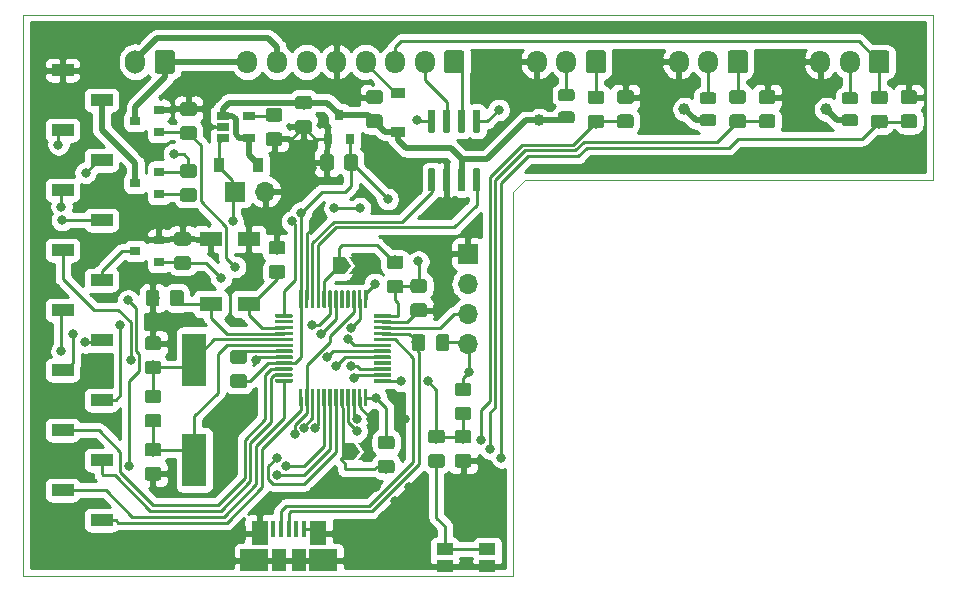
<source format=gbr>
G04 #@! TF.GenerationSoftware,KiCad,Pcbnew,(5.1.2)-2*
G04 #@! TF.CreationDate,2019-11-30T13:10:43+01:00*
G04 #@! TF.ProjectId,bikehub,62696b65-6875-4622-9e6b-696361645f70,rev?*
G04 #@! TF.SameCoordinates,Original*
G04 #@! TF.FileFunction,Copper,L1,Top*
G04 #@! TF.FilePolarity,Positive*
%FSLAX46Y46*%
G04 Gerber Fmt 4.6, Leading zero omitted, Abs format (unit mm)*
G04 Created by KiCad (PCBNEW (5.1.2)-2) date 2019-11-30 13:10:43*
%MOMM*%
%LPD*%
G04 APERTURE LIST*
G04 #@! TA.AperFunction,NonConductor*
%ADD10C,0.050000*%
G04 #@! TD*
G04 #@! TA.AperFunction,SMDPad,CuDef*
%ADD11R,1.400000X1.050000*%
G04 #@! TD*
G04 #@! TA.AperFunction,Conductor*
%ADD12C,0.150000*%
G04 #@! TD*
G04 #@! TA.AperFunction,SMDPad,CuDef*
%ADD13C,0.300000*%
G04 #@! TD*
G04 #@! TA.AperFunction,SMDPad,CuDef*
%ADD14R,2.000000X4.500000*%
G04 #@! TD*
G04 #@! TA.AperFunction,ComponentPad*
%ADD15O,1.700000X1.950000*%
G04 #@! TD*
G04 #@! TA.AperFunction,ComponentPad*
%ADD16C,1.700000*%
G04 #@! TD*
G04 #@! TA.AperFunction,SMDPad,CuDef*
%ADD17C,1.150000*%
G04 #@! TD*
G04 #@! TA.AperFunction,ComponentPad*
%ADD18O,1.700000X1.700000*%
G04 #@! TD*
G04 #@! TA.AperFunction,ComponentPad*
%ADD19R,1.700000X1.700000*%
G04 #@! TD*
G04 #@! TA.AperFunction,SMDPad,CuDef*
%ADD20R,1.900000X1.300000*%
G04 #@! TD*
G04 #@! TA.AperFunction,SMDPad,CuDef*
%ADD21C,0.600000*%
G04 #@! TD*
G04 #@! TA.AperFunction,SMDPad,CuDef*
%ADD22R,0.800000X0.900000*%
G04 #@! TD*
G04 #@! TA.AperFunction,SMDPad,CuDef*
%ADD23R,1.060000X0.650000*%
G04 #@! TD*
G04 #@! TA.AperFunction,SMDPad,CuDef*
%ADD24R,0.900000X0.800000*%
G04 #@! TD*
G04 #@! TA.AperFunction,ComponentPad*
%ADD25O,1.700000X2.000000*%
G04 #@! TD*
G04 #@! TA.AperFunction,SMDPad,CuDef*
%ADD26R,1.175000X1.900000*%
G04 #@! TD*
G04 #@! TA.AperFunction,SMDPad,CuDef*
%ADD27R,2.375000X1.900000*%
G04 #@! TD*
G04 #@! TA.AperFunction,SMDPad,CuDef*
%ADD28R,1.475000X2.100000*%
G04 #@! TD*
G04 #@! TA.AperFunction,SMDPad,CuDef*
%ADD29R,0.450000X1.380000*%
G04 #@! TD*
G04 #@! TA.AperFunction,SMDPad,CuDef*
%ADD30C,0.975000*%
G04 #@! TD*
G04 #@! TA.AperFunction,SMDPad,CuDef*
%ADD31R,1.200000X0.900000*%
G04 #@! TD*
G04 #@! TA.AperFunction,SMDPad,CuDef*
%ADD32R,0.900000X1.200000*%
G04 #@! TD*
G04 #@! TA.AperFunction,SMDPad,CuDef*
%ADD33R,1.900000X1.000000*%
G04 #@! TD*
G04 #@! TA.AperFunction,ViaPad*
%ADD34C,0.800000*%
G04 #@! TD*
G04 #@! TA.AperFunction,ViaPad*
%ADD35C,1.000000*%
G04 #@! TD*
G04 #@! TA.AperFunction,Conductor*
%ADD36C,0.250000*%
G04 #@! TD*
G04 #@! TA.AperFunction,Conductor*
%ADD37C,0.500000*%
G04 #@! TD*
G04 #@! TA.AperFunction,Conductor*
%ADD38C,0.254000*%
G04 #@! TD*
G04 APERTURE END LIST*
D10*
X125500000Y-52000000D02*
X48500000Y-52000000D01*
X125500000Y-66000000D02*
X125500000Y-52000000D01*
X91000000Y-66000000D02*
X125500000Y-66000000D01*
X90000000Y-67000000D02*
X91000000Y-66000000D01*
X90000000Y-99500000D02*
X90000000Y-67000000D01*
X48500000Y-99500000D02*
X90000000Y-99500000D01*
X48500000Y-52000000D02*
X48500000Y-99500000D01*
D11*
G04 #@! TO.P,SW1,2*
G04 #@! TO.N,GND*
X84200000Y-98720000D03*
X87800000Y-98720000D03*
G04 #@! TO.P,SW1,1*
G04 #@! TO.N,Net-(R12-Pad1)*
X84200000Y-97280000D03*
X87800000Y-97280000D03*
G04 #@! TD*
D12*
G04 #@! TO.N,+3V3*
G04 #@! TO.C,U1*
G36*
X72082351Y-75350361D02*
G01*
X72089632Y-75351441D01*
X72096771Y-75353229D01*
X72103701Y-75355709D01*
X72110355Y-75358856D01*
X72116668Y-75362640D01*
X72122579Y-75367024D01*
X72128033Y-75371967D01*
X72132976Y-75377421D01*
X72137360Y-75383332D01*
X72141144Y-75389645D01*
X72144291Y-75396299D01*
X72146771Y-75403229D01*
X72148559Y-75410368D01*
X72149639Y-75417649D01*
X72150000Y-75425000D01*
X72150000Y-76750000D01*
X72149639Y-76757351D01*
X72148559Y-76764632D01*
X72146771Y-76771771D01*
X72144291Y-76778701D01*
X72141144Y-76785355D01*
X72137360Y-76791668D01*
X72132976Y-76797579D01*
X72128033Y-76803033D01*
X72122579Y-76807976D01*
X72116668Y-76812360D01*
X72110355Y-76816144D01*
X72103701Y-76819291D01*
X72096771Y-76821771D01*
X72089632Y-76823559D01*
X72082351Y-76824639D01*
X72075000Y-76825000D01*
X71925000Y-76825000D01*
X71917649Y-76824639D01*
X71910368Y-76823559D01*
X71903229Y-76821771D01*
X71896299Y-76819291D01*
X71889645Y-76816144D01*
X71883332Y-76812360D01*
X71877421Y-76807976D01*
X71871967Y-76803033D01*
X71867024Y-76797579D01*
X71862640Y-76791668D01*
X71858856Y-76785355D01*
X71855709Y-76778701D01*
X71853229Y-76771771D01*
X71851441Y-76764632D01*
X71850361Y-76757351D01*
X71850000Y-76750000D01*
X71850000Y-75425000D01*
X71850361Y-75417649D01*
X71851441Y-75410368D01*
X71853229Y-75403229D01*
X71855709Y-75396299D01*
X71858856Y-75389645D01*
X71862640Y-75383332D01*
X71867024Y-75377421D01*
X71871967Y-75371967D01*
X71877421Y-75367024D01*
X71883332Y-75362640D01*
X71889645Y-75358856D01*
X71896299Y-75355709D01*
X71903229Y-75353229D01*
X71910368Y-75351441D01*
X71917649Y-75350361D01*
X71925000Y-75350000D01*
X72075000Y-75350000D01*
X72082351Y-75350361D01*
X72082351Y-75350361D01*
G37*
D13*
G04 #@! TD*
G04 #@! TO.P,U1,48*
G04 #@! TO.N,+3V3*
X72000000Y-76087500D03*
D12*
G04 #@! TO.N,GND*
G04 #@! TO.C,U1*
G36*
X72582351Y-75350361D02*
G01*
X72589632Y-75351441D01*
X72596771Y-75353229D01*
X72603701Y-75355709D01*
X72610355Y-75358856D01*
X72616668Y-75362640D01*
X72622579Y-75367024D01*
X72628033Y-75371967D01*
X72632976Y-75377421D01*
X72637360Y-75383332D01*
X72641144Y-75389645D01*
X72644291Y-75396299D01*
X72646771Y-75403229D01*
X72648559Y-75410368D01*
X72649639Y-75417649D01*
X72650000Y-75425000D01*
X72650000Y-76750000D01*
X72649639Y-76757351D01*
X72648559Y-76764632D01*
X72646771Y-76771771D01*
X72644291Y-76778701D01*
X72641144Y-76785355D01*
X72637360Y-76791668D01*
X72632976Y-76797579D01*
X72628033Y-76803033D01*
X72622579Y-76807976D01*
X72616668Y-76812360D01*
X72610355Y-76816144D01*
X72603701Y-76819291D01*
X72596771Y-76821771D01*
X72589632Y-76823559D01*
X72582351Y-76824639D01*
X72575000Y-76825000D01*
X72425000Y-76825000D01*
X72417649Y-76824639D01*
X72410368Y-76823559D01*
X72403229Y-76821771D01*
X72396299Y-76819291D01*
X72389645Y-76816144D01*
X72383332Y-76812360D01*
X72377421Y-76807976D01*
X72371967Y-76803033D01*
X72367024Y-76797579D01*
X72362640Y-76791668D01*
X72358856Y-76785355D01*
X72355709Y-76778701D01*
X72353229Y-76771771D01*
X72351441Y-76764632D01*
X72350361Y-76757351D01*
X72350000Y-76750000D01*
X72350000Y-75425000D01*
X72350361Y-75417649D01*
X72351441Y-75410368D01*
X72353229Y-75403229D01*
X72355709Y-75396299D01*
X72358856Y-75389645D01*
X72362640Y-75383332D01*
X72367024Y-75377421D01*
X72371967Y-75371967D01*
X72377421Y-75367024D01*
X72383332Y-75362640D01*
X72389645Y-75358856D01*
X72396299Y-75355709D01*
X72403229Y-75353229D01*
X72410368Y-75351441D01*
X72417649Y-75350361D01*
X72425000Y-75350000D01*
X72575000Y-75350000D01*
X72582351Y-75350361D01*
X72582351Y-75350361D01*
G37*
D13*
G04 #@! TD*
G04 #@! TO.P,U1,47*
G04 #@! TO.N,GND*
X72500000Y-76087500D03*
D12*
G04 #@! TO.N,/CAN_TX*
G04 #@! TO.C,U1*
G36*
X73082351Y-75350361D02*
G01*
X73089632Y-75351441D01*
X73096771Y-75353229D01*
X73103701Y-75355709D01*
X73110355Y-75358856D01*
X73116668Y-75362640D01*
X73122579Y-75367024D01*
X73128033Y-75371967D01*
X73132976Y-75377421D01*
X73137360Y-75383332D01*
X73141144Y-75389645D01*
X73144291Y-75396299D01*
X73146771Y-75403229D01*
X73148559Y-75410368D01*
X73149639Y-75417649D01*
X73150000Y-75425000D01*
X73150000Y-76750000D01*
X73149639Y-76757351D01*
X73148559Y-76764632D01*
X73146771Y-76771771D01*
X73144291Y-76778701D01*
X73141144Y-76785355D01*
X73137360Y-76791668D01*
X73132976Y-76797579D01*
X73128033Y-76803033D01*
X73122579Y-76807976D01*
X73116668Y-76812360D01*
X73110355Y-76816144D01*
X73103701Y-76819291D01*
X73096771Y-76821771D01*
X73089632Y-76823559D01*
X73082351Y-76824639D01*
X73075000Y-76825000D01*
X72925000Y-76825000D01*
X72917649Y-76824639D01*
X72910368Y-76823559D01*
X72903229Y-76821771D01*
X72896299Y-76819291D01*
X72889645Y-76816144D01*
X72883332Y-76812360D01*
X72877421Y-76807976D01*
X72871967Y-76803033D01*
X72867024Y-76797579D01*
X72862640Y-76791668D01*
X72858856Y-76785355D01*
X72855709Y-76778701D01*
X72853229Y-76771771D01*
X72851441Y-76764632D01*
X72850361Y-76757351D01*
X72850000Y-76750000D01*
X72850000Y-75425000D01*
X72850361Y-75417649D01*
X72851441Y-75410368D01*
X72853229Y-75403229D01*
X72855709Y-75396299D01*
X72858856Y-75389645D01*
X72862640Y-75383332D01*
X72867024Y-75377421D01*
X72871967Y-75371967D01*
X72877421Y-75367024D01*
X72883332Y-75362640D01*
X72889645Y-75358856D01*
X72896299Y-75355709D01*
X72903229Y-75353229D01*
X72910368Y-75351441D01*
X72917649Y-75350361D01*
X72925000Y-75350000D01*
X73075000Y-75350000D01*
X73082351Y-75350361D01*
X73082351Y-75350361D01*
G37*
D13*
G04 #@! TD*
G04 #@! TO.P,U1,46*
G04 #@! TO.N,/CAN_TX*
X73000000Y-76087500D03*
D12*
G04 #@! TO.N,/CAN_RX*
G04 #@! TO.C,U1*
G36*
X73582351Y-75350361D02*
G01*
X73589632Y-75351441D01*
X73596771Y-75353229D01*
X73603701Y-75355709D01*
X73610355Y-75358856D01*
X73616668Y-75362640D01*
X73622579Y-75367024D01*
X73628033Y-75371967D01*
X73632976Y-75377421D01*
X73637360Y-75383332D01*
X73641144Y-75389645D01*
X73644291Y-75396299D01*
X73646771Y-75403229D01*
X73648559Y-75410368D01*
X73649639Y-75417649D01*
X73650000Y-75425000D01*
X73650000Y-76750000D01*
X73649639Y-76757351D01*
X73648559Y-76764632D01*
X73646771Y-76771771D01*
X73644291Y-76778701D01*
X73641144Y-76785355D01*
X73637360Y-76791668D01*
X73632976Y-76797579D01*
X73628033Y-76803033D01*
X73622579Y-76807976D01*
X73616668Y-76812360D01*
X73610355Y-76816144D01*
X73603701Y-76819291D01*
X73596771Y-76821771D01*
X73589632Y-76823559D01*
X73582351Y-76824639D01*
X73575000Y-76825000D01*
X73425000Y-76825000D01*
X73417649Y-76824639D01*
X73410368Y-76823559D01*
X73403229Y-76821771D01*
X73396299Y-76819291D01*
X73389645Y-76816144D01*
X73383332Y-76812360D01*
X73377421Y-76807976D01*
X73371967Y-76803033D01*
X73367024Y-76797579D01*
X73362640Y-76791668D01*
X73358856Y-76785355D01*
X73355709Y-76778701D01*
X73353229Y-76771771D01*
X73351441Y-76764632D01*
X73350361Y-76757351D01*
X73350000Y-76750000D01*
X73350000Y-75425000D01*
X73350361Y-75417649D01*
X73351441Y-75410368D01*
X73353229Y-75403229D01*
X73355709Y-75396299D01*
X73358856Y-75389645D01*
X73362640Y-75383332D01*
X73367024Y-75377421D01*
X73371967Y-75371967D01*
X73377421Y-75367024D01*
X73383332Y-75362640D01*
X73389645Y-75358856D01*
X73396299Y-75355709D01*
X73403229Y-75353229D01*
X73410368Y-75351441D01*
X73417649Y-75350361D01*
X73425000Y-75350000D01*
X73575000Y-75350000D01*
X73582351Y-75350361D01*
X73582351Y-75350361D01*
G37*
D13*
G04 #@! TD*
G04 #@! TO.P,U1,45*
G04 #@! TO.N,/CAN_RX*
X73500000Y-76087500D03*
D12*
G04 #@! TO.N,/BOOT0*
G04 #@! TO.C,U1*
G36*
X74082351Y-75350361D02*
G01*
X74089632Y-75351441D01*
X74096771Y-75353229D01*
X74103701Y-75355709D01*
X74110355Y-75358856D01*
X74116668Y-75362640D01*
X74122579Y-75367024D01*
X74128033Y-75371967D01*
X74132976Y-75377421D01*
X74137360Y-75383332D01*
X74141144Y-75389645D01*
X74144291Y-75396299D01*
X74146771Y-75403229D01*
X74148559Y-75410368D01*
X74149639Y-75417649D01*
X74150000Y-75425000D01*
X74150000Y-76750000D01*
X74149639Y-76757351D01*
X74148559Y-76764632D01*
X74146771Y-76771771D01*
X74144291Y-76778701D01*
X74141144Y-76785355D01*
X74137360Y-76791668D01*
X74132976Y-76797579D01*
X74128033Y-76803033D01*
X74122579Y-76807976D01*
X74116668Y-76812360D01*
X74110355Y-76816144D01*
X74103701Y-76819291D01*
X74096771Y-76821771D01*
X74089632Y-76823559D01*
X74082351Y-76824639D01*
X74075000Y-76825000D01*
X73925000Y-76825000D01*
X73917649Y-76824639D01*
X73910368Y-76823559D01*
X73903229Y-76821771D01*
X73896299Y-76819291D01*
X73889645Y-76816144D01*
X73883332Y-76812360D01*
X73877421Y-76807976D01*
X73871967Y-76803033D01*
X73867024Y-76797579D01*
X73862640Y-76791668D01*
X73858856Y-76785355D01*
X73855709Y-76778701D01*
X73853229Y-76771771D01*
X73851441Y-76764632D01*
X73850361Y-76757351D01*
X73850000Y-76750000D01*
X73850000Y-75425000D01*
X73850361Y-75417649D01*
X73851441Y-75410368D01*
X73853229Y-75403229D01*
X73855709Y-75396299D01*
X73858856Y-75389645D01*
X73862640Y-75383332D01*
X73867024Y-75377421D01*
X73871967Y-75371967D01*
X73877421Y-75367024D01*
X73883332Y-75362640D01*
X73889645Y-75358856D01*
X73896299Y-75355709D01*
X73903229Y-75353229D01*
X73910368Y-75351441D01*
X73917649Y-75350361D01*
X73925000Y-75350000D01*
X74075000Y-75350000D01*
X74082351Y-75350361D01*
X74082351Y-75350361D01*
G37*
D13*
G04 #@! TD*
G04 #@! TO.P,U1,44*
G04 #@! TO.N,/BOOT0*
X74000000Y-76087500D03*
D12*
G04 #@! TO.N,/D3*
G04 #@! TO.C,U1*
G36*
X74582351Y-75350361D02*
G01*
X74589632Y-75351441D01*
X74596771Y-75353229D01*
X74603701Y-75355709D01*
X74610355Y-75358856D01*
X74616668Y-75362640D01*
X74622579Y-75367024D01*
X74628033Y-75371967D01*
X74632976Y-75377421D01*
X74637360Y-75383332D01*
X74641144Y-75389645D01*
X74644291Y-75396299D01*
X74646771Y-75403229D01*
X74648559Y-75410368D01*
X74649639Y-75417649D01*
X74650000Y-75425000D01*
X74650000Y-76750000D01*
X74649639Y-76757351D01*
X74648559Y-76764632D01*
X74646771Y-76771771D01*
X74644291Y-76778701D01*
X74641144Y-76785355D01*
X74637360Y-76791668D01*
X74632976Y-76797579D01*
X74628033Y-76803033D01*
X74622579Y-76807976D01*
X74616668Y-76812360D01*
X74610355Y-76816144D01*
X74603701Y-76819291D01*
X74596771Y-76821771D01*
X74589632Y-76823559D01*
X74582351Y-76824639D01*
X74575000Y-76825000D01*
X74425000Y-76825000D01*
X74417649Y-76824639D01*
X74410368Y-76823559D01*
X74403229Y-76821771D01*
X74396299Y-76819291D01*
X74389645Y-76816144D01*
X74383332Y-76812360D01*
X74377421Y-76807976D01*
X74371967Y-76803033D01*
X74367024Y-76797579D01*
X74362640Y-76791668D01*
X74358856Y-76785355D01*
X74355709Y-76778701D01*
X74353229Y-76771771D01*
X74351441Y-76764632D01*
X74350361Y-76757351D01*
X74350000Y-76750000D01*
X74350000Y-75425000D01*
X74350361Y-75417649D01*
X74351441Y-75410368D01*
X74353229Y-75403229D01*
X74355709Y-75396299D01*
X74358856Y-75389645D01*
X74362640Y-75383332D01*
X74367024Y-75377421D01*
X74371967Y-75371967D01*
X74377421Y-75367024D01*
X74383332Y-75362640D01*
X74389645Y-75358856D01*
X74396299Y-75355709D01*
X74403229Y-75353229D01*
X74410368Y-75351441D01*
X74417649Y-75350361D01*
X74425000Y-75350000D01*
X74575000Y-75350000D01*
X74582351Y-75350361D01*
X74582351Y-75350361D01*
G37*
D13*
G04 #@! TD*
G04 #@! TO.P,U1,43*
G04 #@! TO.N,/D3*
X74500000Y-76087500D03*
D12*
G04 #@! TO.N,/D2*
G04 #@! TO.C,U1*
G36*
X75082351Y-75350361D02*
G01*
X75089632Y-75351441D01*
X75096771Y-75353229D01*
X75103701Y-75355709D01*
X75110355Y-75358856D01*
X75116668Y-75362640D01*
X75122579Y-75367024D01*
X75128033Y-75371967D01*
X75132976Y-75377421D01*
X75137360Y-75383332D01*
X75141144Y-75389645D01*
X75144291Y-75396299D01*
X75146771Y-75403229D01*
X75148559Y-75410368D01*
X75149639Y-75417649D01*
X75150000Y-75425000D01*
X75150000Y-76750000D01*
X75149639Y-76757351D01*
X75148559Y-76764632D01*
X75146771Y-76771771D01*
X75144291Y-76778701D01*
X75141144Y-76785355D01*
X75137360Y-76791668D01*
X75132976Y-76797579D01*
X75128033Y-76803033D01*
X75122579Y-76807976D01*
X75116668Y-76812360D01*
X75110355Y-76816144D01*
X75103701Y-76819291D01*
X75096771Y-76821771D01*
X75089632Y-76823559D01*
X75082351Y-76824639D01*
X75075000Y-76825000D01*
X74925000Y-76825000D01*
X74917649Y-76824639D01*
X74910368Y-76823559D01*
X74903229Y-76821771D01*
X74896299Y-76819291D01*
X74889645Y-76816144D01*
X74883332Y-76812360D01*
X74877421Y-76807976D01*
X74871967Y-76803033D01*
X74867024Y-76797579D01*
X74862640Y-76791668D01*
X74858856Y-76785355D01*
X74855709Y-76778701D01*
X74853229Y-76771771D01*
X74851441Y-76764632D01*
X74850361Y-76757351D01*
X74850000Y-76750000D01*
X74850000Y-75425000D01*
X74850361Y-75417649D01*
X74851441Y-75410368D01*
X74853229Y-75403229D01*
X74855709Y-75396299D01*
X74858856Y-75389645D01*
X74862640Y-75383332D01*
X74867024Y-75377421D01*
X74871967Y-75371967D01*
X74877421Y-75367024D01*
X74883332Y-75362640D01*
X74889645Y-75358856D01*
X74896299Y-75355709D01*
X74903229Y-75353229D01*
X74910368Y-75351441D01*
X74917649Y-75350361D01*
X74925000Y-75350000D01*
X75075000Y-75350000D01*
X75082351Y-75350361D01*
X75082351Y-75350361D01*
G37*
D13*
G04 #@! TD*
G04 #@! TO.P,U1,42*
G04 #@! TO.N,/D2*
X75000000Y-76087500D03*
D12*
G04 #@! TO.N,Net-(U1-Pad41)*
G04 #@! TO.C,U1*
G36*
X75582351Y-75350361D02*
G01*
X75589632Y-75351441D01*
X75596771Y-75353229D01*
X75603701Y-75355709D01*
X75610355Y-75358856D01*
X75616668Y-75362640D01*
X75622579Y-75367024D01*
X75628033Y-75371967D01*
X75632976Y-75377421D01*
X75637360Y-75383332D01*
X75641144Y-75389645D01*
X75644291Y-75396299D01*
X75646771Y-75403229D01*
X75648559Y-75410368D01*
X75649639Y-75417649D01*
X75650000Y-75425000D01*
X75650000Y-76750000D01*
X75649639Y-76757351D01*
X75648559Y-76764632D01*
X75646771Y-76771771D01*
X75644291Y-76778701D01*
X75641144Y-76785355D01*
X75637360Y-76791668D01*
X75632976Y-76797579D01*
X75628033Y-76803033D01*
X75622579Y-76807976D01*
X75616668Y-76812360D01*
X75610355Y-76816144D01*
X75603701Y-76819291D01*
X75596771Y-76821771D01*
X75589632Y-76823559D01*
X75582351Y-76824639D01*
X75575000Y-76825000D01*
X75425000Y-76825000D01*
X75417649Y-76824639D01*
X75410368Y-76823559D01*
X75403229Y-76821771D01*
X75396299Y-76819291D01*
X75389645Y-76816144D01*
X75383332Y-76812360D01*
X75377421Y-76807976D01*
X75371967Y-76803033D01*
X75367024Y-76797579D01*
X75362640Y-76791668D01*
X75358856Y-76785355D01*
X75355709Y-76778701D01*
X75353229Y-76771771D01*
X75351441Y-76764632D01*
X75350361Y-76757351D01*
X75350000Y-76750000D01*
X75350000Y-75425000D01*
X75350361Y-75417649D01*
X75351441Y-75410368D01*
X75353229Y-75403229D01*
X75355709Y-75396299D01*
X75358856Y-75389645D01*
X75362640Y-75383332D01*
X75367024Y-75377421D01*
X75371967Y-75371967D01*
X75377421Y-75367024D01*
X75383332Y-75362640D01*
X75389645Y-75358856D01*
X75396299Y-75355709D01*
X75403229Y-75353229D01*
X75410368Y-75351441D01*
X75417649Y-75350361D01*
X75425000Y-75350000D01*
X75575000Y-75350000D01*
X75582351Y-75350361D01*
X75582351Y-75350361D01*
G37*
D13*
G04 #@! TD*
G04 #@! TO.P,U1,41*
G04 #@! TO.N,Net-(U1-Pad41)*
X75500000Y-76087500D03*
D12*
G04 #@! TO.N,Net-(U1-Pad40)*
G04 #@! TO.C,U1*
G36*
X76082351Y-75350361D02*
G01*
X76089632Y-75351441D01*
X76096771Y-75353229D01*
X76103701Y-75355709D01*
X76110355Y-75358856D01*
X76116668Y-75362640D01*
X76122579Y-75367024D01*
X76128033Y-75371967D01*
X76132976Y-75377421D01*
X76137360Y-75383332D01*
X76141144Y-75389645D01*
X76144291Y-75396299D01*
X76146771Y-75403229D01*
X76148559Y-75410368D01*
X76149639Y-75417649D01*
X76150000Y-75425000D01*
X76150000Y-76750000D01*
X76149639Y-76757351D01*
X76148559Y-76764632D01*
X76146771Y-76771771D01*
X76144291Y-76778701D01*
X76141144Y-76785355D01*
X76137360Y-76791668D01*
X76132976Y-76797579D01*
X76128033Y-76803033D01*
X76122579Y-76807976D01*
X76116668Y-76812360D01*
X76110355Y-76816144D01*
X76103701Y-76819291D01*
X76096771Y-76821771D01*
X76089632Y-76823559D01*
X76082351Y-76824639D01*
X76075000Y-76825000D01*
X75925000Y-76825000D01*
X75917649Y-76824639D01*
X75910368Y-76823559D01*
X75903229Y-76821771D01*
X75896299Y-76819291D01*
X75889645Y-76816144D01*
X75883332Y-76812360D01*
X75877421Y-76807976D01*
X75871967Y-76803033D01*
X75867024Y-76797579D01*
X75862640Y-76791668D01*
X75858856Y-76785355D01*
X75855709Y-76778701D01*
X75853229Y-76771771D01*
X75851441Y-76764632D01*
X75850361Y-76757351D01*
X75850000Y-76750000D01*
X75850000Y-75425000D01*
X75850361Y-75417649D01*
X75851441Y-75410368D01*
X75853229Y-75403229D01*
X75855709Y-75396299D01*
X75858856Y-75389645D01*
X75862640Y-75383332D01*
X75867024Y-75377421D01*
X75871967Y-75371967D01*
X75877421Y-75367024D01*
X75883332Y-75362640D01*
X75889645Y-75358856D01*
X75896299Y-75355709D01*
X75903229Y-75353229D01*
X75910368Y-75351441D01*
X75917649Y-75350361D01*
X75925000Y-75350000D01*
X76075000Y-75350000D01*
X76082351Y-75350361D01*
X76082351Y-75350361D01*
G37*
D13*
G04 #@! TD*
G04 #@! TO.P,U1,40*
G04 #@! TO.N,Net-(U1-Pad40)*
X76000000Y-76087500D03*
D12*
G04 #@! TO.N,/PAS*
G04 #@! TO.C,U1*
G36*
X76582351Y-75350361D02*
G01*
X76589632Y-75351441D01*
X76596771Y-75353229D01*
X76603701Y-75355709D01*
X76610355Y-75358856D01*
X76616668Y-75362640D01*
X76622579Y-75367024D01*
X76628033Y-75371967D01*
X76632976Y-75377421D01*
X76637360Y-75383332D01*
X76641144Y-75389645D01*
X76644291Y-75396299D01*
X76646771Y-75403229D01*
X76648559Y-75410368D01*
X76649639Y-75417649D01*
X76650000Y-75425000D01*
X76650000Y-76750000D01*
X76649639Y-76757351D01*
X76648559Y-76764632D01*
X76646771Y-76771771D01*
X76644291Y-76778701D01*
X76641144Y-76785355D01*
X76637360Y-76791668D01*
X76632976Y-76797579D01*
X76628033Y-76803033D01*
X76622579Y-76807976D01*
X76616668Y-76812360D01*
X76610355Y-76816144D01*
X76603701Y-76819291D01*
X76596771Y-76821771D01*
X76589632Y-76823559D01*
X76582351Y-76824639D01*
X76575000Y-76825000D01*
X76425000Y-76825000D01*
X76417649Y-76824639D01*
X76410368Y-76823559D01*
X76403229Y-76821771D01*
X76396299Y-76819291D01*
X76389645Y-76816144D01*
X76383332Y-76812360D01*
X76377421Y-76807976D01*
X76371967Y-76803033D01*
X76367024Y-76797579D01*
X76362640Y-76791668D01*
X76358856Y-76785355D01*
X76355709Y-76778701D01*
X76353229Y-76771771D01*
X76351441Y-76764632D01*
X76350361Y-76757351D01*
X76350000Y-76750000D01*
X76350000Y-75425000D01*
X76350361Y-75417649D01*
X76351441Y-75410368D01*
X76353229Y-75403229D01*
X76355709Y-75396299D01*
X76358856Y-75389645D01*
X76362640Y-75383332D01*
X76367024Y-75377421D01*
X76371967Y-75371967D01*
X76377421Y-75367024D01*
X76383332Y-75362640D01*
X76389645Y-75358856D01*
X76396299Y-75355709D01*
X76403229Y-75353229D01*
X76410368Y-75351441D01*
X76417649Y-75350361D01*
X76425000Y-75350000D01*
X76575000Y-75350000D01*
X76582351Y-75350361D01*
X76582351Y-75350361D01*
G37*
D13*
G04 #@! TD*
G04 #@! TO.P,U1,39*
G04 #@! TO.N,/PAS*
X76500000Y-76087500D03*
D12*
G04 #@! TO.N,/CS*
G04 #@! TO.C,U1*
G36*
X77082351Y-75350361D02*
G01*
X77089632Y-75351441D01*
X77096771Y-75353229D01*
X77103701Y-75355709D01*
X77110355Y-75358856D01*
X77116668Y-75362640D01*
X77122579Y-75367024D01*
X77128033Y-75371967D01*
X77132976Y-75377421D01*
X77137360Y-75383332D01*
X77141144Y-75389645D01*
X77144291Y-75396299D01*
X77146771Y-75403229D01*
X77148559Y-75410368D01*
X77149639Y-75417649D01*
X77150000Y-75425000D01*
X77150000Y-76750000D01*
X77149639Y-76757351D01*
X77148559Y-76764632D01*
X77146771Y-76771771D01*
X77144291Y-76778701D01*
X77141144Y-76785355D01*
X77137360Y-76791668D01*
X77132976Y-76797579D01*
X77128033Y-76803033D01*
X77122579Y-76807976D01*
X77116668Y-76812360D01*
X77110355Y-76816144D01*
X77103701Y-76819291D01*
X77096771Y-76821771D01*
X77089632Y-76823559D01*
X77082351Y-76824639D01*
X77075000Y-76825000D01*
X76925000Y-76825000D01*
X76917649Y-76824639D01*
X76910368Y-76823559D01*
X76903229Y-76821771D01*
X76896299Y-76819291D01*
X76889645Y-76816144D01*
X76883332Y-76812360D01*
X76877421Y-76807976D01*
X76871967Y-76803033D01*
X76867024Y-76797579D01*
X76862640Y-76791668D01*
X76858856Y-76785355D01*
X76855709Y-76778701D01*
X76853229Y-76771771D01*
X76851441Y-76764632D01*
X76850361Y-76757351D01*
X76850000Y-76750000D01*
X76850000Y-75425000D01*
X76850361Y-75417649D01*
X76851441Y-75410368D01*
X76853229Y-75403229D01*
X76855709Y-75396299D01*
X76858856Y-75389645D01*
X76862640Y-75383332D01*
X76867024Y-75377421D01*
X76871967Y-75371967D01*
X76877421Y-75367024D01*
X76883332Y-75362640D01*
X76889645Y-75358856D01*
X76896299Y-75355709D01*
X76903229Y-75353229D01*
X76910368Y-75351441D01*
X76917649Y-75350361D01*
X76925000Y-75350000D01*
X77075000Y-75350000D01*
X77082351Y-75350361D01*
X77082351Y-75350361D01*
G37*
D13*
G04 #@! TD*
G04 #@! TO.P,U1,38*
G04 #@! TO.N,/CS*
X77000000Y-76087500D03*
D12*
G04 #@! TO.N,/SWCLK*
G04 #@! TO.C,U1*
G36*
X77582351Y-75350361D02*
G01*
X77589632Y-75351441D01*
X77596771Y-75353229D01*
X77603701Y-75355709D01*
X77610355Y-75358856D01*
X77616668Y-75362640D01*
X77622579Y-75367024D01*
X77628033Y-75371967D01*
X77632976Y-75377421D01*
X77637360Y-75383332D01*
X77641144Y-75389645D01*
X77644291Y-75396299D01*
X77646771Y-75403229D01*
X77648559Y-75410368D01*
X77649639Y-75417649D01*
X77650000Y-75425000D01*
X77650000Y-76750000D01*
X77649639Y-76757351D01*
X77648559Y-76764632D01*
X77646771Y-76771771D01*
X77644291Y-76778701D01*
X77641144Y-76785355D01*
X77637360Y-76791668D01*
X77632976Y-76797579D01*
X77628033Y-76803033D01*
X77622579Y-76807976D01*
X77616668Y-76812360D01*
X77610355Y-76816144D01*
X77603701Y-76819291D01*
X77596771Y-76821771D01*
X77589632Y-76823559D01*
X77582351Y-76824639D01*
X77575000Y-76825000D01*
X77425000Y-76825000D01*
X77417649Y-76824639D01*
X77410368Y-76823559D01*
X77403229Y-76821771D01*
X77396299Y-76819291D01*
X77389645Y-76816144D01*
X77383332Y-76812360D01*
X77377421Y-76807976D01*
X77371967Y-76803033D01*
X77367024Y-76797579D01*
X77362640Y-76791668D01*
X77358856Y-76785355D01*
X77355709Y-76778701D01*
X77353229Y-76771771D01*
X77351441Y-76764632D01*
X77350361Y-76757351D01*
X77350000Y-76750000D01*
X77350000Y-75425000D01*
X77350361Y-75417649D01*
X77351441Y-75410368D01*
X77353229Y-75403229D01*
X77355709Y-75396299D01*
X77358856Y-75389645D01*
X77362640Y-75383332D01*
X77367024Y-75377421D01*
X77371967Y-75371967D01*
X77377421Y-75367024D01*
X77383332Y-75362640D01*
X77389645Y-75358856D01*
X77396299Y-75355709D01*
X77403229Y-75353229D01*
X77410368Y-75351441D01*
X77417649Y-75350361D01*
X77425000Y-75350000D01*
X77575000Y-75350000D01*
X77582351Y-75350361D01*
X77582351Y-75350361D01*
G37*
D13*
G04 #@! TD*
G04 #@! TO.P,U1,37*
G04 #@! TO.N,/SWCLK*
X77500000Y-76087500D03*
D12*
G04 #@! TO.N,+3V3*
G04 #@! TO.C,U1*
G36*
X79582351Y-77350361D02*
G01*
X79589632Y-77351441D01*
X79596771Y-77353229D01*
X79603701Y-77355709D01*
X79610355Y-77358856D01*
X79616668Y-77362640D01*
X79622579Y-77367024D01*
X79628033Y-77371967D01*
X79632976Y-77377421D01*
X79637360Y-77383332D01*
X79641144Y-77389645D01*
X79644291Y-77396299D01*
X79646771Y-77403229D01*
X79648559Y-77410368D01*
X79649639Y-77417649D01*
X79650000Y-77425000D01*
X79650000Y-77575000D01*
X79649639Y-77582351D01*
X79648559Y-77589632D01*
X79646771Y-77596771D01*
X79644291Y-77603701D01*
X79641144Y-77610355D01*
X79637360Y-77616668D01*
X79632976Y-77622579D01*
X79628033Y-77628033D01*
X79622579Y-77632976D01*
X79616668Y-77637360D01*
X79610355Y-77641144D01*
X79603701Y-77644291D01*
X79596771Y-77646771D01*
X79589632Y-77648559D01*
X79582351Y-77649639D01*
X79575000Y-77650000D01*
X78250000Y-77650000D01*
X78242649Y-77649639D01*
X78235368Y-77648559D01*
X78228229Y-77646771D01*
X78221299Y-77644291D01*
X78214645Y-77641144D01*
X78208332Y-77637360D01*
X78202421Y-77632976D01*
X78196967Y-77628033D01*
X78192024Y-77622579D01*
X78187640Y-77616668D01*
X78183856Y-77610355D01*
X78180709Y-77603701D01*
X78178229Y-77596771D01*
X78176441Y-77589632D01*
X78175361Y-77582351D01*
X78175000Y-77575000D01*
X78175000Y-77425000D01*
X78175361Y-77417649D01*
X78176441Y-77410368D01*
X78178229Y-77403229D01*
X78180709Y-77396299D01*
X78183856Y-77389645D01*
X78187640Y-77383332D01*
X78192024Y-77377421D01*
X78196967Y-77371967D01*
X78202421Y-77367024D01*
X78208332Y-77362640D01*
X78214645Y-77358856D01*
X78221299Y-77355709D01*
X78228229Y-77353229D01*
X78235368Y-77351441D01*
X78242649Y-77350361D01*
X78250000Y-77350000D01*
X79575000Y-77350000D01*
X79582351Y-77350361D01*
X79582351Y-77350361D01*
G37*
D13*
G04 #@! TD*
G04 #@! TO.P,U1,36*
G04 #@! TO.N,+3V3*
X78912500Y-77500000D03*
D12*
G04 #@! TO.N,GND*
G04 #@! TO.C,U1*
G36*
X79582351Y-77850361D02*
G01*
X79589632Y-77851441D01*
X79596771Y-77853229D01*
X79603701Y-77855709D01*
X79610355Y-77858856D01*
X79616668Y-77862640D01*
X79622579Y-77867024D01*
X79628033Y-77871967D01*
X79632976Y-77877421D01*
X79637360Y-77883332D01*
X79641144Y-77889645D01*
X79644291Y-77896299D01*
X79646771Y-77903229D01*
X79648559Y-77910368D01*
X79649639Y-77917649D01*
X79650000Y-77925000D01*
X79650000Y-78075000D01*
X79649639Y-78082351D01*
X79648559Y-78089632D01*
X79646771Y-78096771D01*
X79644291Y-78103701D01*
X79641144Y-78110355D01*
X79637360Y-78116668D01*
X79632976Y-78122579D01*
X79628033Y-78128033D01*
X79622579Y-78132976D01*
X79616668Y-78137360D01*
X79610355Y-78141144D01*
X79603701Y-78144291D01*
X79596771Y-78146771D01*
X79589632Y-78148559D01*
X79582351Y-78149639D01*
X79575000Y-78150000D01*
X78250000Y-78150000D01*
X78242649Y-78149639D01*
X78235368Y-78148559D01*
X78228229Y-78146771D01*
X78221299Y-78144291D01*
X78214645Y-78141144D01*
X78208332Y-78137360D01*
X78202421Y-78132976D01*
X78196967Y-78128033D01*
X78192024Y-78122579D01*
X78187640Y-78116668D01*
X78183856Y-78110355D01*
X78180709Y-78103701D01*
X78178229Y-78096771D01*
X78176441Y-78089632D01*
X78175361Y-78082351D01*
X78175000Y-78075000D01*
X78175000Y-77925000D01*
X78175361Y-77917649D01*
X78176441Y-77910368D01*
X78178229Y-77903229D01*
X78180709Y-77896299D01*
X78183856Y-77889645D01*
X78187640Y-77883332D01*
X78192024Y-77877421D01*
X78196967Y-77871967D01*
X78202421Y-77867024D01*
X78208332Y-77862640D01*
X78214645Y-77858856D01*
X78221299Y-77855709D01*
X78228229Y-77853229D01*
X78235368Y-77851441D01*
X78242649Y-77850361D01*
X78250000Y-77850000D01*
X79575000Y-77850000D01*
X79582351Y-77850361D01*
X79582351Y-77850361D01*
G37*
D13*
G04 #@! TD*
G04 #@! TO.P,U1,35*
G04 #@! TO.N,GND*
X78912500Y-78000000D03*
D12*
G04 #@! TO.N,/SWDIO*
G04 #@! TO.C,U1*
G36*
X79582351Y-78350361D02*
G01*
X79589632Y-78351441D01*
X79596771Y-78353229D01*
X79603701Y-78355709D01*
X79610355Y-78358856D01*
X79616668Y-78362640D01*
X79622579Y-78367024D01*
X79628033Y-78371967D01*
X79632976Y-78377421D01*
X79637360Y-78383332D01*
X79641144Y-78389645D01*
X79644291Y-78396299D01*
X79646771Y-78403229D01*
X79648559Y-78410368D01*
X79649639Y-78417649D01*
X79650000Y-78425000D01*
X79650000Y-78575000D01*
X79649639Y-78582351D01*
X79648559Y-78589632D01*
X79646771Y-78596771D01*
X79644291Y-78603701D01*
X79641144Y-78610355D01*
X79637360Y-78616668D01*
X79632976Y-78622579D01*
X79628033Y-78628033D01*
X79622579Y-78632976D01*
X79616668Y-78637360D01*
X79610355Y-78641144D01*
X79603701Y-78644291D01*
X79596771Y-78646771D01*
X79589632Y-78648559D01*
X79582351Y-78649639D01*
X79575000Y-78650000D01*
X78250000Y-78650000D01*
X78242649Y-78649639D01*
X78235368Y-78648559D01*
X78228229Y-78646771D01*
X78221299Y-78644291D01*
X78214645Y-78641144D01*
X78208332Y-78637360D01*
X78202421Y-78632976D01*
X78196967Y-78628033D01*
X78192024Y-78622579D01*
X78187640Y-78616668D01*
X78183856Y-78610355D01*
X78180709Y-78603701D01*
X78178229Y-78596771D01*
X78176441Y-78589632D01*
X78175361Y-78582351D01*
X78175000Y-78575000D01*
X78175000Y-78425000D01*
X78175361Y-78417649D01*
X78176441Y-78410368D01*
X78178229Y-78403229D01*
X78180709Y-78396299D01*
X78183856Y-78389645D01*
X78187640Y-78383332D01*
X78192024Y-78377421D01*
X78196967Y-78371967D01*
X78202421Y-78367024D01*
X78208332Y-78362640D01*
X78214645Y-78358856D01*
X78221299Y-78355709D01*
X78228229Y-78353229D01*
X78235368Y-78351441D01*
X78242649Y-78350361D01*
X78250000Y-78350000D01*
X79575000Y-78350000D01*
X79582351Y-78350361D01*
X79582351Y-78350361D01*
G37*
D13*
G04 #@! TD*
G04 #@! TO.P,U1,34*
G04 #@! TO.N,/SWDIO*
X78912500Y-78500000D03*
D12*
G04 #@! TO.N,/USB_DP*
G04 #@! TO.C,U1*
G36*
X79582351Y-78850361D02*
G01*
X79589632Y-78851441D01*
X79596771Y-78853229D01*
X79603701Y-78855709D01*
X79610355Y-78858856D01*
X79616668Y-78862640D01*
X79622579Y-78867024D01*
X79628033Y-78871967D01*
X79632976Y-78877421D01*
X79637360Y-78883332D01*
X79641144Y-78889645D01*
X79644291Y-78896299D01*
X79646771Y-78903229D01*
X79648559Y-78910368D01*
X79649639Y-78917649D01*
X79650000Y-78925000D01*
X79650000Y-79075000D01*
X79649639Y-79082351D01*
X79648559Y-79089632D01*
X79646771Y-79096771D01*
X79644291Y-79103701D01*
X79641144Y-79110355D01*
X79637360Y-79116668D01*
X79632976Y-79122579D01*
X79628033Y-79128033D01*
X79622579Y-79132976D01*
X79616668Y-79137360D01*
X79610355Y-79141144D01*
X79603701Y-79144291D01*
X79596771Y-79146771D01*
X79589632Y-79148559D01*
X79582351Y-79149639D01*
X79575000Y-79150000D01*
X78250000Y-79150000D01*
X78242649Y-79149639D01*
X78235368Y-79148559D01*
X78228229Y-79146771D01*
X78221299Y-79144291D01*
X78214645Y-79141144D01*
X78208332Y-79137360D01*
X78202421Y-79132976D01*
X78196967Y-79128033D01*
X78192024Y-79122579D01*
X78187640Y-79116668D01*
X78183856Y-79110355D01*
X78180709Y-79103701D01*
X78178229Y-79096771D01*
X78176441Y-79089632D01*
X78175361Y-79082351D01*
X78175000Y-79075000D01*
X78175000Y-78925000D01*
X78175361Y-78917649D01*
X78176441Y-78910368D01*
X78178229Y-78903229D01*
X78180709Y-78896299D01*
X78183856Y-78889645D01*
X78187640Y-78883332D01*
X78192024Y-78877421D01*
X78196967Y-78871967D01*
X78202421Y-78867024D01*
X78208332Y-78862640D01*
X78214645Y-78858856D01*
X78221299Y-78855709D01*
X78228229Y-78853229D01*
X78235368Y-78851441D01*
X78242649Y-78850361D01*
X78250000Y-78850000D01*
X79575000Y-78850000D01*
X79582351Y-78850361D01*
X79582351Y-78850361D01*
G37*
D13*
G04 #@! TD*
G04 #@! TO.P,U1,33*
G04 #@! TO.N,/USB_DP*
X78912500Y-79000000D03*
D12*
G04 #@! TO.N,/USB_DM*
G04 #@! TO.C,U1*
G36*
X79582351Y-79350361D02*
G01*
X79589632Y-79351441D01*
X79596771Y-79353229D01*
X79603701Y-79355709D01*
X79610355Y-79358856D01*
X79616668Y-79362640D01*
X79622579Y-79367024D01*
X79628033Y-79371967D01*
X79632976Y-79377421D01*
X79637360Y-79383332D01*
X79641144Y-79389645D01*
X79644291Y-79396299D01*
X79646771Y-79403229D01*
X79648559Y-79410368D01*
X79649639Y-79417649D01*
X79650000Y-79425000D01*
X79650000Y-79575000D01*
X79649639Y-79582351D01*
X79648559Y-79589632D01*
X79646771Y-79596771D01*
X79644291Y-79603701D01*
X79641144Y-79610355D01*
X79637360Y-79616668D01*
X79632976Y-79622579D01*
X79628033Y-79628033D01*
X79622579Y-79632976D01*
X79616668Y-79637360D01*
X79610355Y-79641144D01*
X79603701Y-79644291D01*
X79596771Y-79646771D01*
X79589632Y-79648559D01*
X79582351Y-79649639D01*
X79575000Y-79650000D01*
X78250000Y-79650000D01*
X78242649Y-79649639D01*
X78235368Y-79648559D01*
X78228229Y-79646771D01*
X78221299Y-79644291D01*
X78214645Y-79641144D01*
X78208332Y-79637360D01*
X78202421Y-79632976D01*
X78196967Y-79628033D01*
X78192024Y-79622579D01*
X78187640Y-79616668D01*
X78183856Y-79610355D01*
X78180709Y-79603701D01*
X78178229Y-79596771D01*
X78176441Y-79589632D01*
X78175361Y-79582351D01*
X78175000Y-79575000D01*
X78175000Y-79425000D01*
X78175361Y-79417649D01*
X78176441Y-79410368D01*
X78178229Y-79403229D01*
X78180709Y-79396299D01*
X78183856Y-79389645D01*
X78187640Y-79383332D01*
X78192024Y-79377421D01*
X78196967Y-79371967D01*
X78202421Y-79367024D01*
X78208332Y-79362640D01*
X78214645Y-79358856D01*
X78221299Y-79355709D01*
X78228229Y-79353229D01*
X78235368Y-79351441D01*
X78242649Y-79350361D01*
X78250000Y-79350000D01*
X79575000Y-79350000D01*
X79582351Y-79350361D01*
X79582351Y-79350361D01*
G37*
D13*
G04 #@! TD*
G04 #@! TO.P,U1,32*
G04 #@! TO.N,/USB_DM*
X78912500Y-79500000D03*
D12*
G04 #@! TO.N,/D1*
G04 #@! TO.C,U1*
G36*
X79582351Y-79850361D02*
G01*
X79589632Y-79851441D01*
X79596771Y-79853229D01*
X79603701Y-79855709D01*
X79610355Y-79858856D01*
X79616668Y-79862640D01*
X79622579Y-79867024D01*
X79628033Y-79871967D01*
X79632976Y-79877421D01*
X79637360Y-79883332D01*
X79641144Y-79889645D01*
X79644291Y-79896299D01*
X79646771Y-79903229D01*
X79648559Y-79910368D01*
X79649639Y-79917649D01*
X79650000Y-79925000D01*
X79650000Y-80075000D01*
X79649639Y-80082351D01*
X79648559Y-80089632D01*
X79646771Y-80096771D01*
X79644291Y-80103701D01*
X79641144Y-80110355D01*
X79637360Y-80116668D01*
X79632976Y-80122579D01*
X79628033Y-80128033D01*
X79622579Y-80132976D01*
X79616668Y-80137360D01*
X79610355Y-80141144D01*
X79603701Y-80144291D01*
X79596771Y-80146771D01*
X79589632Y-80148559D01*
X79582351Y-80149639D01*
X79575000Y-80150000D01*
X78250000Y-80150000D01*
X78242649Y-80149639D01*
X78235368Y-80148559D01*
X78228229Y-80146771D01*
X78221299Y-80144291D01*
X78214645Y-80141144D01*
X78208332Y-80137360D01*
X78202421Y-80132976D01*
X78196967Y-80128033D01*
X78192024Y-80122579D01*
X78187640Y-80116668D01*
X78183856Y-80110355D01*
X78180709Y-80103701D01*
X78178229Y-80096771D01*
X78176441Y-80089632D01*
X78175361Y-80082351D01*
X78175000Y-80075000D01*
X78175000Y-79925000D01*
X78175361Y-79917649D01*
X78176441Y-79910368D01*
X78178229Y-79903229D01*
X78180709Y-79896299D01*
X78183856Y-79889645D01*
X78187640Y-79883332D01*
X78192024Y-79877421D01*
X78196967Y-79871967D01*
X78202421Y-79867024D01*
X78208332Y-79862640D01*
X78214645Y-79858856D01*
X78221299Y-79855709D01*
X78228229Y-79853229D01*
X78235368Y-79851441D01*
X78242649Y-79850361D01*
X78250000Y-79850000D01*
X79575000Y-79850000D01*
X79582351Y-79850361D01*
X79582351Y-79850361D01*
G37*
D13*
G04 #@! TD*
G04 #@! TO.P,U1,31*
G04 #@! TO.N,/D1*
X78912500Y-80000000D03*
D12*
G04 #@! TO.N,/D0*
G04 #@! TO.C,U1*
G36*
X79582351Y-80350361D02*
G01*
X79589632Y-80351441D01*
X79596771Y-80353229D01*
X79603701Y-80355709D01*
X79610355Y-80358856D01*
X79616668Y-80362640D01*
X79622579Y-80367024D01*
X79628033Y-80371967D01*
X79632976Y-80377421D01*
X79637360Y-80383332D01*
X79641144Y-80389645D01*
X79644291Y-80396299D01*
X79646771Y-80403229D01*
X79648559Y-80410368D01*
X79649639Y-80417649D01*
X79650000Y-80425000D01*
X79650000Y-80575000D01*
X79649639Y-80582351D01*
X79648559Y-80589632D01*
X79646771Y-80596771D01*
X79644291Y-80603701D01*
X79641144Y-80610355D01*
X79637360Y-80616668D01*
X79632976Y-80622579D01*
X79628033Y-80628033D01*
X79622579Y-80632976D01*
X79616668Y-80637360D01*
X79610355Y-80641144D01*
X79603701Y-80644291D01*
X79596771Y-80646771D01*
X79589632Y-80648559D01*
X79582351Y-80649639D01*
X79575000Y-80650000D01*
X78250000Y-80650000D01*
X78242649Y-80649639D01*
X78235368Y-80648559D01*
X78228229Y-80646771D01*
X78221299Y-80644291D01*
X78214645Y-80641144D01*
X78208332Y-80637360D01*
X78202421Y-80632976D01*
X78196967Y-80628033D01*
X78192024Y-80622579D01*
X78187640Y-80616668D01*
X78183856Y-80610355D01*
X78180709Y-80603701D01*
X78178229Y-80596771D01*
X78176441Y-80589632D01*
X78175361Y-80582351D01*
X78175000Y-80575000D01*
X78175000Y-80425000D01*
X78175361Y-80417649D01*
X78176441Y-80410368D01*
X78178229Y-80403229D01*
X78180709Y-80396299D01*
X78183856Y-80389645D01*
X78187640Y-80383332D01*
X78192024Y-80377421D01*
X78196967Y-80371967D01*
X78202421Y-80367024D01*
X78208332Y-80362640D01*
X78214645Y-80358856D01*
X78221299Y-80355709D01*
X78228229Y-80353229D01*
X78235368Y-80351441D01*
X78242649Y-80350361D01*
X78250000Y-80350000D01*
X79575000Y-80350000D01*
X79582351Y-80350361D01*
X79582351Y-80350361D01*
G37*
D13*
G04 #@! TD*
G04 #@! TO.P,U1,30*
G04 #@! TO.N,/D0*
X78912500Y-80500000D03*
D12*
G04 #@! TO.N,/RST*
G04 #@! TO.C,U1*
G36*
X79582351Y-80850361D02*
G01*
X79589632Y-80851441D01*
X79596771Y-80853229D01*
X79603701Y-80855709D01*
X79610355Y-80858856D01*
X79616668Y-80862640D01*
X79622579Y-80867024D01*
X79628033Y-80871967D01*
X79632976Y-80877421D01*
X79637360Y-80883332D01*
X79641144Y-80889645D01*
X79644291Y-80896299D01*
X79646771Y-80903229D01*
X79648559Y-80910368D01*
X79649639Y-80917649D01*
X79650000Y-80925000D01*
X79650000Y-81075000D01*
X79649639Y-81082351D01*
X79648559Y-81089632D01*
X79646771Y-81096771D01*
X79644291Y-81103701D01*
X79641144Y-81110355D01*
X79637360Y-81116668D01*
X79632976Y-81122579D01*
X79628033Y-81128033D01*
X79622579Y-81132976D01*
X79616668Y-81137360D01*
X79610355Y-81141144D01*
X79603701Y-81144291D01*
X79596771Y-81146771D01*
X79589632Y-81148559D01*
X79582351Y-81149639D01*
X79575000Y-81150000D01*
X78250000Y-81150000D01*
X78242649Y-81149639D01*
X78235368Y-81148559D01*
X78228229Y-81146771D01*
X78221299Y-81144291D01*
X78214645Y-81141144D01*
X78208332Y-81137360D01*
X78202421Y-81132976D01*
X78196967Y-81128033D01*
X78192024Y-81122579D01*
X78187640Y-81116668D01*
X78183856Y-81110355D01*
X78180709Y-81103701D01*
X78178229Y-81096771D01*
X78176441Y-81089632D01*
X78175361Y-81082351D01*
X78175000Y-81075000D01*
X78175000Y-80925000D01*
X78175361Y-80917649D01*
X78176441Y-80910368D01*
X78178229Y-80903229D01*
X78180709Y-80896299D01*
X78183856Y-80889645D01*
X78187640Y-80883332D01*
X78192024Y-80877421D01*
X78196967Y-80871967D01*
X78202421Y-80867024D01*
X78208332Y-80862640D01*
X78214645Y-80858856D01*
X78221299Y-80855709D01*
X78228229Y-80853229D01*
X78235368Y-80851441D01*
X78242649Y-80850361D01*
X78250000Y-80850000D01*
X79575000Y-80850000D01*
X79582351Y-80850361D01*
X79582351Y-80850361D01*
G37*
D13*
G04 #@! TD*
G04 #@! TO.P,U1,29*
G04 #@! TO.N,/RST*
X78912500Y-81000000D03*
D12*
G04 #@! TO.N,Net-(U1-Pad28)*
G04 #@! TO.C,U1*
G36*
X79582351Y-81350361D02*
G01*
X79589632Y-81351441D01*
X79596771Y-81353229D01*
X79603701Y-81355709D01*
X79610355Y-81358856D01*
X79616668Y-81362640D01*
X79622579Y-81367024D01*
X79628033Y-81371967D01*
X79632976Y-81377421D01*
X79637360Y-81383332D01*
X79641144Y-81389645D01*
X79644291Y-81396299D01*
X79646771Y-81403229D01*
X79648559Y-81410368D01*
X79649639Y-81417649D01*
X79650000Y-81425000D01*
X79650000Y-81575000D01*
X79649639Y-81582351D01*
X79648559Y-81589632D01*
X79646771Y-81596771D01*
X79644291Y-81603701D01*
X79641144Y-81610355D01*
X79637360Y-81616668D01*
X79632976Y-81622579D01*
X79628033Y-81628033D01*
X79622579Y-81632976D01*
X79616668Y-81637360D01*
X79610355Y-81641144D01*
X79603701Y-81644291D01*
X79596771Y-81646771D01*
X79589632Y-81648559D01*
X79582351Y-81649639D01*
X79575000Y-81650000D01*
X78250000Y-81650000D01*
X78242649Y-81649639D01*
X78235368Y-81648559D01*
X78228229Y-81646771D01*
X78221299Y-81644291D01*
X78214645Y-81641144D01*
X78208332Y-81637360D01*
X78202421Y-81632976D01*
X78196967Y-81628033D01*
X78192024Y-81622579D01*
X78187640Y-81616668D01*
X78183856Y-81610355D01*
X78180709Y-81603701D01*
X78178229Y-81596771D01*
X78176441Y-81589632D01*
X78175361Y-81582351D01*
X78175000Y-81575000D01*
X78175000Y-81425000D01*
X78175361Y-81417649D01*
X78176441Y-81410368D01*
X78178229Y-81403229D01*
X78180709Y-81396299D01*
X78183856Y-81389645D01*
X78187640Y-81383332D01*
X78192024Y-81377421D01*
X78196967Y-81371967D01*
X78202421Y-81367024D01*
X78208332Y-81362640D01*
X78214645Y-81358856D01*
X78221299Y-81355709D01*
X78228229Y-81353229D01*
X78235368Y-81351441D01*
X78242649Y-81350361D01*
X78250000Y-81350000D01*
X79575000Y-81350000D01*
X79582351Y-81350361D01*
X79582351Y-81350361D01*
G37*
D13*
G04 #@! TD*
G04 #@! TO.P,U1,28*
G04 #@! TO.N,Net-(U1-Pad28)*
X78912500Y-81500000D03*
D12*
G04 #@! TO.N,/BACKL*
G04 #@! TO.C,U1*
G36*
X79582351Y-81850361D02*
G01*
X79589632Y-81851441D01*
X79596771Y-81853229D01*
X79603701Y-81855709D01*
X79610355Y-81858856D01*
X79616668Y-81862640D01*
X79622579Y-81867024D01*
X79628033Y-81871967D01*
X79632976Y-81877421D01*
X79637360Y-81883332D01*
X79641144Y-81889645D01*
X79644291Y-81896299D01*
X79646771Y-81903229D01*
X79648559Y-81910368D01*
X79649639Y-81917649D01*
X79650000Y-81925000D01*
X79650000Y-82075000D01*
X79649639Y-82082351D01*
X79648559Y-82089632D01*
X79646771Y-82096771D01*
X79644291Y-82103701D01*
X79641144Y-82110355D01*
X79637360Y-82116668D01*
X79632976Y-82122579D01*
X79628033Y-82128033D01*
X79622579Y-82132976D01*
X79616668Y-82137360D01*
X79610355Y-82141144D01*
X79603701Y-82144291D01*
X79596771Y-82146771D01*
X79589632Y-82148559D01*
X79582351Y-82149639D01*
X79575000Y-82150000D01*
X78250000Y-82150000D01*
X78242649Y-82149639D01*
X78235368Y-82148559D01*
X78228229Y-82146771D01*
X78221299Y-82144291D01*
X78214645Y-82141144D01*
X78208332Y-82137360D01*
X78202421Y-82132976D01*
X78196967Y-82128033D01*
X78192024Y-82122579D01*
X78187640Y-82116668D01*
X78183856Y-82110355D01*
X78180709Y-82103701D01*
X78178229Y-82096771D01*
X78176441Y-82089632D01*
X78175361Y-82082351D01*
X78175000Y-82075000D01*
X78175000Y-81925000D01*
X78175361Y-81917649D01*
X78176441Y-81910368D01*
X78178229Y-81903229D01*
X78180709Y-81896299D01*
X78183856Y-81889645D01*
X78187640Y-81883332D01*
X78192024Y-81877421D01*
X78196967Y-81871967D01*
X78202421Y-81867024D01*
X78208332Y-81862640D01*
X78214645Y-81858856D01*
X78221299Y-81855709D01*
X78228229Y-81853229D01*
X78235368Y-81851441D01*
X78242649Y-81850361D01*
X78250000Y-81850000D01*
X79575000Y-81850000D01*
X79582351Y-81850361D01*
X79582351Y-81850361D01*
G37*
D13*
G04 #@! TD*
G04 #@! TO.P,U1,27*
G04 #@! TO.N,/BACKL*
X78912500Y-82000000D03*
D12*
G04 #@! TO.N,/LIGHT*
G04 #@! TO.C,U1*
G36*
X79582351Y-82350361D02*
G01*
X79589632Y-82351441D01*
X79596771Y-82353229D01*
X79603701Y-82355709D01*
X79610355Y-82358856D01*
X79616668Y-82362640D01*
X79622579Y-82367024D01*
X79628033Y-82371967D01*
X79632976Y-82377421D01*
X79637360Y-82383332D01*
X79641144Y-82389645D01*
X79644291Y-82396299D01*
X79646771Y-82403229D01*
X79648559Y-82410368D01*
X79649639Y-82417649D01*
X79650000Y-82425000D01*
X79650000Y-82575000D01*
X79649639Y-82582351D01*
X79648559Y-82589632D01*
X79646771Y-82596771D01*
X79644291Y-82603701D01*
X79641144Y-82610355D01*
X79637360Y-82616668D01*
X79632976Y-82622579D01*
X79628033Y-82628033D01*
X79622579Y-82632976D01*
X79616668Y-82637360D01*
X79610355Y-82641144D01*
X79603701Y-82644291D01*
X79596771Y-82646771D01*
X79589632Y-82648559D01*
X79582351Y-82649639D01*
X79575000Y-82650000D01*
X78250000Y-82650000D01*
X78242649Y-82649639D01*
X78235368Y-82648559D01*
X78228229Y-82646771D01*
X78221299Y-82644291D01*
X78214645Y-82641144D01*
X78208332Y-82637360D01*
X78202421Y-82632976D01*
X78196967Y-82628033D01*
X78192024Y-82622579D01*
X78187640Y-82616668D01*
X78183856Y-82610355D01*
X78180709Y-82603701D01*
X78178229Y-82596771D01*
X78176441Y-82589632D01*
X78175361Y-82582351D01*
X78175000Y-82575000D01*
X78175000Y-82425000D01*
X78175361Y-82417649D01*
X78176441Y-82410368D01*
X78178229Y-82403229D01*
X78180709Y-82396299D01*
X78183856Y-82389645D01*
X78187640Y-82383332D01*
X78192024Y-82377421D01*
X78196967Y-82371967D01*
X78202421Y-82367024D01*
X78208332Y-82362640D01*
X78214645Y-82358856D01*
X78221299Y-82355709D01*
X78228229Y-82353229D01*
X78235368Y-82351441D01*
X78242649Y-82350361D01*
X78250000Y-82350000D01*
X79575000Y-82350000D01*
X79582351Y-82350361D01*
X79582351Y-82350361D01*
G37*
D13*
G04 #@! TD*
G04 #@! TO.P,U1,26*
G04 #@! TO.N,/LIGHT*
X78912500Y-82500000D03*
D12*
G04 #@! TO.N,Net-(C6-Pad1)*
G04 #@! TO.C,U1*
G36*
X79582351Y-82850361D02*
G01*
X79589632Y-82851441D01*
X79596771Y-82853229D01*
X79603701Y-82855709D01*
X79610355Y-82858856D01*
X79616668Y-82862640D01*
X79622579Y-82867024D01*
X79628033Y-82871967D01*
X79632976Y-82877421D01*
X79637360Y-82883332D01*
X79641144Y-82889645D01*
X79644291Y-82896299D01*
X79646771Y-82903229D01*
X79648559Y-82910368D01*
X79649639Y-82917649D01*
X79650000Y-82925000D01*
X79650000Y-83075000D01*
X79649639Y-83082351D01*
X79648559Y-83089632D01*
X79646771Y-83096771D01*
X79644291Y-83103701D01*
X79641144Y-83110355D01*
X79637360Y-83116668D01*
X79632976Y-83122579D01*
X79628033Y-83128033D01*
X79622579Y-83132976D01*
X79616668Y-83137360D01*
X79610355Y-83141144D01*
X79603701Y-83144291D01*
X79596771Y-83146771D01*
X79589632Y-83148559D01*
X79582351Y-83149639D01*
X79575000Y-83150000D01*
X78250000Y-83150000D01*
X78242649Y-83149639D01*
X78235368Y-83148559D01*
X78228229Y-83146771D01*
X78221299Y-83144291D01*
X78214645Y-83141144D01*
X78208332Y-83137360D01*
X78202421Y-83132976D01*
X78196967Y-83128033D01*
X78192024Y-83122579D01*
X78187640Y-83116668D01*
X78183856Y-83110355D01*
X78180709Y-83103701D01*
X78178229Y-83096771D01*
X78176441Y-83089632D01*
X78175361Y-83082351D01*
X78175000Y-83075000D01*
X78175000Y-82925000D01*
X78175361Y-82917649D01*
X78176441Y-82910368D01*
X78178229Y-82903229D01*
X78180709Y-82896299D01*
X78183856Y-82889645D01*
X78187640Y-82883332D01*
X78192024Y-82877421D01*
X78196967Y-82871967D01*
X78202421Y-82867024D01*
X78208332Y-82862640D01*
X78214645Y-82858856D01*
X78221299Y-82855709D01*
X78228229Y-82853229D01*
X78235368Y-82851441D01*
X78242649Y-82850361D01*
X78250000Y-82850000D01*
X79575000Y-82850000D01*
X79582351Y-82850361D01*
X79582351Y-82850361D01*
G37*
D13*
G04 #@! TD*
G04 #@! TO.P,U1,25*
G04 #@! TO.N,Net-(C6-Pad1)*
X78912500Y-83000000D03*
D12*
G04 #@! TO.N,+3V3*
G04 #@! TO.C,U1*
G36*
X77582351Y-83675361D02*
G01*
X77589632Y-83676441D01*
X77596771Y-83678229D01*
X77603701Y-83680709D01*
X77610355Y-83683856D01*
X77616668Y-83687640D01*
X77622579Y-83692024D01*
X77628033Y-83696967D01*
X77632976Y-83702421D01*
X77637360Y-83708332D01*
X77641144Y-83714645D01*
X77644291Y-83721299D01*
X77646771Y-83728229D01*
X77648559Y-83735368D01*
X77649639Y-83742649D01*
X77650000Y-83750000D01*
X77650000Y-85075000D01*
X77649639Y-85082351D01*
X77648559Y-85089632D01*
X77646771Y-85096771D01*
X77644291Y-85103701D01*
X77641144Y-85110355D01*
X77637360Y-85116668D01*
X77632976Y-85122579D01*
X77628033Y-85128033D01*
X77622579Y-85132976D01*
X77616668Y-85137360D01*
X77610355Y-85141144D01*
X77603701Y-85144291D01*
X77596771Y-85146771D01*
X77589632Y-85148559D01*
X77582351Y-85149639D01*
X77575000Y-85150000D01*
X77425000Y-85150000D01*
X77417649Y-85149639D01*
X77410368Y-85148559D01*
X77403229Y-85146771D01*
X77396299Y-85144291D01*
X77389645Y-85141144D01*
X77383332Y-85137360D01*
X77377421Y-85132976D01*
X77371967Y-85128033D01*
X77367024Y-85122579D01*
X77362640Y-85116668D01*
X77358856Y-85110355D01*
X77355709Y-85103701D01*
X77353229Y-85096771D01*
X77351441Y-85089632D01*
X77350361Y-85082351D01*
X77350000Y-85075000D01*
X77350000Y-83750000D01*
X77350361Y-83742649D01*
X77351441Y-83735368D01*
X77353229Y-83728229D01*
X77355709Y-83721299D01*
X77358856Y-83714645D01*
X77362640Y-83708332D01*
X77367024Y-83702421D01*
X77371967Y-83696967D01*
X77377421Y-83692024D01*
X77383332Y-83687640D01*
X77389645Y-83683856D01*
X77396299Y-83680709D01*
X77403229Y-83678229D01*
X77410368Y-83676441D01*
X77417649Y-83675361D01*
X77425000Y-83675000D01*
X77575000Y-83675000D01*
X77582351Y-83675361D01*
X77582351Y-83675361D01*
G37*
D13*
G04 #@! TD*
G04 #@! TO.P,U1,24*
G04 #@! TO.N,+3V3*
X77500000Y-84412500D03*
D12*
G04 #@! TO.N,GND*
G04 #@! TO.C,U1*
G36*
X77082351Y-83675361D02*
G01*
X77089632Y-83676441D01*
X77096771Y-83678229D01*
X77103701Y-83680709D01*
X77110355Y-83683856D01*
X77116668Y-83687640D01*
X77122579Y-83692024D01*
X77128033Y-83696967D01*
X77132976Y-83702421D01*
X77137360Y-83708332D01*
X77141144Y-83714645D01*
X77144291Y-83721299D01*
X77146771Y-83728229D01*
X77148559Y-83735368D01*
X77149639Y-83742649D01*
X77150000Y-83750000D01*
X77150000Y-85075000D01*
X77149639Y-85082351D01*
X77148559Y-85089632D01*
X77146771Y-85096771D01*
X77144291Y-85103701D01*
X77141144Y-85110355D01*
X77137360Y-85116668D01*
X77132976Y-85122579D01*
X77128033Y-85128033D01*
X77122579Y-85132976D01*
X77116668Y-85137360D01*
X77110355Y-85141144D01*
X77103701Y-85144291D01*
X77096771Y-85146771D01*
X77089632Y-85148559D01*
X77082351Y-85149639D01*
X77075000Y-85150000D01*
X76925000Y-85150000D01*
X76917649Y-85149639D01*
X76910368Y-85148559D01*
X76903229Y-85146771D01*
X76896299Y-85144291D01*
X76889645Y-85141144D01*
X76883332Y-85137360D01*
X76877421Y-85132976D01*
X76871967Y-85128033D01*
X76867024Y-85122579D01*
X76862640Y-85116668D01*
X76858856Y-85110355D01*
X76855709Y-85103701D01*
X76853229Y-85096771D01*
X76851441Y-85089632D01*
X76850361Y-85082351D01*
X76850000Y-85075000D01*
X76850000Y-83750000D01*
X76850361Y-83742649D01*
X76851441Y-83735368D01*
X76853229Y-83728229D01*
X76855709Y-83721299D01*
X76858856Y-83714645D01*
X76862640Y-83708332D01*
X76867024Y-83702421D01*
X76871967Y-83696967D01*
X76877421Y-83692024D01*
X76883332Y-83687640D01*
X76889645Y-83683856D01*
X76896299Y-83680709D01*
X76903229Y-83678229D01*
X76910368Y-83676441D01*
X76917649Y-83675361D01*
X76925000Y-83675000D01*
X77075000Y-83675000D01*
X77082351Y-83675361D01*
X77082351Y-83675361D01*
G37*
D13*
G04 #@! TD*
G04 #@! TO.P,U1,23*
G04 #@! TO.N,GND*
X77000000Y-84412500D03*
D12*
G04 #@! TO.N,/ESC_EN*
G04 #@! TO.C,U1*
G36*
X76582351Y-83675361D02*
G01*
X76589632Y-83676441D01*
X76596771Y-83678229D01*
X76603701Y-83680709D01*
X76610355Y-83683856D01*
X76616668Y-83687640D01*
X76622579Y-83692024D01*
X76628033Y-83696967D01*
X76632976Y-83702421D01*
X76637360Y-83708332D01*
X76641144Y-83714645D01*
X76644291Y-83721299D01*
X76646771Y-83728229D01*
X76648559Y-83735368D01*
X76649639Y-83742649D01*
X76650000Y-83750000D01*
X76650000Y-85075000D01*
X76649639Y-85082351D01*
X76648559Y-85089632D01*
X76646771Y-85096771D01*
X76644291Y-85103701D01*
X76641144Y-85110355D01*
X76637360Y-85116668D01*
X76632976Y-85122579D01*
X76628033Y-85128033D01*
X76622579Y-85132976D01*
X76616668Y-85137360D01*
X76610355Y-85141144D01*
X76603701Y-85144291D01*
X76596771Y-85146771D01*
X76589632Y-85148559D01*
X76582351Y-85149639D01*
X76575000Y-85150000D01*
X76425000Y-85150000D01*
X76417649Y-85149639D01*
X76410368Y-85148559D01*
X76403229Y-85146771D01*
X76396299Y-85144291D01*
X76389645Y-85141144D01*
X76383332Y-85137360D01*
X76377421Y-85132976D01*
X76371967Y-85128033D01*
X76367024Y-85122579D01*
X76362640Y-85116668D01*
X76358856Y-85110355D01*
X76355709Y-85103701D01*
X76353229Y-85096771D01*
X76351441Y-85089632D01*
X76350361Y-85082351D01*
X76350000Y-85075000D01*
X76350000Y-83750000D01*
X76350361Y-83742649D01*
X76351441Y-83735368D01*
X76353229Y-83728229D01*
X76355709Y-83721299D01*
X76358856Y-83714645D01*
X76362640Y-83708332D01*
X76367024Y-83702421D01*
X76371967Y-83696967D01*
X76377421Y-83692024D01*
X76383332Y-83687640D01*
X76389645Y-83683856D01*
X76396299Y-83680709D01*
X76403229Y-83678229D01*
X76410368Y-83676441D01*
X76417649Y-83675361D01*
X76425000Y-83675000D01*
X76575000Y-83675000D01*
X76582351Y-83675361D01*
X76582351Y-83675361D01*
G37*
D13*
G04 #@! TD*
G04 #@! TO.P,U1,22*
G04 #@! TO.N,/ESC_EN*
X76500000Y-84412500D03*
D12*
G04 #@! TO.N,/CAN_EN*
G04 #@! TO.C,U1*
G36*
X76082351Y-83675361D02*
G01*
X76089632Y-83676441D01*
X76096771Y-83678229D01*
X76103701Y-83680709D01*
X76110355Y-83683856D01*
X76116668Y-83687640D01*
X76122579Y-83692024D01*
X76128033Y-83696967D01*
X76132976Y-83702421D01*
X76137360Y-83708332D01*
X76141144Y-83714645D01*
X76144291Y-83721299D01*
X76146771Y-83728229D01*
X76148559Y-83735368D01*
X76149639Y-83742649D01*
X76150000Y-83750000D01*
X76150000Y-85075000D01*
X76149639Y-85082351D01*
X76148559Y-85089632D01*
X76146771Y-85096771D01*
X76144291Y-85103701D01*
X76141144Y-85110355D01*
X76137360Y-85116668D01*
X76132976Y-85122579D01*
X76128033Y-85128033D01*
X76122579Y-85132976D01*
X76116668Y-85137360D01*
X76110355Y-85141144D01*
X76103701Y-85144291D01*
X76096771Y-85146771D01*
X76089632Y-85148559D01*
X76082351Y-85149639D01*
X76075000Y-85150000D01*
X75925000Y-85150000D01*
X75917649Y-85149639D01*
X75910368Y-85148559D01*
X75903229Y-85146771D01*
X75896299Y-85144291D01*
X75889645Y-85141144D01*
X75883332Y-85137360D01*
X75877421Y-85132976D01*
X75871967Y-85128033D01*
X75867024Y-85122579D01*
X75862640Y-85116668D01*
X75858856Y-85110355D01*
X75855709Y-85103701D01*
X75853229Y-85096771D01*
X75851441Y-85089632D01*
X75850361Y-85082351D01*
X75850000Y-85075000D01*
X75850000Y-83750000D01*
X75850361Y-83742649D01*
X75851441Y-83735368D01*
X75853229Y-83728229D01*
X75855709Y-83721299D01*
X75858856Y-83714645D01*
X75862640Y-83708332D01*
X75867024Y-83702421D01*
X75871967Y-83696967D01*
X75877421Y-83692024D01*
X75883332Y-83687640D01*
X75889645Y-83683856D01*
X75896299Y-83680709D01*
X75903229Y-83678229D01*
X75910368Y-83676441D01*
X75917649Y-83675361D01*
X75925000Y-83675000D01*
X76075000Y-83675000D01*
X76082351Y-83675361D01*
X76082351Y-83675361D01*
G37*
D13*
G04 #@! TD*
G04 #@! TO.P,U1,21*
G04 #@! TO.N,/CAN_EN*
X76000000Y-84412500D03*
D12*
G04 #@! TO.N,/BOOT1*
G04 #@! TO.C,U1*
G36*
X75582351Y-83675361D02*
G01*
X75589632Y-83676441D01*
X75596771Y-83678229D01*
X75603701Y-83680709D01*
X75610355Y-83683856D01*
X75616668Y-83687640D01*
X75622579Y-83692024D01*
X75628033Y-83696967D01*
X75632976Y-83702421D01*
X75637360Y-83708332D01*
X75641144Y-83714645D01*
X75644291Y-83721299D01*
X75646771Y-83728229D01*
X75648559Y-83735368D01*
X75649639Y-83742649D01*
X75650000Y-83750000D01*
X75650000Y-85075000D01*
X75649639Y-85082351D01*
X75648559Y-85089632D01*
X75646771Y-85096771D01*
X75644291Y-85103701D01*
X75641144Y-85110355D01*
X75637360Y-85116668D01*
X75632976Y-85122579D01*
X75628033Y-85128033D01*
X75622579Y-85132976D01*
X75616668Y-85137360D01*
X75610355Y-85141144D01*
X75603701Y-85144291D01*
X75596771Y-85146771D01*
X75589632Y-85148559D01*
X75582351Y-85149639D01*
X75575000Y-85150000D01*
X75425000Y-85150000D01*
X75417649Y-85149639D01*
X75410368Y-85148559D01*
X75403229Y-85146771D01*
X75396299Y-85144291D01*
X75389645Y-85141144D01*
X75383332Y-85137360D01*
X75377421Y-85132976D01*
X75371967Y-85128033D01*
X75367024Y-85122579D01*
X75362640Y-85116668D01*
X75358856Y-85110355D01*
X75355709Y-85103701D01*
X75353229Y-85096771D01*
X75351441Y-85089632D01*
X75350361Y-85082351D01*
X75350000Y-85075000D01*
X75350000Y-83750000D01*
X75350361Y-83742649D01*
X75351441Y-83735368D01*
X75353229Y-83728229D01*
X75355709Y-83721299D01*
X75358856Y-83714645D01*
X75362640Y-83708332D01*
X75367024Y-83702421D01*
X75371967Y-83696967D01*
X75377421Y-83692024D01*
X75383332Y-83687640D01*
X75389645Y-83683856D01*
X75396299Y-83680709D01*
X75403229Y-83678229D01*
X75410368Y-83676441D01*
X75417649Y-83675361D01*
X75425000Y-83675000D01*
X75575000Y-83675000D01*
X75582351Y-83675361D01*
X75582351Y-83675361D01*
G37*
D13*
G04 #@! TD*
G04 #@! TO.P,U1,20*
G04 #@! TO.N,/BOOT1*
X75500000Y-84412500D03*
D12*
G04 #@! TO.N,/RD*
G04 #@! TO.C,U1*
G36*
X75082351Y-83675361D02*
G01*
X75089632Y-83676441D01*
X75096771Y-83678229D01*
X75103701Y-83680709D01*
X75110355Y-83683856D01*
X75116668Y-83687640D01*
X75122579Y-83692024D01*
X75128033Y-83696967D01*
X75132976Y-83702421D01*
X75137360Y-83708332D01*
X75141144Y-83714645D01*
X75144291Y-83721299D01*
X75146771Y-83728229D01*
X75148559Y-83735368D01*
X75149639Y-83742649D01*
X75150000Y-83750000D01*
X75150000Y-85075000D01*
X75149639Y-85082351D01*
X75148559Y-85089632D01*
X75146771Y-85096771D01*
X75144291Y-85103701D01*
X75141144Y-85110355D01*
X75137360Y-85116668D01*
X75132976Y-85122579D01*
X75128033Y-85128033D01*
X75122579Y-85132976D01*
X75116668Y-85137360D01*
X75110355Y-85141144D01*
X75103701Y-85144291D01*
X75096771Y-85146771D01*
X75089632Y-85148559D01*
X75082351Y-85149639D01*
X75075000Y-85150000D01*
X74925000Y-85150000D01*
X74917649Y-85149639D01*
X74910368Y-85148559D01*
X74903229Y-85146771D01*
X74896299Y-85144291D01*
X74889645Y-85141144D01*
X74883332Y-85137360D01*
X74877421Y-85132976D01*
X74871967Y-85128033D01*
X74867024Y-85122579D01*
X74862640Y-85116668D01*
X74858856Y-85110355D01*
X74855709Y-85103701D01*
X74853229Y-85096771D01*
X74851441Y-85089632D01*
X74850361Y-85082351D01*
X74850000Y-85075000D01*
X74850000Y-83750000D01*
X74850361Y-83742649D01*
X74851441Y-83735368D01*
X74853229Y-83728229D01*
X74855709Y-83721299D01*
X74858856Y-83714645D01*
X74862640Y-83708332D01*
X74867024Y-83702421D01*
X74871967Y-83696967D01*
X74877421Y-83692024D01*
X74883332Y-83687640D01*
X74889645Y-83683856D01*
X74896299Y-83680709D01*
X74903229Y-83678229D01*
X74910368Y-83676441D01*
X74917649Y-83675361D01*
X74925000Y-83675000D01*
X75075000Y-83675000D01*
X75082351Y-83675361D01*
X75082351Y-83675361D01*
G37*
D13*
G04 #@! TD*
G04 #@! TO.P,U1,19*
G04 #@! TO.N,/RD*
X75000000Y-84412500D03*
D12*
G04 #@! TO.N,/WR*
G04 #@! TO.C,U1*
G36*
X74582351Y-83675361D02*
G01*
X74589632Y-83676441D01*
X74596771Y-83678229D01*
X74603701Y-83680709D01*
X74610355Y-83683856D01*
X74616668Y-83687640D01*
X74622579Y-83692024D01*
X74628033Y-83696967D01*
X74632976Y-83702421D01*
X74637360Y-83708332D01*
X74641144Y-83714645D01*
X74644291Y-83721299D01*
X74646771Y-83728229D01*
X74648559Y-83735368D01*
X74649639Y-83742649D01*
X74650000Y-83750000D01*
X74650000Y-85075000D01*
X74649639Y-85082351D01*
X74648559Y-85089632D01*
X74646771Y-85096771D01*
X74644291Y-85103701D01*
X74641144Y-85110355D01*
X74637360Y-85116668D01*
X74632976Y-85122579D01*
X74628033Y-85128033D01*
X74622579Y-85132976D01*
X74616668Y-85137360D01*
X74610355Y-85141144D01*
X74603701Y-85144291D01*
X74596771Y-85146771D01*
X74589632Y-85148559D01*
X74582351Y-85149639D01*
X74575000Y-85150000D01*
X74425000Y-85150000D01*
X74417649Y-85149639D01*
X74410368Y-85148559D01*
X74403229Y-85146771D01*
X74396299Y-85144291D01*
X74389645Y-85141144D01*
X74383332Y-85137360D01*
X74377421Y-85132976D01*
X74371967Y-85128033D01*
X74367024Y-85122579D01*
X74362640Y-85116668D01*
X74358856Y-85110355D01*
X74355709Y-85103701D01*
X74353229Y-85096771D01*
X74351441Y-85089632D01*
X74350361Y-85082351D01*
X74350000Y-85075000D01*
X74350000Y-83750000D01*
X74350361Y-83742649D01*
X74351441Y-83735368D01*
X74353229Y-83728229D01*
X74355709Y-83721299D01*
X74358856Y-83714645D01*
X74362640Y-83708332D01*
X74367024Y-83702421D01*
X74371967Y-83696967D01*
X74377421Y-83692024D01*
X74383332Y-83687640D01*
X74389645Y-83683856D01*
X74396299Y-83680709D01*
X74403229Y-83678229D01*
X74410368Y-83676441D01*
X74417649Y-83675361D01*
X74425000Y-83675000D01*
X74575000Y-83675000D01*
X74582351Y-83675361D01*
X74582351Y-83675361D01*
G37*
D13*
G04 #@! TD*
G04 #@! TO.P,U1,18*
G04 #@! TO.N,/WR*
X74500000Y-84412500D03*
D12*
G04 #@! TO.N,/RS*
G04 #@! TO.C,U1*
G36*
X74082351Y-83675361D02*
G01*
X74089632Y-83676441D01*
X74096771Y-83678229D01*
X74103701Y-83680709D01*
X74110355Y-83683856D01*
X74116668Y-83687640D01*
X74122579Y-83692024D01*
X74128033Y-83696967D01*
X74132976Y-83702421D01*
X74137360Y-83708332D01*
X74141144Y-83714645D01*
X74144291Y-83721299D01*
X74146771Y-83728229D01*
X74148559Y-83735368D01*
X74149639Y-83742649D01*
X74150000Y-83750000D01*
X74150000Y-85075000D01*
X74149639Y-85082351D01*
X74148559Y-85089632D01*
X74146771Y-85096771D01*
X74144291Y-85103701D01*
X74141144Y-85110355D01*
X74137360Y-85116668D01*
X74132976Y-85122579D01*
X74128033Y-85128033D01*
X74122579Y-85132976D01*
X74116668Y-85137360D01*
X74110355Y-85141144D01*
X74103701Y-85144291D01*
X74096771Y-85146771D01*
X74089632Y-85148559D01*
X74082351Y-85149639D01*
X74075000Y-85150000D01*
X73925000Y-85150000D01*
X73917649Y-85149639D01*
X73910368Y-85148559D01*
X73903229Y-85146771D01*
X73896299Y-85144291D01*
X73889645Y-85141144D01*
X73883332Y-85137360D01*
X73877421Y-85132976D01*
X73871967Y-85128033D01*
X73867024Y-85122579D01*
X73862640Y-85116668D01*
X73858856Y-85110355D01*
X73855709Y-85103701D01*
X73853229Y-85096771D01*
X73851441Y-85089632D01*
X73850361Y-85082351D01*
X73850000Y-85075000D01*
X73850000Y-83750000D01*
X73850361Y-83742649D01*
X73851441Y-83735368D01*
X73853229Y-83728229D01*
X73855709Y-83721299D01*
X73858856Y-83714645D01*
X73862640Y-83708332D01*
X73867024Y-83702421D01*
X73871967Y-83696967D01*
X73877421Y-83692024D01*
X73883332Y-83687640D01*
X73889645Y-83683856D01*
X73896299Y-83680709D01*
X73903229Y-83678229D01*
X73910368Y-83676441D01*
X73917649Y-83675361D01*
X73925000Y-83675000D01*
X74075000Y-83675000D01*
X74082351Y-83675361D01*
X74082351Y-83675361D01*
G37*
D13*
G04 #@! TD*
G04 #@! TO.P,U1,17*
G04 #@! TO.N,/RS*
X74000000Y-84412500D03*
D12*
G04 #@! TO.N,/BRAKE*
G04 #@! TO.C,U1*
G36*
X73582351Y-83675361D02*
G01*
X73589632Y-83676441D01*
X73596771Y-83678229D01*
X73603701Y-83680709D01*
X73610355Y-83683856D01*
X73616668Y-83687640D01*
X73622579Y-83692024D01*
X73628033Y-83696967D01*
X73632976Y-83702421D01*
X73637360Y-83708332D01*
X73641144Y-83714645D01*
X73644291Y-83721299D01*
X73646771Y-83728229D01*
X73648559Y-83735368D01*
X73649639Y-83742649D01*
X73650000Y-83750000D01*
X73650000Y-85075000D01*
X73649639Y-85082351D01*
X73648559Y-85089632D01*
X73646771Y-85096771D01*
X73644291Y-85103701D01*
X73641144Y-85110355D01*
X73637360Y-85116668D01*
X73632976Y-85122579D01*
X73628033Y-85128033D01*
X73622579Y-85132976D01*
X73616668Y-85137360D01*
X73610355Y-85141144D01*
X73603701Y-85144291D01*
X73596771Y-85146771D01*
X73589632Y-85148559D01*
X73582351Y-85149639D01*
X73575000Y-85150000D01*
X73425000Y-85150000D01*
X73417649Y-85149639D01*
X73410368Y-85148559D01*
X73403229Y-85146771D01*
X73396299Y-85144291D01*
X73389645Y-85141144D01*
X73383332Y-85137360D01*
X73377421Y-85132976D01*
X73371967Y-85128033D01*
X73367024Y-85122579D01*
X73362640Y-85116668D01*
X73358856Y-85110355D01*
X73355709Y-85103701D01*
X73353229Y-85096771D01*
X73351441Y-85089632D01*
X73350361Y-85082351D01*
X73350000Y-85075000D01*
X73350000Y-83750000D01*
X73350361Y-83742649D01*
X73351441Y-83735368D01*
X73353229Y-83728229D01*
X73355709Y-83721299D01*
X73358856Y-83714645D01*
X73362640Y-83708332D01*
X73367024Y-83702421D01*
X73371967Y-83696967D01*
X73377421Y-83692024D01*
X73383332Y-83687640D01*
X73389645Y-83683856D01*
X73396299Y-83680709D01*
X73403229Y-83678229D01*
X73410368Y-83676441D01*
X73417649Y-83675361D01*
X73425000Y-83675000D01*
X73575000Y-83675000D01*
X73582351Y-83675361D01*
X73582351Y-83675361D01*
G37*
D13*
G04 #@! TD*
G04 #@! TO.P,U1,16*
G04 #@! TO.N,/BRAKE*
X73500000Y-84412500D03*
D12*
G04 #@! TO.N,/THROTTLE*
G04 #@! TO.C,U1*
G36*
X73082351Y-83675361D02*
G01*
X73089632Y-83676441D01*
X73096771Y-83678229D01*
X73103701Y-83680709D01*
X73110355Y-83683856D01*
X73116668Y-83687640D01*
X73122579Y-83692024D01*
X73128033Y-83696967D01*
X73132976Y-83702421D01*
X73137360Y-83708332D01*
X73141144Y-83714645D01*
X73144291Y-83721299D01*
X73146771Y-83728229D01*
X73148559Y-83735368D01*
X73149639Y-83742649D01*
X73150000Y-83750000D01*
X73150000Y-85075000D01*
X73149639Y-85082351D01*
X73148559Y-85089632D01*
X73146771Y-85096771D01*
X73144291Y-85103701D01*
X73141144Y-85110355D01*
X73137360Y-85116668D01*
X73132976Y-85122579D01*
X73128033Y-85128033D01*
X73122579Y-85132976D01*
X73116668Y-85137360D01*
X73110355Y-85141144D01*
X73103701Y-85144291D01*
X73096771Y-85146771D01*
X73089632Y-85148559D01*
X73082351Y-85149639D01*
X73075000Y-85150000D01*
X72925000Y-85150000D01*
X72917649Y-85149639D01*
X72910368Y-85148559D01*
X72903229Y-85146771D01*
X72896299Y-85144291D01*
X72889645Y-85141144D01*
X72883332Y-85137360D01*
X72877421Y-85132976D01*
X72871967Y-85128033D01*
X72867024Y-85122579D01*
X72862640Y-85116668D01*
X72858856Y-85110355D01*
X72855709Y-85103701D01*
X72853229Y-85096771D01*
X72851441Y-85089632D01*
X72850361Y-85082351D01*
X72850000Y-85075000D01*
X72850000Y-83750000D01*
X72850361Y-83742649D01*
X72851441Y-83735368D01*
X72853229Y-83728229D01*
X72855709Y-83721299D01*
X72858856Y-83714645D01*
X72862640Y-83708332D01*
X72867024Y-83702421D01*
X72871967Y-83696967D01*
X72877421Y-83692024D01*
X72883332Y-83687640D01*
X72889645Y-83683856D01*
X72896299Y-83680709D01*
X72903229Y-83678229D01*
X72910368Y-83676441D01*
X72917649Y-83675361D01*
X72925000Y-83675000D01*
X73075000Y-83675000D01*
X73082351Y-83675361D01*
X73082351Y-83675361D01*
G37*
D13*
G04 #@! TD*
G04 #@! TO.P,U1,15*
G04 #@! TO.N,/THROTTLE*
X73000000Y-84412500D03*
D12*
G04 #@! TO.N,/PAS*
G04 #@! TO.C,U1*
G36*
X72582351Y-83675361D02*
G01*
X72589632Y-83676441D01*
X72596771Y-83678229D01*
X72603701Y-83680709D01*
X72610355Y-83683856D01*
X72616668Y-83687640D01*
X72622579Y-83692024D01*
X72628033Y-83696967D01*
X72632976Y-83702421D01*
X72637360Y-83708332D01*
X72641144Y-83714645D01*
X72644291Y-83721299D01*
X72646771Y-83728229D01*
X72648559Y-83735368D01*
X72649639Y-83742649D01*
X72650000Y-83750000D01*
X72650000Y-85075000D01*
X72649639Y-85082351D01*
X72648559Y-85089632D01*
X72646771Y-85096771D01*
X72644291Y-85103701D01*
X72641144Y-85110355D01*
X72637360Y-85116668D01*
X72632976Y-85122579D01*
X72628033Y-85128033D01*
X72622579Y-85132976D01*
X72616668Y-85137360D01*
X72610355Y-85141144D01*
X72603701Y-85144291D01*
X72596771Y-85146771D01*
X72589632Y-85148559D01*
X72582351Y-85149639D01*
X72575000Y-85150000D01*
X72425000Y-85150000D01*
X72417649Y-85149639D01*
X72410368Y-85148559D01*
X72403229Y-85146771D01*
X72396299Y-85144291D01*
X72389645Y-85141144D01*
X72383332Y-85137360D01*
X72377421Y-85132976D01*
X72371967Y-85128033D01*
X72367024Y-85122579D01*
X72362640Y-85116668D01*
X72358856Y-85110355D01*
X72355709Y-85103701D01*
X72353229Y-85096771D01*
X72351441Y-85089632D01*
X72350361Y-85082351D01*
X72350000Y-85075000D01*
X72350000Y-83750000D01*
X72350361Y-83742649D01*
X72351441Y-83735368D01*
X72353229Y-83728229D01*
X72355709Y-83721299D01*
X72358856Y-83714645D01*
X72362640Y-83708332D01*
X72367024Y-83702421D01*
X72371967Y-83696967D01*
X72377421Y-83692024D01*
X72383332Y-83687640D01*
X72389645Y-83683856D01*
X72396299Y-83680709D01*
X72403229Y-83678229D01*
X72410368Y-83676441D01*
X72417649Y-83675361D01*
X72425000Y-83675000D01*
X72575000Y-83675000D01*
X72582351Y-83675361D01*
X72582351Y-83675361D01*
G37*
D13*
G04 #@! TD*
G04 #@! TO.P,U1,14*
G04 #@! TO.N,/PAS*
X72500000Y-84412500D03*
D12*
G04 #@! TO.N,/D7*
G04 #@! TO.C,U1*
G36*
X72082351Y-83675361D02*
G01*
X72089632Y-83676441D01*
X72096771Y-83678229D01*
X72103701Y-83680709D01*
X72110355Y-83683856D01*
X72116668Y-83687640D01*
X72122579Y-83692024D01*
X72128033Y-83696967D01*
X72132976Y-83702421D01*
X72137360Y-83708332D01*
X72141144Y-83714645D01*
X72144291Y-83721299D01*
X72146771Y-83728229D01*
X72148559Y-83735368D01*
X72149639Y-83742649D01*
X72150000Y-83750000D01*
X72150000Y-85075000D01*
X72149639Y-85082351D01*
X72148559Y-85089632D01*
X72146771Y-85096771D01*
X72144291Y-85103701D01*
X72141144Y-85110355D01*
X72137360Y-85116668D01*
X72132976Y-85122579D01*
X72128033Y-85128033D01*
X72122579Y-85132976D01*
X72116668Y-85137360D01*
X72110355Y-85141144D01*
X72103701Y-85144291D01*
X72096771Y-85146771D01*
X72089632Y-85148559D01*
X72082351Y-85149639D01*
X72075000Y-85150000D01*
X71925000Y-85150000D01*
X71917649Y-85149639D01*
X71910368Y-85148559D01*
X71903229Y-85146771D01*
X71896299Y-85144291D01*
X71889645Y-85141144D01*
X71883332Y-85137360D01*
X71877421Y-85132976D01*
X71871967Y-85128033D01*
X71867024Y-85122579D01*
X71862640Y-85116668D01*
X71858856Y-85110355D01*
X71855709Y-85103701D01*
X71853229Y-85096771D01*
X71851441Y-85089632D01*
X71850361Y-85082351D01*
X71850000Y-85075000D01*
X71850000Y-83750000D01*
X71850361Y-83742649D01*
X71851441Y-83735368D01*
X71853229Y-83728229D01*
X71855709Y-83721299D01*
X71858856Y-83714645D01*
X71862640Y-83708332D01*
X71867024Y-83702421D01*
X71871967Y-83696967D01*
X71877421Y-83692024D01*
X71883332Y-83687640D01*
X71889645Y-83683856D01*
X71896299Y-83680709D01*
X71903229Y-83678229D01*
X71910368Y-83676441D01*
X71917649Y-83675361D01*
X71925000Y-83675000D01*
X72075000Y-83675000D01*
X72082351Y-83675361D01*
X72082351Y-83675361D01*
G37*
D13*
G04 #@! TD*
G04 #@! TO.P,U1,13*
G04 #@! TO.N,/D7*
X72000000Y-84412500D03*
D12*
G04 #@! TO.N,/D6*
G04 #@! TO.C,U1*
G36*
X71257351Y-82850361D02*
G01*
X71264632Y-82851441D01*
X71271771Y-82853229D01*
X71278701Y-82855709D01*
X71285355Y-82858856D01*
X71291668Y-82862640D01*
X71297579Y-82867024D01*
X71303033Y-82871967D01*
X71307976Y-82877421D01*
X71312360Y-82883332D01*
X71316144Y-82889645D01*
X71319291Y-82896299D01*
X71321771Y-82903229D01*
X71323559Y-82910368D01*
X71324639Y-82917649D01*
X71325000Y-82925000D01*
X71325000Y-83075000D01*
X71324639Y-83082351D01*
X71323559Y-83089632D01*
X71321771Y-83096771D01*
X71319291Y-83103701D01*
X71316144Y-83110355D01*
X71312360Y-83116668D01*
X71307976Y-83122579D01*
X71303033Y-83128033D01*
X71297579Y-83132976D01*
X71291668Y-83137360D01*
X71285355Y-83141144D01*
X71278701Y-83144291D01*
X71271771Y-83146771D01*
X71264632Y-83148559D01*
X71257351Y-83149639D01*
X71250000Y-83150000D01*
X69925000Y-83150000D01*
X69917649Y-83149639D01*
X69910368Y-83148559D01*
X69903229Y-83146771D01*
X69896299Y-83144291D01*
X69889645Y-83141144D01*
X69883332Y-83137360D01*
X69877421Y-83132976D01*
X69871967Y-83128033D01*
X69867024Y-83122579D01*
X69862640Y-83116668D01*
X69858856Y-83110355D01*
X69855709Y-83103701D01*
X69853229Y-83096771D01*
X69851441Y-83089632D01*
X69850361Y-83082351D01*
X69850000Y-83075000D01*
X69850000Y-82925000D01*
X69850361Y-82917649D01*
X69851441Y-82910368D01*
X69853229Y-82903229D01*
X69855709Y-82896299D01*
X69858856Y-82889645D01*
X69862640Y-82883332D01*
X69867024Y-82877421D01*
X69871967Y-82871967D01*
X69877421Y-82867024D01*
X69883332Y-82862640D01*
X69889645Y-82858856D01*
X69896299Y-82855709D01*
X69903229Y-82853229D01*
X69910368Y-82851441D01*
X69917649Y-82850361D01*
X69925000Y-82850000D01*
X71250000Y-82850000D01*
X71257351Y-82850361D01*
X71257351Y-82850361D01*
G37*
D13*
G04 #@! TD*
G04 #@! TO.P,U1,12*
G04 #@! TO.N,/D6*
X70587500Y-83000000D03*
D12*
G04 #@! TO.N,/D5*
G04 #@! TO.C,U1*
G36*
X71257351Y-82350361D02*
G01*
X71264632Y-82351441D01*
X71271771Y-82353229D01*
X71278701Y-82355709D01*
X71285355Y-82358856D01*
X71291668Y-82362640D01*
X71297579Y-82367024D01*
X71303033Y-82371967D01*
X71307976Y-82377421D01*
X71312360Y-82383332D01*
X71316144Y-82389645D01*
X71319291Y-82396299D01*
X71321771Y-82403229D01*
X71323559Y-82410368D01*
X71324639Y-82417649D01*
X71325000Y-82425000D01*
X71325000Y-82575000D01*
X71324639Y-82582351D01*
X71323559Y-82589632D01*
X71321771Y-82596771D01*
X71319291Y-82603701D01*
X71316144Y-82610355D01*
X71312360Y-82616668D01*
X71307976Y-82622579D01*
X71303033Y-82628033D01*
X71297579Y-82632976D01*
X71291668Y-82637360D01*
X71285355Y-82641144D01*
X71278701Y-82644291D01*
X71271771Y-82646771D01*
X71264632Y-82648559D01*
X71257351Y-82649639D01*
X71250000Y-82650000D01*
X69925000Y-82650000D01*
X69917649Y-82649639D01*
X69910368Y-82648559D01*
X69903229Y-82646771D01*
X69896299Y-82644291D01*
X69889645Y-82641144D01*
X69883332Y-82637360D01*
X69877421Y-82632976D01*
X69871967Y-82628033D01*
X69867024Y-82622579D01*
X69862640Y-82616668D01*
X69858856Y-82610355D01*
X69855709Y-82603701D01*
X69853229Y-82596771D01*
X69851441Y-82589632D01*
X69850361Y-82582351D01*
X69850000Y-82575000D01*
X69850000Y-82425000D01*
X69850361Y-82417649D01*
X69851441Y-82410368D01*
X69853229Y-82403229D01*
X69855709Y-82396299D01*
X69858856Y-82389645D01*
X69862640Y-82383332D01*
X69867024Y-82377421D01*
X69871967Y-82371967D01*
X69877421Y-82367024D01*
X69883332Y-82362640D01*
X69889645Y-82358856D01*
X69896299Y-82355709D01*
X69903229Y-82353229D01*
X69910368Y-82351441D01*
X69917649Y-82350361D01*
X69925000Y-82350000D01*
X71250000Y-82350000D01*
X71257351Y-82350361D01*
X71257351Y-82350361D01*
G37*
D13*
G04 #@! TD*
G04 #@! TO.P,U1,11*
G04 #@! TO.N,/D5*
X70587500Y-82500000D03*
D12*
G04 #@! TO.N,/D4*
G04 #@! TO.C,U1*
G36*
X71257351Y-81850361D02*
G01*
X71264632Y-81851441D01*
X71271771Y-81853229D01*
X71278701Y-81855709D01*
X71285355Y-81858856D01*
X71291668Y-81862640D01*
X71297579Y-81867024D01*
X71303033Y-81871967D01*
X71307976Y-81877421D01*
X71312360Y-81883332D01*
X71316144Y-81889645D01*
X71319291Y-81896299D01*
X71321771Y-81903229D01*
X71323559Y-81910368D01*
X71324639Y-81917649D01*
X71325000Y-81925000D01*
X71325000Y-82075000D01*
X71324639Y-82082351D01*
X71323559Y-82089632D01*
X71321771Y-82096771D01*
X71319291Y-82103701D01*
X71316144Y-82110355D01*
X71312360Y-82116668D01*
X71307976Y-82122579D01*
X71303033Y-82128033D01*
X71297579Y-82132976D01*
X71291668Y-82137360D01*
X71285355Y-82141144D01*
X71278701Y-82144291D01*
X71271771Y-82146771D01*
X71264632Y-82148559D01*
X71257351Y-82149639D01*
X71250000Y-82150000D01*
X69925000Y-82150000D01*
X69917649Y-82149639D01*
X69910368Y-82148559D01*
X69903229Y-82146771D01*
X69896299Y-82144291D01*
X69889645Y-82141144D01*
X69883332Y-82137360D01*
X69877421Y-82132976D01*
X69871967Y-82128033D01*
X69867024Y-82122579D01*
X69862640Y-82116668D01*
X69858856Y-82110355D01*
X69855709Y-82103701D01*
X69853229Y-82096771D01*
X69851441Y-82089632D01*
X69850361Y-82082351D01*
X69850000Y-82075000D01*
X69850000Y-81925000D01*
X69850361Y-81917649D01*
X69851441Y-81910368D01*
X69853229Y-81903229D01*
X69855709Y-81896299D01*
X69858856Y-81889645D01*
X69862640Y-81883332D01*
X69867024Y-81877421D01*
X69871967Y-81871967D01*
X69877421Y-81867024D01*
X69883332Y-81862640D01*
X69889645Y-81858856D01*
X69896299Y-81855709D01*
X69903229Y-81853229D01*
X69910368Y-81851441D01*
X69917649Y-81850361D01*
X69925000Y-81850000D01*
X71250000Y-81850000D01*
X71257351Y-81850361D01*
X71257351Y-81850361D01*
G37*
D13*
G04 #@! TD*
G04 #@! TO.P,U1,10*
G04 #@! TO.N,/D4*
X70587500Y-82000000D03*
D12*
G04 #@! TO.N,+3V3*
G04 #@! TO.C,U1*
G36*
X71257351Y-81350361D02*
G01*
X71264632Y-81351441D01*
X71271771Y-81353229D01*
X71278701Y-81355709D01*
X71285355Y-81358856D01*
X71291668Y-81362640D01*
X71297579Y-81367024D01*
X71303033Y-81371967D01*
X71307976Y-81377421D01*
X71312360Y-81383332D01*
X71316144Y-81389645D01*
X71319291Y-81396299D01*
X71321771Y-81403229D01*
X71323559Y-81410368D01*
X71324639Y-81417649D01*
X71325000Y-81425000D01*
X71325000Y-81575000D01*
X71324639Y-81582351D01*
X71323559Y-81589632D01*
X71321771Y-81596771D01*
X71319291Y-81603701D01*
X71316144Y-81610355D01*
X71312360Y-81616668D01*
X71307976Y-81622579D01*
X71303033Y-81628033D01*
X71297579Y-81632976D01*
X71291668Y-81637360D01*
X71285355Y-81641144D01*
X71278701Y-81644291D01*
X71271771Y-81646771D01*
X71264632Y-81648559D01*
X71257351Y-81649639D01*
X71250000Y-81650000D01*
X69925000Y-81650000D01*
X69917649Y-81649639D01*
X69910368Y-81648559D01*
X69903229Y-81646771D01*
X69896299Y-81644291D01*
X69889645Y-81641144D01*
X69883332Y-81637360D01*
X69877421Y-81632976D01*
X69871967Y-81628033D01*
X69867024Y-81622579D01*
X69862640Y-81616668D01*
X69858856Y-81610355D01*
X69855709Y-81603701D01*
X69853229Y-81596771D01*
X69851441Y-81589632D01*
X69850361Y-81582351D01*
X69850000Y-81575000D01*
X69850000Y-81425000D01*
X69850361Y-81417649D01*
X69851441Y-81410368D01*
X69853229Y-81403229D01*
X69855709Y-81396299D01*
X69858856Y-81389645D01*
X69862640Y-81383332D01*
X69867024Y-81377421D01*
X69871967Y-81371967D01*
X69877421Y-81367024D01*
X69883332Y-81362640D01*
X69889645Y-81358856D01*
X69896299Y-81355709D01*
X69903229Y-81353229D01*
X69910368Y-81351441D01*
X69917649Y-81350361D01*
X69925000Y-81350000D01*
X71250000Y-81350000D01*
X71257351Y-81350361D01*
X71257351Y-81350361D01*
G37*
D13*
G04 #@! TD*
G04 #@! TO.P,U1,9*
G04 #@! TO.N,+3V3*
X70587500Y-81500000D03*
D12*
G04 #@! TO.N,GND*
G04 #@! TO.C,U1*
G36*
X71257351Y-80850361D02*
G01*
X71264632Y-80851441D01*
X71271771Y-80853229D01*
X71278701Y-80855709D01*
X71285355Y-80858856D01*
X71291668Y-80862640D01*
X71297579Y-80867024D01*
X71303033Y-80871967D01*
X71307976Y-80877421D01*
X71312360Y-80883332D01*
X71316144Y-80889645D01*
X71319291Y-80896299D01*
X71321771Y-80903229D01*
X71323559Y-80910368D01*
X71324639Y-80917649D01*
X71325000Y-80925000D01*
X71325000Y-81075000D01*
X71324639Y-81082351D01*
X71323559Y-81089632D01*
X71321771Y-81096771D01*
X71319291Y-81103701D01*
X71316144Y-81110355D01*
X71312360Y-81116668D01*
X71307976Y-81122579D01*
X71303033Y-81128033D01*
X71297579Y-81132976D01*
X71291668Y-81137360D01*
X71285355Y-81141144D01*
X71278701Y-81144291D01*
X71271771Y-81146771D01*
X71264632Y-81148559D01*
X71257351Y-81149639D01*
X71250000Y-81150000D01*
X69925000Y-81150000D01*
X69917649Y-81149639D01*
X69910368Y-81148559D01*
X69903229Y-81146771D01*
X69896299Y-81144291D01*
X69889645Y-81141144D01*
X69883332Y-81137360D01*
X69877421Y-81132976D01*
X69871967Y-81128033D01*
X69867024Y-81122579D01*
X69862640Y-81116668D01*
X69858856Y-81110355D01*
X69855709Y-81103701D01*
X69853229Y-81096771D01*
X69851441Y-81089632D01*
X69850361Y-81082351D01*
X69850000Y-81075000D01*
X69850000Y-80925000D01*
X69850361Y-80917649D01*
X69851441Y-80910368D01*
X69853229Y-80903229D01*
X69855709Y-80896299D01*
X69858856Y-80889645D01*
X69862640Y-80883332D01*
X69867024Y-80877421D01*
X69871967Y-80871967D01*
X69877421Y-80867024D01*
X69883332Y-80862640D01*
X69889645Y-80858856D01*
X69896299Y-80855709D01*
X69903229Y-80853229D01*
X69910368Y-80851441D01*
X69917649Y-80850361D01*
X69925000Y-80850000D01*
X71250000Y-80850000D01*
X71257351Y-80850361D01*
X71257351Y-80850361D01*
G37*
D13*
G04 #@! TD*
G04 #@! TO.P,U1,8*
G04 #@! TO.N,GND*
X70587500Y-81000000D03*
D12*
G04 #@! TO.N,/NRST*
G04 #@! TO.C,U1*
G36*
X71257351Y-80350361D02*
G01*
X71264632Y-80351441D01*
X71271771Y-80353229D01*
X71278701Y-80355709D01*
X71285355Y-80358856D01*
X71291668Y-80362640D01*
X71297579Y-80367024D01*
X71303033Y-80371967D01*
X71307976Y-80377421D01*
X71312360Y-80383332D01*
X71316144Y-80389645D01*
X71319291Y-80396299D01*
X71321771Y-80403229D01*
X71323559Y-80410368D01*
X71324639Y-80417649D01*
X71325000Y-80425000D01*
X71325000Y-80575000D01*
X71324639Y-80582351D01*
X71323559Y-80589632D01*
X71321771Y-80596771D01*
X71319291Y-80603701D01*
X71316144Y-80610355D01*
X71312360Y-80616668D01*
X71307976Y-80622579D01*
X71303033Y-80628033D01*
X71297579Y-80632976D01*
X71291668Y-80637360D01*
X71285355Y-80641144D01*
X71278701Y-80644291D01*
X71271771Y-80646771D01*
X71264632Y-80648559D01*
X71257351Y-80649639D01*
X71250000Y-80650000D01*
X69925000Y-80650000D01*
X69917649Y-80649639D01*
X69910368Y-80648559D01*
X69903229Y-80646771D01*
X69896299Y-80644291D01*
X69889645Y-80641144D01*
X69883332Y-80637360D01*
X69877421Y-80632976D01*
X69871967Y-80628033D01*
X69867024Y-80622579D01*
X69862640Y-80616668D01*
X69858856Y-80610355D01*
X69855709Y-80603701D01*
X69853229Y-80596771D01*
X69851441Y-80589632D01*
X69850361Y-80582351D01*
X69850000Y-80575000D01*
X69850000Y-80425000D01*
X69850361Y-80417649D01*
X69851441Y-80410368D01*
X69853229Y-80403229D01*
X69855709Y-80396299D01*
X69858856Y-80389645D01*
X69862640Y-80383332D01*
X69867024Y-80377421D01*
X69871967Y-80371967D01*
X69877421Y-80367024D01*
X69883332Y-80362640D01*
X69889645Y-80358856D01*
X69896299Y-80355709D01*
X69903229Y-80353229D01*
X69910368Y-80351441D01*
X69917649Y-80350361D01*
X69925000Y-80350000D01*
X71250000Y-80350000D01*
X71257351Y-80350361D01*
X71257351Y-80350361D01*
G37*
D13*
G04 #@! TD*
G04 #@! TO.P,U1,7*
G04 #@! TO.N,/NRST*
X70587500Y-80500000D03*
D12*
G04 #@! TO.N,Net-(C2-Pad1)*
G04 #@! TO.C,U1*
G36*
X71257351Y-79850361D02*
G01*
X71264632Y-79851441D01*
X71271771Y-79853229D01*
X71278701Y-79855709D01*
X71285355Y-79858856D01*
X71291668Y-79862640D01*
X71297579Y-79867024D01*
X71303033Y-79871967D01*
X71307976Y-79877421D01*
X71312360Y-79883332D01*
X71316144Y-79889645D01*
X71319291Y-79896299D01*
X71321771Y-79903229D01*
X71323559Y-79910368D01*
X71324639Y-79917649D01*
X71325000Y-79925000D01*
X71325000Y-80075000D01*
X71324639Y-80082351D01*
X71323559Y-80089632D01*
X71321771Y-80096771D01*
X71319291Y-80103701D01*
X71316144Y-80110355D01*
X71312360Y-80116668D01*
X71307976Y-80122579D01*
X71303033Y-80128033D01*
X71297579Y-80132976D01*
X71291668Y-80137360D01*
X71285355Y-80141144D01*
X71278701Y-80144291D01*
X71271771Y-80146771D01*
X71264632Y-80148559D01*
X71257351Y-80149639D01*
X71250000Y-80150000D01*
X69925000Y-80150000D01*
X69917649Y-80149639D01*
X69910368Y-80148559D01*
X69903229Y-80146771D01*
X69896299Y-80144291D01*
X69889645Y-80141144D01*
X69883332Y-80137360D01*
X69877421Y-80132976D01*
X69871967Y-80128033D01*
X69867024Y-80122579D01*
X69862640Y-80116668D01*
X69858856Y-80110355D01*
X69855709Y-80103701D01*
X69853229Y-80096771D01*
X69851441Y-80089632D01*
X69850361Y-80082351D01*
X69850000Y-80075000D01*
X69850000Y-79925000D01*
X69850361Y-79917649D01*
X69851441Y-79910368D01*
X69853229Y-79903229D01*
X69855709Y-79896299D01*
X69858856Y-79889645D01*
X69862640Y-79883332D01*
X69867024Y-79877421D01*
X69871967Y-79871967D01*
X69877421Y-79867024D01*
X69883332Y-79862640D01*
X69889645Y-79858856D01*
X69896299Y-79855709D01*
X69903229Y-79853229D01*
X69910368Y-79851441D01*
X69917649Y-79850361D01*
X69925000Y-79850000D01*
X71250000Y-79850000D01*
X71257351Y-79850361D01*
X71257351Y-79850361D01*
G37*
D13*
G04 #@! TD*
G04 #@! TO.P,U1,6*
G04 #@! TO.N,Net-(C2-Pad1)*
X70587500Y-80000000D03*
D12*
G04 #@! TO.N,Net-(C1-Pad1)*
G04 #@! TO.C,U1*
G36*
X71257351Y-79350361D02*
G01*
X71264632Y-79351441D01*
X71271771Y-79353229D01*
X71278701Y-79355709D01*
X71285355Y-79358856D01*
X71291668Y-79362640D01*
X71297579Y-79367024D01*
X71303033Y-79371967D01*
X71307976Y-79377421D01*
X71312360Y-79383332D01*
X71316144Y-79389645D01*
X71319291Y-79396299D01*
X71321771Y-79403229D01*
X71323559Y-79410368D01*
X71324639Y-79417649D01*
X71325000Y-79425000D01*
X71325000Y-79575000D01*
X71324639Y-79582351D01*
X71323559Y-79589632D01*
X71321771Y-79596771D01*
X71319291Y-79603701D01*
X71316144Y-79610355D01*
X71312360Y-79616668D01*
X71307976Y-79622579D01*
X71303033Y-79628033D01*
X71297579Y-79632976D01*
X71291668Y-79637360D01*
X71285355Y-79641144D01*
X71278701Y-79644291D01*
X71271771Y-79646771D01*
X71264632Y-79648559D01*
X71257351Y-79649639D01*
X71250000Y-79650000D01*
X69925000Y-79650000D01*
X69917649Y-79649639D01*
X69910368Y-79648559D01*
X69903229Y-79646771D01*
X69896299Y-79644291D01*
X69889645Y-79641144D01*
X69883332Y-79637360D01*
X69877421Y-79632976D01*
X69871967Y-79628033D01*
X69867024Y-79622579D01*
X69862640Y-79616668D01*
X69858856Y-79610355D01*
X69855709Y-79603701D01*
X69853229Y-79596771D01*
X69851441Y-79589632D01*
X69850361Y-79582351D01*
X69850000Y-79575000D01*
X69850000Y-79425000D01*
X69850361Y-79417649D01*
X69851441Y-79410368D01*
X69853229Y-79403229D01*
X69855709Y-79396299D01*
X69858856Y-79389645D01*
X69862640Y-79383332D01*
X69867024Y-79377421D01*
X69871967Y-79371967D01*
X69877421Y-79367024D01*
X69883332Y-79362640D01*
X69889645Y-79358856D01*
X69896299Y-79355709D01*
X69903229Y-79353229D01*
X69910368Y-79351441D01*
X69917649Y-79350361D01*
X69925000Y-79350000D01*
X71250000Y-79350000D01*
X71257351Y-79350361D01*
X71257351Y-79350361D01*
G37*
D13*
G04 #@! TD*
G04 #@! TO.P,U1,5*
G04 #@! TO.N,Net-(C1-Pad1)*
X70587500Y-79500000D03*
D12*
G04 #@! TO.N,Net-(C7-Pad1)*
G04 #@! TO.C,U1*
G36*
X71257351Y-78850361D02*
G01*
X71264632Y-78851441D01*
X71271771Y-78853229D01*
X71278701Y-78855709D01*
X71285355Y-78858856D01*
X71291668Y-78862640D01*
X71297579Y-78867024D01*
X71303033Y-78871967D01*
X71307976Y-78877421D01*
X71312360Y-78883332D01*
X71316144Y-78889645D01*
X71319291Y-78896299D01*
X71321771Y-78903229D01*
X71323559Y-78910368D01*
X71324639Y-78917649D01*
X71325000Y-78925000D01*
X71325000Y-79075000D01*
X71324639Y-79082351D01*
X71323559Y-79089632D01*
X71321771Y-79096771D01*
X71319291Y-79103701D01*
X71316144Y-79110355D01*
X71312360Y-79116668D01*
X71307976Y-79122579D01*
X71303033Y-79128033D01*
X71297579Y-79132976D01*
X71291668Y-79137360D01*
X71285355Y-79141144D01*
X71278701Y-79144291D01*
X71271771Y-79146771D01*
X71264632Y-79148559D01*
X71257351Y-79149639D01*
X71250000Y-79150000D01*
X69925000Y-79150000D01*
X69917649Y-79149639D01*
X69910368Y-79148559D01*
X69903229Y-79146771D01*
X69896299Y-79144291D01*
X69889645Y-79141144D01*
X69883332Y-79137360D01*
X69877421Y-79132976D01*
X69871967Y-79128033D01*
X69867024Y-79122579D01*
X69862640Y-79116668D01*
X69858856Y-79110355D01*
X69855709Y-79103701D01*
X69853229Y-79096771D01*
X69851441Y-79089632D01*
X69850361Y-79082351D01*
X69850000Y-79075000D01*
X69850000Y-78925000D01*
X69850361Y-78917649D01*
X69851441Y-78910368D01*
X69853229Y-78903229D01*
X69855709Y-78896299D01*
X69858856Y-78889645D01*
X69862640Y-78883332D01*
X69867024Y-78877421D01*
X69871967Y-78871967D01*
X69877421Y-78867024D01*
X69883332Y-78862640D01*
X69889645Y-78858856D01*
X69896299Y-78855709D01*
X69903229Y-78853229D01*
X69910368Y-78851441D01*
X69917649Y-78850361D01*
X69925000Y-78850000D01*
X71250000Y-78850000D01*
X71257351Y-78850361D01*
X71257351Y-78850361D01*
G37*
D13*
G04 #@! TD*
G04 #@! TO.P,U1,4*
G04 #@! TO.N,Net-(C7-Pad1)*
X70587500Y-79000000D03*
D12*
G04 #@! TO.N,Net-(C5-Pad1)*
G04 #@! TO.C,U1*
G36*
X71257351Y-78350361D02*
G01*
X71264632Y-78351441D01*
X71271771Y-78353229D01*
X71278701Y-78355709D01*
X71285355Y-78358856D01*
X71291668Y-78362640D01*
X71297579Y-78367024D01*
X71303033Y-78371967D01*
X71307976Y-78377421D01*
X71312360Y-78383332D01*
X71316144Y-78389645D01*
X71319291Y-78396299D01*
X71321771Y-78403229D01*
X71323559Y-78410368D01*
X71324639Y-78417649D01*
X71325000Y-78425000D01*
X71325000Y-78575000D01*
X71324639Y-78582351D01*
X71323559Y-78589632D01*
X71321771Y-78596771D01*
X71319291Y-78603701D01*
X71316144Y-78610355D01*
X71312360Y-78616668D01*
X71307976Y-78622579D01*
X71303033Y-78628033D01*
X71297579Y-78632976D01*
X71291668Y-78637360D01*
X71285355Y-78641144D01*
X71278701Y-78644291D01*
X71271771Y-78646771D01*
X71264632Y-78648559D01*
X71257351Y-78649639D01*
X71250000Y-78650000D01*
X69925000Y-78650000D01*
X69917649Y-78649639D01*
X69910368Y-78648559D01*
X69903229Y-78646771D01*
X69896299Y-78644291D01*
X69889645Y-78641144D01*
X69883332Y-78637360D01*
X69877421Y-78632976D01*
X69871967Y-78628033D01*
X69867024Y-78622579D01*
X69862640Y-78616668D01*
X69858856Y-78610355D01*
X69855709Y-78603701D01*
X69853229Y-78596771D01*
X69851441Y-78589632D01*
X69850361Y-78582351D01*
X69850000Y-78575000D01*
X69850000Y-78425000D01*
X69850361Y-78417649D01*
X69851441Y-78410368D01*
X69853229Y-78403229D01*
X69855709Y-78396299D01*
X69858856Y-78389645D01*
X69862640Y-78383332D01*
X69867024Y-78377421D01*
X69871967Y-78371967D01*
X69877421Y-78367024D01*
X69883332Y-78362640D01*
X69889645Y-78358856D01*
X69896299Y-78355709D01*
X69903229Y-78353229D01*
X69910368Y-78351441D01*
X69917649Y-78350361D01*
X69925000Y-78350000D01*
X71250000Y-78350000D01*
X71257351Y-78350361D01*
X71257351Y-78350361D01*
G37*
D13*
G04 #@! TD*
G04 #@! TO.P,U1,3*
G04 #@! TO.N,Net-(C5-Pad1)*
X70587500Y-78500000D03*
D12*
G04 #@! TO.N,Net-(U1-Pad2)*
G04 #@! TO.C,U1*
G36*
X71257351Y-77850361D02*
G01*
X71264632Y-77851441D01*
X71271771Y-77853229D01*
X71278701Y-77855709D01*
X71285355Y-77858856D01*
X71291668Y-77862640D01*
X71297579Y-77867024D01*
X71303033Y-77871967D01*
X71307976Y-77877421D01*
X71312360Y-77883332D01*
X71316144Y-77889645D01*
X71319291Y-77896299D01*
X71321771Y-77903229D01*
X71323559Y-77910368D01*
X71324639Y-77917649D01*
X71325000Y-77925000D01*
X71325000Y-78075000D01*
X71324639Y-78082351D01*
X71323559Y-78089632D01*
X71321771Y-78096771D01*
X71319291Y-78103701D01*
X71316144Y-78110355D01*
X71312360Y-78116668D01*
X71307976Y-78122579D01*
X71303033Y-78128033D01*
X71297579Y-78132976D01*
X71291668Y-78137360D01*
X71285355Y-78141144D01*
X71278701Y-78144291D01*
X71271771Y-78146771D01*
X71264632Y-78148559D01*
X71257351Y-78149639D01*
X71250000Y-78150000D01*
X69925000Y-78150000D01*
X69917649Y-78149639D01*
X69910368Y-78148559D01*
X69903229Y-78146771D01*
X69896299Y-78144291D01*
X69889645Y-78141144D01*
X69883332Y-78137360D01*
X69877421Y-78132976D01*
X69871967Y-78128033D01*
X69867024Y-78122579D01*
X69862640Y-78116668D01*
X69858856Y-78110355D01*
X69855709Y-78103701D01*
X69853229Y-78096771D01*
X69851441Y-78089632D01*
X69850361Y-78082351D01*
X69850000Y-78075000D01*
X69850000Y-77925000D01*
X69850361Y-77917649D01*
X69851441Y-77910368D01*
X69853229Y-77903229D01*
X69855709Y-77896299D01*
X69858856Y-77889645D01*
X69862640Y-77883332D01*
X69867024Y-77877421D01*
X69871967Y-77871967D01*
X69877421Y-77867024D01*
X69883332Y-77862640D01*
X69889645Y-77858856D01*
X69896299Y-77855709D01*
X69903229Y-77853229D01*
X69910368Y-77851441D01*
X69917649Y-77850361D01*
X69925000Y-77850000D01*
X71250000Y-77850000D01*
X71257351Y-77850361D01*
X71257351Y-77850361D01*
G37*
D13*
G04 #@! TD*
G04 #@! TO.P,U1,2*
G04 #@! TO.N,Net-(U1-Pad2)*
X70587500Y-78000000D03*
D12*
G04 #@! TO.N,+BATT*
G04 #@! TO.C,U1*
G36*
X71257351Y-77350361D02*
G01*
X71264632Y-77351441D01*
X71271771Y-77353229D01*
X71278701Y-77355709D01*
X71285355Y-77358856D01*
X71291668Y-77362640D01*
X71297579Y-77367024D01*
X71303033Y-77371967D01*
X71307976Y-77377421D01*
X71312360Y-77383332D01*
X71316144Y-77389645D01*
X71319291Y-77396299D01*
X71321771Y-77403229D01*
X71323559Y-77410368D01*
X71324639Y-77417649D01*
X71325000Y-77425000D01*
X71325000Y-77575000D01*
X71324639Y-77582351D01*
X71323559Y-77589632D01*
X71321771Y-77596771D01*
X71319291Y-77603701D01*
X71316144Y-77610355D01*
X71312360Y-77616668D01*
X71307976Y-77622579D01*
X71303033Y-77628033D01*
X71297579Y-77632976D01*
X71291668Y-77637360D01*
X71285355Y-77641144D01*
X71278701Y-77644291D01*
X71271771Y-77646771D01*
X71264632Y-77648559D01*
X71257351Y-77649639D01*
X71250000Y-77650000D01*
X69925000Y-77650000D01*
X69917649Y-77649639D01*
X69910368Y-77648559D01*
X69903229Y-77646771D01*
X69896299Y-77644291D01*
X69889645Y-77641144D01*
X69883332Y-77637360D01*
X69877421Y-77632976D01*
X69871967Y-77628033D01*
X69867024Y-77622579D01*
X69862640Y-77616668D01*
X69858856Y-77610355D01*
X69855709Y-77603701D01*
X69853229Y-77596771D01*
X69851441Y-77589632D01*
X69850361Y-77582351D01*
X69850000Y-77575000D01*
X69850000Y-77425000D01*
X69850361Y-77417649D01*
X69851441Y-77410368D01*
X69853229Y-77403229D01*
X69855709Y-77396299D01*
X69858856Y-77389645D01*
X69862640Y-77383332D01*
X69867024Y-77377421D01*
X69871967Y-77371967D01*
X69877421Y-77367024D01*
X69883332Y-77362640D01*
X69889645Y-77358856D01*
X69896299Y-77355709D01*
X69903229Y-77353229D01*
X69910368Y-77351441D01*
X69917649Y-77350361D01*
X69925000Y-77350000D01*
X71250000Y-77350000D01*
X71257351Y-77350361D01*
X71257351Y-77350361D01*
G37*
D13*
G04 #@! TD*
G04 #@! TO.P,U1,1*
G04 #@! TO.N,+BATT*
X70587500Y-77500000D03*
D14*
G04 #@! TO.P,Y1,2*
G04 #@! TO.N,Net-(C2-Pad1)*
X63000000Y-89700000D03*
G04 #@! TO.P,Y1,1*
G04 #@! TO.N,Net-(C1-Pad1)*
X63000000Y-81200000D03*
G04 #@! TD*
D15*
G04 #@! TO.P,J7,3*
G04 #@! TO.N,GND*
X92000000Y-56000000D03*
G04 #@! TO.P,J7,2*
G04 #@! TO.N,Net-(F3-Pad1)*
X94500000Y-56000000D03*
D12*
G04 #@! TD*
G04 #@! TO.N,Net-(J7-Pad1)*
G04 #@! TO.C,J7*
G36*
X97624504Y-55026204D02*
G01*
X97648773Y-55029804D01*
X97672571Y-55035765D01*
X97695671Y-55044030D01*
X97717849Y-55054520D01*
X97738893Y-55067133D01*
X97758598Y-55081747D01*
X97776777Y-55098223D01*
X97793253Y-55116402D01*
X97807867Y-55136107D01*
X97820480Y-55157151D01*
X97830970Y-55179329D01*
X97839235Y-55202429D01*
X97845196Y-55226227D01*
X97848796Y-55250496D01*
X97850000Y-55275000D01*
X97850000Y-56725000D01*
X97848796Y-56749504D01*
X97845196Y-56773773D01*
X97839235Y-56797571D01*
X97830970Y-56820671D01*
X97820480Y-56842849D01*
X97807867Y-56863893D01*
X97793253Y-56883598D01*
X97776777Y-56901777D01*
X97758598Y-56918253D01*
X97738893Y-56932867D01*
X97717849Y-56945480D01*
X97695671Y-56955970D01*
X97672571Y-56964235D01*
X97648773Y-56970196D01*
X97624504Y-56973796D01*
X97600000Y-56975000D01*
X96400000Y-56975000D01*
X96375496Y-56973796D01*
X96351227Y-56970196D01*
X96327429Y-56964235D01*
X96304329Y-56955970D01*
X96282151Y-56945480D01*
X96261107Y-56932867D01*
X96241402Y-56918253D01*
X96223223Y-56901777D01*
X96206747Y-56883598D01*
X96192133Y-56863893D01*
X96179520Y-56842849D01*
X96169030Y-56820671D01*
X96160765Y-56797571D01*
X96154804Y-56773773D01*
X96151204Y-56749504D01*
X96150000Y-56725000D01*
X96150000Y-55275000D01*
X96151204Y-55250496D01*
X96154804Y-55226227D01*
X96160765Y-55202429D01*
X96169030Y-55179329D01*
X96179520Y-55157151D01*
X96192133Y-55136107D01*
X96206747Y-55116402D01*
X96223223Y-55098223D01*
X96241402Y-55081747D01*
X96261107Y-55067133D01*
X96282151Y-55054520D01*
X96304329Y-55044030D01*
X96327429Y-55035765D01*
X96351227Y-55029804D01*
X96375496Y-55026204D01*
X96400000Y-55025000D01*
X97600000Y-55025000D01*
X97624504Y-55026204D01*
X97624504Y-55026204D01*
G37*
D16*
G04 #@! TO.P,J7,1*
G04 #@! TO.N,Net-(J7-Pad1)*
X97000000Y-56000000D03*
G04 #@! TD*
D12*
G04 #@! TO.N,GND*
G04 #@! TO.C,C2*
G36*
X59974505Y-90301204D02*
G01*
X59998773Y-90304804D01*
X60022572Y-90310765D01*
X60045671Y-90319030D01*
X60067850Y-90329520D01*
X60088893Y-90342132D01*
X60108599Y-90356747D01*
X60126777Y-90373223D01*
X60143253Y-90391401D01*
X60157868Y-90411107D01*
X60170480Y-90432150D01*
X60180970Y-90454329D01*
X60189235Y-90477428D01*
X60195196Y-90501227D01*
X60198796Y-90525495D01*
X60200000Y-90549999D01*
X60200000Y-91200001D01*
X60198796Y-91224505D01*
X60195196Y-91248773D01*
X60189235Y-91272572D01*
X60180970Y-91295671D01*
X60170480Y-91317850D01*
X60157868Y-91338893D01*
X60143253Y-91358599D01*
X60126777Y-91376777D01*
X60108599Y-91393253D01*
X60088893Y-91407868D01*
X60067850Y-91420480D01*
X60045671Y-91430970D01*
X60022572Y-91439235D01*
X59998773Y-91445196D01*
X59974505Y-91448796D01*
X59950001Y-91450000D01*
X59049999Y-91450000D01*
X59025495Y-91448796D01*
X59001227Y-91445196D01*
X58977428Y-91439235D01*
X58954329Y-91430970D01*
X58932150Y-91420480D01*
X58911107Y-91407868D01*
X58891401Y-91393253D01*
X58873223Y-91376777D01*
X58856747Y-91358599D01*
X58842132Y-91338893D01*
X58829520Y-91317850D01*
X58819030Y-91295671D01*
X58810765Y-91272572D01*
X58804804Y-91248773D01*
X58801204Y-91224505D01*
X58800000Y-91200001D01*
X58800000Y-90549999D01*
X58801204Y-90525495D01*
X58804804Y-90501227D01*
X58810765Y-90477428D01*
X58819030Y-90454329D01*
X58829520Y-90432150D01*
X58842132Y-90411107D01*
X58856747Y-90391401D01*
X58873223Y-90373223D01*
X58891401Y-90356747D01*
X58911107Y-90342132D01*
X58932150Y-90329520D01*
X58954329Y-90319030D01*
X58977428Y-90310765D01*
X59001227Y-90304804D01*
X59025495Y-90301204D01*
X59049999Y-90300000D01*
X59950001Y-90300000D01*
X59974505Y-90301204D01*
X59974505Y-90301204D01*
G37*
D17*
G04 #@! TD*
G04 #@! TO.P,C2,2*
G04 #@! TO.N,GND*
X59500000Y-90875000D03*
D12*
G04 #@! TO.N,Net-(C2-Pad1)*
G04 #@! TO.C,C2*
G36*
X59974505Y-88251204D02*
G01*
X59998773Y-88254804D01*
X60022572Y-88260765D01*
X60045671Y-88269030D01*
X60067850Y-88279520D01*
X60088893Y-88292132D01*
X60108599Y-88306747D01*
X60126777Y-88323223D01*
X60143253Y-88341401D01*
X60157868Y-88361107D01*
X60170480Y-88382150D01*
X60180970Y-88404329D01*
X60189235Y-88427428D01*
X60195196Y-88451227D01*
X60198796Y-88475495D01*
X60200000Y-88499999D01*
X60200000Y-89150001D01*
X60198796Y-89174505D01*
X60195196Y-89198773D01*
X60189235Y-89222572D01*
X60180970Y-89245671D01*
X60170480Y-89267850D01*
X60157868Y-89288893D01*
X60143253Y-89308599D01*
X60126777Y-89326777D01*
X60108599Y-89343253D01*
X60088893Y-89357868D01*
X60067850Y-89370480D01*
X60045671Y-89380970D01*
X60022572Y-89389235D01*
X59998773Y-89395196D01*
X59974505Y-89398796D01*
X59950001Y-89400000D01*
X59049999Y-89400000D01*
X59025495Y-89398796D01*
X59001227Y-89395196D01*
X58977428Y-89389235D01*
X58954329Y-89380970D01*
X58932150Y-89370480D01*
X58911107Y-89357868D01*
X58891401Y-89343253D01*
X58873223Y-89326777D01*
X58856747Y-89308599D01*
X58842132Y-89288893D01*
X58829520Y-89267850D01*
X58819030Y-89245671D01*
X58810765Y-89222572D01*
X58804804Y-89198773D01*
X58801204Y-89174505D01*
X58800000Y-89150001D01*
X58800000Y-88499999D01*
X58801204Y-88475495D01*
X58804804Y-88451227D01*
X58810765Y-88427428D01*
X58819030Y-88404329D01*
X58829520Y-88382150D01*
X58842132Y-88361107D01*
X58856747Y-88341401D01*
X58873223Y-88323223D01*
X58891401Y-88306747D01*
X58911107Y-88292132D01*
X58932150Y-88279520D01*
X58954329Y-88269030D01*
X58977428Y-88260765D01*
X59001227Y-88254804D01*
X59025495Y-88251204D01*
X59049999Y-88250000D01*
X59950001Y-88250000D01*
X59974505Y-88251204D01*
X59974505Y-88251204D01*
G37*
D17*
G04 #@! TD*
G04 #@! TO.P,C2,1*
G04 #@! TO.N,Net-(C2-Pad1)*
X59500000Y-88825000D03*
D18*
G04 #@! TO.P,J4,2*
G04 #@! TO.N,GND*
X69000000Y-67000000D03*
D19*
G04 #@! TO.P,J4,1*
G04 #@! TO.N,+BATT*
X66460000Y-67000000D03*
G04 #@! TD*
D20*
G04 #@! TO.P,Y2,4*
G04 #@! TO.N,Net-(C7-Pad1)*
X64400000Y-76500000D03*
G04 #@! TO.P,Y2,3*
G04 #@! TO.N,GND*
X64400000Y-71000000D03*
G04 #@! TO.P,Y2,2*
X67600000Y-71000000D03*
G04 #@! TO.P,Y2,1*
G04 #@! TO.N,Net-(C5-Pad1)*
X67600000Y-76500000D03*
G04 #@! TD*
D13*
G04 #@! TO.P,J2,1*
G04 #@! TO.N,/BOOT1*
X76025000Y-89000000D03*
D12*
G04 #@! TD*
G04 #@! TO.N,/BOOT1*
G04 #@! TO.C,J2*
G36*
X77025000Y-89000000D02*
G01*
X76525000Y-89750000D01*
X75525000Y-89750000D01*
X75525000Y-88250000D01*
X76525000Y-88250000D01*
X77025000Y-89000000D01*
X77025000Y-89000000D01*
G37*
D13*
G04 #@! TO.P,J2,2*
G04 #@! TO.N,GND*
X77475000Y-89000000D03*
D12*
G04 #@! TD*
G04 #@! TO.N,GND*
G04 #@! TO.C,J2*
G36*
X77975000Y-89750000D02*
G01*
X76825000Y-89750000D01*
X77325000Y-89000000D01*
X76825000Y-88250000D01*
X77975000Y-88250000D01*
X77975000Y-89750000D01*
X77975000Y-89750000D01*
G37*
D13*
G04 #@! TO.P,J1,1*
G04 #@! TO.N,/BOOT0*
X75275000Y-73250000D03*
D12*
G04 #@! TD*
G04 #@! TO.N,/BOOT0*
G04 #@! TO.C,J1*
G36*
X76275000Y-73250000D02*
G01*
X75775000Y-74000000D01*
X74775000Y-74000000D01*
X74775000Y-72500000D01*
X75775000Y-72500000D01*
X76275000Y-73250000D01*
X76275000Y-73250000D01*
G37*
D13*
G04 #@! TO.P,J1,2*
G04 #@! TO.N,GND*
X76725000Y-73250000D03*
D12*
G04 #@! TD*
G04 #@! TO.N,GND*
G04 #@! TO.C,J1*
G36*
X77225000Y-74000000D02*
G01*
X76075000Y-74000000D01*
X76575000Y-73250000D01*
X76075000Y-72500000D01*
X77225000Y-72500000D01*
X77225000Y-74000000D01*
X77225000Y-74000000D01*
G37*
G04 #@! TO.N,/CAN_EN*
G04 #@! TO.C,U4*
G36*
X83259703Y-60050722D02*
G01*
X83274264Y-60052882D01*
X83288543Y-60056459D01*
X83302403Y-60061418D01*
X83315710Y-60067712D01*
X83328336Y-60075280D01*
X83340159Y-60084048D01*
X83351066Y-60093934D01*
X83360952Y-60104841D01*
X83369720Y-60116664D01*
X83377288Y-60129290D01*
X83383582Y-60142597D01*
X83388541Y-60156457D01*
X83392118Y-60170736D01*
X83394278Y-60185297D01*
X83395000Y-60200000D01*
X83395000Y-61850000D01*
X83394278Y-61864703D01*
X83392118Y-61879264D01*
X83388541Y-61893543D01*
X83383582Y-61907403D01*
X83377288Y-61920710D01*
X83369720Y-61933336D01*
X83360952Y-61945159D01*
X83351066Y-61956066D01*
X83340159Y-61965952D01*
X83328336Y-61974720D01*
X83315710Y-61982288D01*
X83302403Y-61988582D01*
X83288543Y-61993541D01*
X83274264Y-61997118D01*
X83259703Y-61999278D01*
X83245000Y-62000000D01*
X82945000Y-62000000D01*
X82930297Y-61999278D01*
X82915736Y-61997118D01*
X82901457Y-61993541D01*
X82887597Y-61988582D01*
X82874290Y-61982288D01*
X82861664Y-61974720D01*
X82849841Y-61965952D01*
X82838934Y-61956066D01*
X82829048Y-61945159D01*
X82820280Y-61933336D01*
X82812712Y-61920710D01*
X82806418Y-61907403D01*
X82801459Y-61893543D01*
X82797882Y-61879264D01*
X82795722Y-61864703D01*
X82795000Y-61850000D01*
X82795000Y-60200000D01*
X82795722Y-60185297D01*
X82797882Y-60170736D01*
X82801459Y-60156457D01*
X82806418Y-60142597D01*
X82812712Y-60129290D01*
X82820280Y-60116664D01*
X82829048Y-60104841D01*
X82838934Y-60093934D01*
X82849841Y-60084048D01*
X82861664Y-60075280D01*
X82874290Y-60067712D01*
X82887597Y-60061418D01*
X82901457Y-60056459D01*
X82915736Y-60052882D01*
X82930297Y-60050722D01*
X82945000Y-60050000D01*
X83245000Y-60050000D01*
X83259703Y-60050722D01*
X83259703Y-60050722D01*
G37*
D21*
G04 #@! TD*
G04 #@! TO.P,U4,8*
G04 #@! TO.N,/CAN_EN*
X83095000Y-61025000D03*
D12*
G04 #@! TO.N,/CAN_H*
G04 #@! TO.C,U4*
G36*
X84529703Y-60050722D02*
G01*
X84544264Y-60052882D01*
X84558543Y-60056459D01*
X84572403Y-60061418D01*
X84585710Y-60067712D01*
X84598336Y-60075280D01*
X84610159Y-60084048D01*
X84621066Y-60093934D01*
X84630952Y-60104841D01*
X84639720Y-60116664D01*
X84647288Y-60129290D01*
X84653582Y-60142597D01*
X84658541Y-60156457D01*
X84662118Y-60170736D01*
X84664278Y-60185297D01*
X84665000Y-60200000D01*
X84665000Y-61850000D01*
X84664278Y-61864703D01*
X84662118Y-61879264D01*
X84658541Y-61893543D01*
X84653582Y-61907403D01*
X84647288Y-61920710D01*
X84639720Y-61933336D01*
X84630952Y-61945159D01*
X84621066Y-61956066D01*
X84610159Y-61965952D01*
X84598336Y-61974720D01*
X84585710Y-61982288D01*
X84572403Y-61988582D01*
X84558543Y-61993541D01*
X84544264Y-61997118D01*
X84529703Y-61999278D01*
X84515000Y-62000000D01*
X84215000Y-62000000D01*
X84200297Y-61999278D01*
X84185736Y-61997118D01*
X84171457Y-61993541D01*
X84157597Y-61988582D01*
X84144290Y-61982288D01*
X84131664Y-61974720D01*
X84119841Y-61965952D01*
X84108934Y-61956066D01*
X84099048Y-61945159D01*
X84090280Y-61933336D01*
X84082712Y-61920710D01*
X84076418Y-61907403D01*
X84071459Y-61893543D01*
X84067882Y-61879264D01*
X84065722Y-61864703D01*
X84065000Y-61850000D01*
X84065000Y-60200000D01*
X84065722Y-60185297D01*
X84067882Y-60170736D01*
X84071459Y-60156457D01*
X84076418Y-60142597D01*
X84082712Y-60129290D01*
X84090280Y-60116664D01*
X84099048Y-60104841D01*
X84108934Y-60093934D01*
X84119841Y-60084048D01*
X84131664Y-60075280D01*
X84144290Y-60067712D01*
X84157597Y-60061418D01*
X84171457Y-60056459D01*
X84185736Y-60052882D01*
X84200297Y-60050722D01*
X84215000Y-60050000D01*
X84515000Y-60050000D01*
X84529703Y-60050722D01*
X84529703Y-60050722D01*
G37*
D21*
G04 #@! TD*
G04 #@! TO.P,U4,7*
G04 #@! TO.N,/CAN_H*
X84365000Y-61025000D03*
D12*
G04 #@! TO.N,/CAN_L*
G04 #@! TO.C,U4*
G36*
X85799703Y-60050722D02*
G01*
X85814264Y-60052882D01*
X85828543Y-60056459D01*
X85842403Y-60061418D01*
X85855710Y-60067712D01*
X85868336Y-60075280D01*
X85880159Y-60084048D01*
X85891066Y-60093934D01*
X85900952Y-60104841D01*
X85909720Y-60116664D01*
X85917288Y-60129290D01*
X85923582Y-60142597D01*
X85928541Y-60156457D01*
X85932118Y-60170736D01*
X85934278Y-60185297D01*
X85935000Y-60200000D01*
X85935000Y-61850000D01*
X85934278Y-61864703D01*
X85932118Y-61879264D01*
X85928541Y-61893543D01*
X85923582Y-61907403D01*
X85917288Y-61920710D01*
X85909720Y-61933336D01*
X85900952Y-61945159D01*
X85891066Y-61956066D01*
X85880159Y-61965952D01*
X85868336Y-61974720D01*
X85855710Y-61982288D01*
X85842403Y-61988582D01*
X85828543Y-61993541D01*
X85814264Y-61997118D01*
X85799703Y-61999278D01*
X85785000Y-62000000D01*
X85485000Y-62000000D01*
X85470297Y-61999278D01*
X85455736Y-61997118D01*
X85441457Y-61993541D01*
X85427597Y-61988582D01*
X85414290Y-61982288D01*
X85401664Y-61974720D01*
X85389841Y-61965952D01*
X85378934Y-61956066D01*
X85369048Y-61945159D01*
X85360280Y-61933336D01*
X85352712Y-61920710D01*
X85346418Y-61907403D01*
X85341459Y-61893543D01*
X85337882Y-61879264D01*
X85335722Y-61864703D01*
X85335000Y-61850000D01*
X85335000Y-60200000D01*
X85335722Y-60185297D01*
X85337882Y-60170736D01*
X85341459Y-60156457D01*
X85346418Y-60142597D01*
X85352712Y-60129290D01*
X85360280Y-60116664D01*
X85369048Y-60104841D01*
X85378934Y-60093934D01*
X85389841Y-60084048D01*
X85401664Y-60075280D01*
X85414290Y-60067712D01*
X85427597Y-60061418D01*
X85441457Y-60056459D01*
X85455736Y-60052882D01*
X85470297Y-60050722D01*
X85485000Y-60050000D01*
X85785000Y-60050000D01*
X85799703Y-60050722D01*
X85799703Y-60050722D01*
G37*
D21*
G04 #@! TD*
G04 #@! TO.P,U4,6*
G04 #@! TO.N,/CAN_L*
X85635000Y-61025000D03*
D12*
G04 #@! TO.N,+3V3*
G04 #@! TO.C,U4*
G36*
X87069703Y-60050722D02*
G01*
X87084264Y-60052882D01*
X87098543Y-60056459D01*
X87112403Y-60061418D01*
X87125710Y-60067712D01*
X87138336Y-60075280D01*
X87150159Y-60084048D01*
X87161066Y-60093934D01*
X87170952Y-60104841D01*
X87179720Y-60116664D01*
X87187288Y-60129290D01*
X87193582Y-60142597D01*
X87198541Y-60156457D01*
X87202118Y-60170736D01*
X87204278Y-60185297D01*
X87205000Y-60200000D01*
X87205000Y-61850000D01*
X87204278Y-61864703D01*
X87202118Y-61879264D01*
X87198541Y-61893543D01*
X87193582Y-61907403D01*
X87187288Y-61920710D01*
X87179720Y-61933336D01*
X87170952Y-61945159D01*
X87161066Y-61956066D01*
X87150159Y-61965952D01*
X87138336Y-61974720D01*
X87125710Y-61982288D01*
X87112403Y-61988582D01*
X87098543Y-61993541D01*
X87084264Y-61997118D01*
X87069703Y-61999278D01*
X87055000Y-62000000D01*
X86755000Y-62000000D01*
X86740297Y-61999278D01*
X86725736Y-61997118D01*
X86711457Y-61993541D01*
X86697597Y-61988582D01*
X86684290Y-61982288D01*
X86671664Y-61974720D01*
X86659841Y-61965952D01*
X86648934Y-61956066D01*
X86639048Y-61945159D01*
X86630280Y-61933336D01*
X86622712Y-61920710D01*
X86616418Y-61907403D01*
X86611459Y-61893543D01*
X86607882Y-61879264D01*
X86605722Y-61864703D01*
X86605000Y-61850000D01*
X86605000Y-60200000D01*
X86605722Y-60185297D01*
X86607882Y-60170736D01*
X86611459Y-60156457D01*
X86616418Y-60142597D01*
X86622712Y-60129290D01*
X86630280Y-60116664D01*
X86639048Y-60104841D01*
X86648934Y-60093934D01*
X86659841Y-60084048D01*
X86671664Y-60075280D01*
X86684290Y-60067712D01*
X86697597Y-60061418D01*
X86711457Y-60056459D01*
X86725736Y-60052882D01*
X86740297Y-60050722D01*
X86755000Y-60050000D01*
X87055000Y-60050000D01*
X87069703Y-60050722D01*
X87069703Y-60050722D01*
G37*
D21*
G04 #@! TD*
G04 #@! TO.P,U4,5*
G04 #@! TO.N,+3V3*
X86905000Y-61025000D03*
D12*
G04 #@! TO.N,/CAN_RX*
G04 #@! TO.C,U4*
G36*
X87069703Y-65000722D02*
G01*
X87084264Y-65002882D01*
X87098543Y-65006459D01*
X87112403Y-65011418D01*
X87125710Y-65017712D01*
X87138336Y-65025280D01*
X87150159Y-65034048D01*
X87161066Y-65043934D01*
X87170952Y-65054841D01*
X87179720Y-65066664D01*
X87187288Y-65079290D01*
X87193582Y-65092597D01*
X87198541Y-65106457D01*
X87202118Y-65120736D01*
X87204278Y-65135297D01*
X87205000Y-65150000D01*
X87205000Y-66800000D01*
X87204278Y-66814703D01*
X87202118Y-66829264D01*
X87198541Y-66843543D01*
X87193582Y-66857403D01*
X87187288Y-66870710D01*
X87179720Y-66883336D01*
X87170952Y-66895159D01*
X87161066Y-66906066D01*
X87150159Y-66915952D01*
X87138336Y-66924720D01*
X87125710Y-66932288D01*
X87112403Y-66938582D01*
X87098543Y-66943541D01*
X87084264Y-66947118D01*
X87069703Y-66949278D01*
X87055000Y-66950000D01*
X86755000Y-66950000D01*
X86740297Y-66949278D01*
X86725736Y-66947118D01*
X86711457Y-66943541D01*
X86697597Y-66938582D01*
X86684290Y-66932288D01*
X86671664Y-66924720D01*
X86659841Y-66915952D01*
X86648934Y-66906066D01*
X86639048Y-66895159D01*
X86630280Y-66883336D01*
X86622712Y-66870710D01*
X86616418Y-66857403D01*
X86611459Y-66843543D01*
X86607882Y-66829264D01*
X86605722Y-66814703D01*
X86605000Y-66800000D01*
X86605000Y-65150000D01*
X86605722Y-65135297D01*
X86607882Y-65120736D01*
X86611459Y-65106457D01*
X86616418Y-65092597D01*
X86622712Y-65079290D01*
X86630280Y-65066664D01*
X86639048Y-65054841D01*
X86648934Y-65043934D01*
X86659841Y-65034048D01*
X86671664Y-65025280D01*
X86684290Y-65017712D01*
X86697597Y-65011418D01*
X86711457Y-65006459D01*
X86725736Y-65002882D01*
X86740297Y-65000722D01*
X86755000Y-65000000D01*
X87055000Y-65000000D01*
X87069703Y-65000722D01*
X87069703Y-65000722D01*
G37*
D21*
G04 #@! TD*
G04 #@! TO.P,U4,4*
G04 #@! TO.N,/CAN_RX*
X86905000Y-65975000D03*
D12*
G04 #@! TO.N,+5V*
G04 #@! TO.C,U4*
G36*
X85799703Y-65000722D02*
G01*
X85814264Y-65002882D01*
X85828543Y-65006459D01*
X85842403Y-65011418D01*
X85855710Y-65017712D01*
X85868336Y-65025280D01*
X85880159Y-65034048D01*
X85891066Y-65043934D01*
X85900952Y-65054841D01*
X85909720Y-65066664D01*
X85917288Y-65079290D01*
X85923582Y-65092597D01*
X85928541Y-65106457D01*
X85932118Y-65120736D01*
X85934278Y-65135297D01*
X85935000Y-65150000D01*
X85935000Y-66800000D01*
X85934278Y-66814703D01*
X85932118Y-66829264D01*
X85928541Y-66843543D01*
X85923582Y-66857403D01*
X85917288Y-66870710D01*
X85909720Y-66883336D01*
X85900952Y-66895159D01*
X85891066Y-66906066D01*
X85880159Y-66915952D01*
X85868336Y-66924720D01*
X85855710Y-66932288D01*
X85842403Y-66938582D01*
X85828543Y-66943541D01*
X85814264Y-66947118D01*
X85799703Y-66949278D01*
X85785000Y-66950000D01*
X85485000Y-66950000D01*
X85470297Y-66949278D01*
X85455736Y-66947118D01*
X85441457Y-66943541D01*
X85427597Y-66938582D01*
X85414290Y-66932288D01*
X85401664Y-66924720D01*
X85389841Y-66915952D01*
X85378934Y-66906066D01*
X85369048Y-66895159D01*
X85360280Y-66883336D01*
X85352712Y-66870710D01*
X85346418Y-66857403D01*
X85341459Y-66843543D01*
X85337882Y-66829264D01*
X85335722Y-66814703D01*
X85335000Y-66800000D01*
X85335000Y-65150000D01*
X85335722Y-65135297D01*
X85337882Y-65120736D01*
X85341459Y-65106457D01*
X85346418Y-65092597D01*
X85352712Y-65079290D01*
X85360280Y-65066664D01*
X85369048Y-65054841D01*
X85378934Y-65043934D01*
X85389841Y-65034048D01*
X85401664Y-65025280D01*
X85414290Y-65017712D01*
X85427597Y-65011418D01*
X85441457Y-65006459D01*
X85455736Y-65002882D01*
X85470297Y-65000722D01*
X85485000Y-65000000D01*
X85785000Y-65000000D01*
X85799703Y-65000722D01*
X85799703Y-65000722D01*
G37*
D21*
G04 #@! TD*
G04 #@! TO.P,U4,3*
G04 #@! TO.N,+5V*
X85635000Y-65975000D03*
D12*
G04 #@! TO.N,GND*
G04 #@! TO.C,U4*
G36*
X84529703Y-65000722D02*
G01*
X84544264Y-65002882D01*
X84558543Y-65006459D01*
X84572403Y-65011418D01*
X84585710Y-65017712D01*
X84598336Y-65025280D01*
X84610159Y-65034048D01*
X84621066Y-65043934D01*
X84630952Y-65054841D01*
X84639720Y-65066664D01*
X84647288Y-65079290D01*
X84653582Y-65092597D01*
X84658541Y-65106457D01*
X84662118Y-65120736D01*
X84664278Y-65135297D01*
X84665000Y-65150000D01*
X84665000Y-66800000D01*
X84664278Y-66814703D01*
X84662118Y-66829264D01*
X84658541Y-66843543D01*
X84653582Y-66857403D01*
X84647288Y-66870710D01*
X84639720Y-66883336D01*
X84630952Y-66895159D01*
X84621066Y-66906066D01*
X84610159Y-66915952D01*
X84598336Y-66924720D01*
X84585710Y-66932288D01*
X84572403Y-66938582D01*
X84558543Y-66943541D01*
X84544264Y-66947118D01*
X84529703Y-66949278D01*
X84515000Y-66950000D01*
X84215000Y-66950000D01*
X84200297Y-66949278D01*
X84185736Y-66947118D01*
X84171457Y-66943541D01*
X84157597Y-66938582D01*
X84144290Y-66932288D01*
X84131664Y-66924720D01*
X84119841Y-66915952D01*
X84108934Y-66906066D01*
X84099048Y-66895159D01*
X84090280Y-66883336D01*
X84082712Y-66870710D01*
X84076418Y-66857403D01*
X84071459Y-66843543D01*
X84067882Y-66829264D01*
X84065722Y-66814703D01*
X84065000Y-66800000D01*
X84065000Y-65150000D01*
X84065722Y-65135297D01*
X84067882Y-65120736D01*
X84071459Y-65106457D01*
X84076418Y-65092597D01*
X84082712Y-65079290D01*
X84090280Y-65066664D01*
X84099048Y-65054841D01*
X84108934Y-65043934D01*
X84119841Y-65034048D01*
X84131664Y-65025280D01*
X84144290Y-65017712D01*
X84157597Y-65011418D01*
X84171457Y-65006459D01*
X84185736Y-65002882D01*
X84200297Y-65000722D01*
X84215000Y-65000000D01*
X84515000Y-65000000D01*
X84529703Y-65000722D01*
X84529703Y-65000722D01*
G37*
D21*
G04 #@! TD*
G04 #@! TO.P,U4,2*
G04 #@! TO.N,GND*
X84365000Y-65975000D03*
D12*
G04 #@! TO.N,/CAN_TX*
G04 #@! TO.C,U4*
G36*
X83259703Y-65000722D02*
G01*
X83274264Y-65002882D01*
X83288543Y-65006459D01*
X83302403Y-65011418D01*
X83315710Y-65017712D01*
X83328336Y-65025280D01*
X83340159Y-65034048D01*
X83351066Y-65043934D01*
X83360952Y-65054841D01*
X83369720Y-65066664D01*
X83377288Y-65079290D01*
X83383582Y-65092597D01*
X83388541Y-65106457D01*
X83392118Y-65120736D01*
X83394278Y-65135297D01*
X83395000Y-65150000D01*
X83395000Y-66800000D01*
X83394278Y-66814703D01*
X83392118Y-66829264D01*
X83388541Y-66843543D01*
X83383582Y-66857403D01*
X83377288Y-66870710D01*
X83369720Y-66883336D01*
X83360952Y-66895159D01*
X83351066Y-66906066D01*
X83340159Y-66915952D01*
X83328336Y-66924720D01*
X83315710Y-66932288D01*
X83302403Y-66938582D01*
X83288543Y-66943541D01*
X83274264Y-66947118D01*
X83259703Y-66949278D01*
X83245000Y-66950000D01*
X82945000Y-66950000D01*
X82930297Y-66949278D01*
X82915736Y-66947118D01*
X82901457Y-66943541D01*
X82887597Y-66938582D01*
X82874290Y-66932288D01*
X82861664Y-66924720D01*
X82849841Y-66915952D01*
X82838934Y-66906066D01*
X82829048Y-66895159D01*
X82820280Y-66883336D01*
X82812712Y-66870710D01*
X82806418Y-66857403D01*
X82801459Y-66843543D01*
X82797882Y-66829264D01*
X82795722Y-66814703D01*
X82795000Y-66800000D01*
X82795000Y-65150000D01*
X82795722Y-65135297D01*
X82797882Y-65120736D01*
X82801459Y-65106457D01*
X82806418Y-65092597D01*
X82812712Y-65079290D01*
X82820280Y-65066664D01*
X82829048Y-65054841D01*
X82838934Y-65043934D01*
X82849841Y-65034048D01*
X82861664Y-65025280D01*
X82874290Y-65017712D01*
X82887597Y-65011418D01*
X82901457Y-65006459D01*
X82915736Y-65002882D01*
X82930297Y-65000722D01*
X82945000Y-65000000D01*
X83245000Y-65000000D01*
X83259703Y-65000722D01*
X83259703Y-65000722D01*
G37*
D21*
G04 #@! TD*
G04 #@! TO.P,U4,1*
G04 #@! TO.N,/CAN_TX*
X83095000Y-65975000D03*
D22*
G04 #@! TO.P,U3,3*
G04 #@! TO.N,+5V*
X75250000Y-60500000D03*
G04 #@! TO.P,U3,2*
G04 #@! TO.N,+3V3*
X76200000Y-62500000D03*
G04 #@! TO.P,U3,1*
G04 #@! TO.N,GND*
X74300000Y-62500000D03*
G04 #@! TD*
D23*
G04 #@! TO.P,U2,5*
G04 #@! TO.N,Net-(R10-Pad2)*
X67600000Y-60550000D03*
G04 #@! TO.P,U2,4*
G04 #@! TO.N,+5V*
X67600000Y-62450000D03*
G04 #@! TO.P,U2,3*
G04 #@! TO.N,+BATT*
X65400000Y-62450000D03*
G04 #@! TO.P,U2,2*
G04 #@! TO.N,GND*
X65400000Y-61500000D03*
G04 #@! TO.P,U2,1*
G04 #@! TO.N,+5V*
X65400000Y-60550000D03*
G04 #@! TD*
D12*
G04 #@! TO.N,/LIGHT*
G04 #@! TO.C,R17*
G36*
X62974505Y-61451204D02*
G01*
X62998773Y-61454804D01*
X63022572Y-61460765D01*
X63045671Y-61469030D01*
X63067850Y-61479520D01*
X63088893Y-61492132D01*
X63108599Y-61506747D01*
X63126777Y-61523223D01*
X63143253Y-61541401D01*
X63157868Y-61561107D01*
X63170480Y-61582150D01*
X63180970Y-61604329D01*
X63189235Y-61627428D01*
X63195196Y-61651227D01*
X63198796Y-61675495D01*
X63200000Y-61699999D01*
X63200000Y-62350001D01*
X63198796Y-62374505D01*
X63195196Y-62398773D01*
X63189235Y-62422572D01*
X63180970Y-62445671D01*
X63170480Y-62467850D01*
X63157868Y-62488893D01*
X63143253Y-62508599D01*
X63126777Y-62526777D01*
X63108599Y-62543253D01*
X63088893Y-62557868D01*
X63067850Y-62570480D01*
X63045671Y-62580970D01*
X63022572Y-62589235D01*
X62998773Y-62595196D01*
X62974505Y-62598796D01*
X62950001Y-62600000D01*
X62049999Y-62600000D01*
X62025495Y-62598796D01*
X62001227Y-62595196D01*
X61977428Y-62589235D01*
X61954329Y-62580970D01*
X61932150Y-62570480D01*
X61911107Y-62557868D01*
X61891401Y-62543253D01*
X61873223Y-62526777D01*
X61856747Y-62508599D01*
X61842132Y-62488893D01*
X61829520Y-62467850D01*
X61819030Y-62445671D01*
X61810765Y-62422572D01*
X61804804Y-62398773D01*
X61801204Y-62374505D01*
X61800000Y-62350001D01*
X61800000Y-61699999D01*
X61801204Y-61675495D01*
X61804804Y-61651227D01*
X61810765Y-61627428D01*
X61819030Y-61604329D01*
X61829520Y-61582150D01*
X61842132Y-61561107D01*
X61856747Y-61541401D01*
X61873223Y-61523223D01*
X61891401Y-61506747D01*
X61911107Y-61492132D01*
X61932150Y-61479520D01*
X61954329Y-61469030D01*
X61977428Y-61460765D01*
X62001227Y-61454804D01*
X62025495Y-61451204D01*
X62049999Y-61450000D01*
X62950001Y-61450000D01*
X62974505Y-61451204D01*
X62974505Y-61451204D01*
G37*
D17*
G04 #@! TD*
G04 #@! TO.P,R17,2*
G04 #@! TO.N,/LIGHT*
X62500000Y-62025000D03*
D12*
G04 #@! TO.N,GND*
G04 #@! TO.C,R17*
G36*
X62974505Y-59401204D02*
G01*
X62998773Y-59404804D01*
X63022572Y-59410765D01*
X63045671Y-59419030D01*
X63067850Y-59429520D01*
X63088893Y-59442132D01*
X63108599Y-59456747D01*
X63126777Y-59473223D01*
X63143253Y-59491401D01*
X63157868Y-59511107D01*
X63170480Y-59532150D01*
X63180970Y-59554329D01*
X63189235Y-59577428D01*
X63195196Y-59601227D01*
X63198796Y-59625495D01*
X63200000Y-59649999D01*
X63200000Y-60300001D01*
X63198796Y-60324505D01*
X63195196Y-60348773D01*
X63189235Y-60372572D01*
X63180970Y-60395671D01*
X63170480Y-60417850D01*
X63157868Y-60438893D01*
X63143253Y-60458599D01*
X63126777Y-60476777D01*
X63108599Y-60493253D01*
X63088893Y-60507868D01*
X63067850Y-60520480D01*
X63045671Y-60530970D01*
X63022572Y-60539235D01*
X62998773Y-60545196D01*
X62974505Y-60548796D01*
X62950001Y-60550000D01*
X62049999Y-60550000D01*
X62025495Y-60548796D01*
X62001227Y-60545196D01*
X61977428Y-60539235D01*
X61954329Y-60530970D01*
X61932150Y-60520480D01*
X61911107Y-60507868D01*
X61891401Y-60493253D01*
X61873223Y-60476777D01*
X61856747Y-60458599D01*
X61842132Y-60438893D01*
X61829520Y-60417850D01*
X61819030Y-60395671D01*
X61810765Y-60372572D01*
X61804804Y-60348773D01*
X61801204Y-60324505D01*
X61800000Y-60300001D01*
X61800000Y-59649999D01*
X61801204Y-59625495D01*
X61804804Y-59601227D01*
X61810765Y-59577428D01*
X61819030Y-59554329D01*
X61829520Y-59532150D01*
X61842132Y-59511107D01*
X61856747Y-59491401D01*
X61873223Y-59473223D01*
X61891401Y-59456747D01*
X61911107Y-59442132D01*
X61932150Y-59429520D01*
X61954329Y-59419030D01*
X61977428Y-59410765D01*
X62001227Y-59404804D01*
X62025495Y-59401204D01*
X62049999Y-59400000D01*
X62950001Y-59400000D01*
X62974505Y-59401204D01*
X62974505Y-59401204D01*
G37*
D17*
G04 #@! TD*
G04 #@! TO.P,R17,1*
G04 #@! TO.N,GND*
X62500000Y-59975000D03*
D12*
G04 #@! TO.N,/BACKL*
G04 #@! TO.C,R16*
G36*
X62474505Y-72451204D02*
G01*
X62498773Y-72454804D01*
X62522572Y-72460765D01*
X62545671Y-72469030D01*
X62567850Y-72479520D01*
X62588893Y-72492132D01*
X62608599Y-72506747D01*
X62626777Y-72523223D01*
X62643253Y-72541401D01*
X62657868Y-72561107D01*
X62670480Y-72582150D01*
X62680970Y-72604329D01*
X62689235Y-72627428D01*
X62695196Y-72651227D01*
X62698796Y-72675495D01*
X62700000Y-72699999D01*
X62700000Y-73350001D01*
X62698796Y-73374505D01*
X62695196Y-73398773D01*
X62689235Y-73422572D01*
X62680970Y-73445671D01*
X62670480Y-73467850D01*
X62657868Y-73488893D01*
X62643253Y-73508599D01*
X62626777Y-73526777D01*
X62608599Y-73543253D01*
X62588893Y-73557868D01*
X62567850Y-73570480D01*
X62545671Y-73580970D01*
X62522572Y-73589235D01*
X62498773Y-73595196D01*
X62474505Y-73598796D01*
X62450001Y-73600000D01*
X61549999Y-73600000D01*
X61525495Y-73598796D01*
X61501227Y-73595196D01*
X61477428Y-73589235D01*
X61454329Y-73580970D01*
X61432150Y-73570480D01*
X61411107Y-73557868D01*
X61391401Y-73543253D01*
X61373223Y-73526777D01*
X61356747Y-73508599D01*
X61342132Y-73488893D01*
X61329520Y-73467850D01*
X61319030Y-73445671D01*
X61310765Y-73422572D01*
X61304804Y-73398773D01*
X61301204Y-73374505D01*
X61300000Y-73350001D01*
X61300000Y-72699999D01*
X61301204Y-72675495D01*
X61304804Y-72651227D01*
X61310765Y-72627428D01*
X61319030Y-72604329D01*
X61329520Y-72582150D01*
X61342132Y-72561107D01*
X61356747Y-72541401D01*
X61373223Y-72523223D01*
X61391401Y-72506747D01*
X61411107Y-72492132D01*
X61432150Y-72479520D01*
X61454329Y-72469030D01*
X61477428Y-72460765D01*
X61501227Y-72454804D01*
X61525495Y-72451204D01*
X61549999Y-72450000D01*
X62450001Y-72450000D01*
X62474505Y-72451204D01*
X62474505Y-72451204D01*
G37*
D17*
G04 #@! TD*
G04 #@! TO.P,R16,2*
G04 #@! TO.N,/BACKL*
X62000000Y-73025000D03*
D12*
G04 #@! TO.N,GND*
G04 #@! TO.C,R16*
G36*
X62474505Y-70401204D02*
G01*
X62498773Y-70404804D01*
X62522572Y-70410765D01*
X62545671Y-70419030D01*
X62567850Y-70429520D01*
X62588893Y-70442132D01*
X62608599Y-70456747D01*
X62626777Y-70473223D01*
X62643253Y-70491401D01*
X62657868Y-70511107D01*
X62670480Y-70532150D01*
X62680970Y-70554329D01*
X62689235Y-70577428D01*
X62695196Y-70601227D01*
X62698796Y-70625495D01*
X62700000Y-70649999D01*
X62700000Y-71300001D01*
X62698796Y-71324505D01*
X62695196Y-71348773D01*
X62689235Y-71372572D01*
X62680970Y-71395671D01*
X62670480Y-71417850D01*
X62657868Y-71438893D01*
X62643253Y-71458599D01*
X62626777Y-71476777D01*
X62608599Y-71493253D01*
X62588893Y-71507868D01*
X62567850Y-71520480D01*
X62545671Y-71530970D01*
X62522572Y-71539235D01*
X62498773Y-71545196D01*
X62474505Y-71548796D01*
X62450001Y-71550000D01*
X61549999Y-71550000D01*
X61525495Y-71548796D01*
X61501227Y-71545196D01*
X61477428Y-71539235D01*
X61454329Y-71530970D01*
X61432150Y-71520480D01*
X61411107Y-71507868D01*
X61391401Y-71493253D01*
X61373223Y-71476777D01*
X61356747Y-71458599D01*
X61342132Y-71438893D01*
X61329520Y-71417850D01*
X61319030Y-71395671D01*
X61310765Y-71372572D01*
X61304804Y-71348773D01*
X61301204Y-71324505D01*
X61300000Y-71300001D01*
X61300000Y-70649999D01*
X61301204Y-70625495D01*
X61304804Y-70601227D01*
X61310765Y-70577428D01*
X61319030Y-70554329D01*
X61329520Y-70532150D01*
X61342132Y-70511107D01*
X61356747Y-70491401D01*
X61373223Y-70473223D01*
X61391401Y-70456747D01*
X61411107Y-70442132D01*
X61432150Y-70429520D01*
X61454329Y-70419030D01*
X61477428Y-70410765D01*
X61501227Y-70404804D01*
X61525495Y-70401204D01*
X61549999Y-70400000D01*
X62450001Y-70400000D01*
X62474505Y-70401204D01*
X62474505Y-70401204D01*
G37*
D17*
G04 #@! TD*
G04 #@! TO.P,R16,1*
G04 #@! TO.N,GND*
X62000000Y-70975000D03*
D12*
G04 #@! TO.N,+3V3*
G04 #@! TO.C,R15*
G36*
X62974505Y-64651204D02*
G01*
X62998773Y-64654804D01*
X63022572Y-64660765D01*
X63045671Y-64669030D01*
X63067850Y-64679520D01*
X63088893Y-64692132D01*
X63108599Y-64706747D01*
X63126777Y-64723223D01*
X63143253Y-64741401D01*
X63157868Y-64761107D01*
X63170480Y-64782150D01*
X63180970Y-64804329D01*
X63189235Y-64827428D01*
X63195196Y-64851227D01*
X63198796Y-64875495D01*
X63200000Y-64899999D01*
X63200000Y-65550001D01*
X63198796Y-65574505D01*
X63195196Y-65598773D01*
X63189235Y-65622572D01*
X63180970Y-65645671D01*
X63170480Y-65667850D01*
X63157868Y-65688893D01*
X63143253Y-65708599D01*
X63126777Y-65726777D01*
X63108599Y-65743253D01*
X63088893Y-65757868D01*
X63067850Y-65770480D01*
X63045671Y-65780970D01*
X63022572Y-65789235D01*
X62998773Y-65795196D01*
X62974505Y-65798796D01*
X62950001Y-65800000D01*
X62049999Y-65800000D01*
X62025495Y-65798796D01*
X62001227Y-65795196D01*
X61977428Y-65789235D01*
X61954329Y-65780970D01*
X61932150Y-65770480D01*
X61911107Y-65757868D01*
X61891401Y-65743253D01*
X61873223Y-65726777D01*
X61856747Y-65708599D01*
X61842132Y-65688893D01*
X61829520Y-65667850D01*
X61819030Y-65645671D01*
X61810765Y-65622572D01*
X61804804Y-65598773D01*
X61801204Y-65574505D01*
X61800000Y-65550001D01*
X61800000Y-64899999D01*
X61801204Y-64875495D01*
X61804804Y-64851227D01*
X61810765Y-64827428D01*
X61819030Y-64804329D01*
X61829520Y-64782150D01*
X61842132Y-64761107D01*
X61856747Y-64741401D01*
X61873223Y-64723223D01*
X61891401Y-64706747D01*
X61911107Y-64692132D01*
X61932150Y-64679520D01*
X61954329Y-64669030D01*
X61977428Y-64660765D01*
X62001227Y-64654804D01*
X62025495Y-64651204D01*
X62049999Y-64650000D01*
X62950001Y-64650000D01*
X62974505Y-64651204D01*
X62974505Y-64651204D01*
G37*
D17*
G04 #@! TD*
G04 #@! TO.P,R15,2*
G04 #@! TO.N,+3V3*
X62500000Y-65225000D03*
D12*
G04 #@! TO.N,/LCD_SW*
G04 #@! TO.C,R15*
G36*
X62974505Y-66701204D02*
G01*
X62998773Y-66704804D01*
X63022572Y-66710765D01*
X63045671Y-66719030D01*
X63067850Y-66729520D01*
X63088893Y-66742132D01*
X63108599Y-66756747D01*
X63126777Y-66773223D01*
X63143253Y-66791401D01*
X63157868Y-66811107D01*
X63170480Y-66832150D01*
X63180970Y-66854329D01*
X63189235Y-66877428D01*
X63195196Y-66901227D01*
X63198796Y-66925495D01*
X63200000Y-66949999D01*
X63200000Y-67600001D01*
X63198796Y-67624505D01*
X63195196Y-67648773D01*
X63189235Y-67672572D01*
X63180970Y-67695671D01*
X63170480Y-67717850D01*
X63157868Y-67738893D01*
X63143253Y-67758599D01*
X63126777Y-67776777D01*
X63108599Y-67793253D01*
X63088893Y-67807868D01*
X63067850Y-67820480D01*
X63045671Y-67830970D01*
X63022572Y-67839235D01*
X62998773Y-67845196D01*
X62974505Y-67848796D01*
X62950001Y-67850000D01*
X62049999Y-67850000D01*
X62025495Y-67848796D01*
X62001227Y-67845196D01*
X61977428Y-67839235D01*
X61954329Y-67830970D01*
X61932150Y-67820480D01*
X61911107Y-67807868D01*
X61891401Y-67793253D01*
X61873223Y-67776777D01*
X61856747Y-67758599D01*
X61842132Y-67738893D01*
X61829520Y-67717850D01*
X61819030Y-67695671D01*
X61810765Y-67672572D01*
X61804804Y-67648773D01*
X61801204Y-67624505D01*
X61800000Y-67600001D01*
X61800000Y-66949999D01*
X61801204Y-66925495D01*
X61804804Y-66901227D01*
X61810765Y-66877428D01*
X61819030Y-66854329D01*
X61829520Y-66832150D01*
X61842132Y-66811107D01*
X61856747Y-66791401D01*
X61873223Y-66773223D01*
X61891401Y-66756747D01*
X61911107Y-66742132D01*
X61932150Y-66729520D01*
X61954329Y-66719030D01*
X61977428Y-66710765D01*
X62001227Y-66704804D01*
X62025495Y-66701204D01*
X62049999Y-66700000D01*
X62950001Y-66700000D01*
X62974505Y-66701204D01*
X62974505Y-66701204D01*
G37*
D17*
G04 #@! TD*
G04 #@! TO.P,R15,1*
G04 #@! TO.N,/LCD_SW*
X62500000Y-67275000D03*
D12*
G04 #@! TO.N,+3V3*
G04 #@! TO.C,R14*
G36*
X67224505Y-82451204D02*
G01*
X67248773Y-82454804D01*
X67272572Y-82460765D01*
X67295671Y-82469030D01*
X67317850Y-82479520D01*
X67338893Y-82492132D01*
X67358599Y-82506747D01*
X67376777Y-82523223D01*
X67393253Y-82541401D01*
X67407868Y-82561107D01*
X67420480Y-82582150D01*
X67430970Y-82604329D01*
X67439235Y-82627428D01*
X67445196Y-82651227D01*
X67448796Y-82675495D01*
X67450000Y-82699999D01*
X67450000Y-83350001D01*
X67448796Y-83374505D01*
X67445196Y-83398773D01*
X67439235Y-83422572D01*
X67430970Y-83445671D01*
X67420480Y-83467850D01*
X67407868Y-83488893D01*
X67393253Y-83508599D01*
X67376777Y-83526777D01*
X67358599Y-83543253D01*
X67338893Y-83557868D01*
X67317850Y-83570480D01*
X67295671Y-83580970D01*
X67272572Y-83589235D01*
X67248773Y-83595196D01*
X67224505Y-83598796D01*
X67200001Y-83600000D01*
X66299999Y-83600000D01*
X66275495Y-83598796D01*
X66251227Y-83595196D01*
X66227428Y-83589235D01*
X66204329Y-83580970D01*
X66182150Y-83570480D01*
X66161107Y-83557868D01*
X66141401Y-83543253D01*
X66123223Y-83526777D01*
X66106747Y-83508599D01*
X66092132Y-83488893D01*
X66079520Y-83467850D01*
X66069030Y-83445671D01*
X66060765Y-83422572D01*
X66054804Y-83398773D01*
X66051204Y-83374505D01*
X66050000Y-83350001D01*
X66050000Y-82699999D01*
X66051204Y-82675495D01*
X66054804Y-82651227D01*
X66060765Y-82627428D01*
X66069030Y-82604329D01*
X66079520Y-82582150D01*
X66092132Y-82561107D01*
X66106747Y-82541401D01*
X66123223Y-82523223D01*
X66141401Y-82506747D01*
X66161107Y-82492132D01*
X66182150Y-82479520D01*
X66204329Y-82469030D01*
X66227428Y-82460765D01*
X66251227Y-82454804D01*
X66275495Y-82451204D01*
X66299999Y-82450000D01*
X67200001Y-82450000D01*
X67224505Y-82451204D01*
X67224505Y-82451204D01*
G37*
D17*
G04 #@! TD*
G04 #@! TO.P,R14,2*
G04 #@! TO.N,+3V3*
X66750000Y-83025000D03*
D12*
G04 #@! TO.N,/NRST*
G04 #@! TO.C,R14*
G36*
X67224505Y-80401204D02*
G01*
X67248773Y-80404804D01*
X67272572Y-80410765D01*
X67295671Y-80419030D01*
X67317850Y-80429520D01*
X67338893Y-80442132D01*
X67358599Y-80456747D01*
X67376777Y-80473223D01*
X67393253Y-80491401D01*
X67407868Y-80511107D01*
X67420480Y-80532150D01*
X67430970Y-80554329D01*
X67439235Y-80577428D01*
X67445196Y-80601227D01*
X67448796Y-80625495D01*
X67450000Y-80649999D01*
X67450000Y-81300001D01*
X67448796Y-81324505D01*
X67445196Y-81348773D01*
X67439235Y-81372572D01*
X67430970Y-81395671D01*
X67420480Y-81417850D01*
X67407868Y-81438893D01*
X67393253Y-81458599D01*
X67376777Y-81476777D01*
X67358599Y-81493253D01*
X67338893Y-81507868D01*
X67317850Y-81520480D01*
X67295671Y-81530970D01*
X67272572Y-81539235D01*
X67248773Y-81545196D01*
X67224505Y-81548796D01*
X67200001Y-81550000D01*
X66299999Y-81550000D01*
X66275495Y-81548796D01*
X66251227Y-81545196D01*
X66227428Y-81539235D01*
X66204329Y-81530970D01*
X66182150Y-81520480D01*
X66161107Y-81507868D01*
X66141401Y-81493253D01*
X66123223Y-81476777D01*
X66106747Y-81458599D01*
X66092132Y-81438893D01*
X66079520Y-81417850D01*
X66069030Y-81395671D01*
X66060765Y-81372572D01*
X66054804Y-81348773D01*
X66051204Y-81324505D01*
X66050000Y-81300001D01*
X66050000Y-80649999D01*
X66051204Y-80625495D01*
X66054804Y-80601227D01*
X66060765Y-80577428D01*
X66069030Y-80554329D01*
X66079520Y-80532150D01*
X66092132Y-80511107D01*
X66106747Y-80491401D01*
X66123223Y-80473223D01*
X66141401Y-80456747D01*
X66161107Y-80442132D01*
X66182150Y-80429520D01*
X66204329Y-80419030D01*
X66227428Y-80410765D01*
X66251227Y-80404804D01*
X66275495Y-80401204D01*
X66299999Y-80400000D01*
X67200001Y-80400000D01*
X67224505Y-80401204D01*
X67224505Y-80401204D01*
G37*
D17*
G04 #@! TD*
G04 #@! TO.P,R14,1*
G04 #@! TO.N,/NRST*
X66750000Y-80975000D03*
D12*
G04 #@! TO.N,Net-(C6-Pad1)*
G04 #@! TO.C,R13*
G36*
X86224505Y-85201204D02*
G01*
X86248773Y-85204804D01*
X86272572Y-85210765D01*
X86295671Y-85219030D01*
X86317850Y-85229520D01*
X86338893Y-85242132D01*
X86358599Y-85256747D01*
X86376777Y-85273223D01*
X86393253Y-85291401D01*
X86407868Y-85311107D01*
X86420480Y-85332150D01*
X86430970Y-85354329D01*
X86439235Y-85377428D01*
X86445196Y-85401227D01*
X86448796Y-85425495D01*
X86450000Y-85449999D01*
X86450000Y-86100001D01*
X86448796Y-86124505D01*
X86445196Y-86148773D01*
X86439235Y-86172572D01*
X86430970Y-86195671D01*
X86420480Y-86217850D01*
X86407868Y-86238893D01*
X86393253Y-86258599D01*
X86376777Y-86276777D01*
X86358599Y-86293253D01*
X86338893Y-86307868D01*
X86317850Y-86320480D01*
X86295671Y-86330970D01*
X86272572Y-86339235D01*
X86248773Y-86345196D01*
X86224505Y-86348796D01*
X86200001Y-86350000D01*
X85299999Y-86350000D01*
X85275495Y-86348796D01*
X85251227Y-86345196D01*
X85227428Y-86339235D01*
X85204329Y-86330970D01*
X85182150Y-86320480D01*
X85161107Y-86307868D01*
X85141401Y-86293253D01*
X85123223Y-86276777D01*
X85106747Y-86258599D01*
X85092132Y-86238893D01*
X85079520Y-86217850D01*
X85069030Y-86195671D01*
X85060765Y-86172572D01*
X85054804Y-86148773D01*
X85051204Y-86124505D01*
X85050000Y-86100001D01*
X85050000Y-85449999D01*
X85051204Y-85425495D01*
X85054804Y-85401227D01*
X85060765Y-85377428D01*
X85069030Y-85354329D01*
X85079520Y-85332150D01*
X85092132Y-85311107D01*
X85106747Y-85291401D01*
X85123223Y-85273223D01*
X85141401Y-85256747D01*
X85161107Y-85242132D01*
X85182150Y-85229520D01*
X85204329Y-85219030D01*
X85227428Y-85210765D01*
X85251227Y-85204804D01*
X85275495Y-85201204D01*
X85299999Y-85200000D01*
X86200001Y-85200000D01*
X86224505Y-85201204D01*
X86224505Y-85201204D01*
G37*
D17*
G04 #@! TD*
G04 #@! TO.P,R13,2*
G04 #@! TO.N,Net-(C6-Pad1)*
X85750000Y-85775000D03*
D12*
G04 #@! TO.N,+3V3*
G04 #@! TO.C,R13*
G36*
X86224505Y-83151204D02*
G01*
X86248773Y-83154804D01*
X86272572Y-83160765D01*
X86295671Y-83169030D01*
X86317850Y-83179520D01*
X86338893Y-83192132D01*
X86358599Y-83206747D01*
X86376777Y-83223223D01*
X86393253Y-83241401D01*
X86407868Y-83261107D01*
X86420480Y-83282150D01*
X86430970Y-83304329D01*
X86439235Y-83327428D01*
X86445196Y-83351227D01*
X86448796Y-83375495D01*
X86450000Y-83399999D01*
X86450000Y-84050001D01*
X86448796Y-84074505D01*
X86445196Y-84098773D01*
X86439235Y-84122572D01*
X86430970Y-84145671D01*
X86420480Y-84167850D01*
X86407868Y-84188893D01*
X86393253Y-84208599D01*
X86376777Y-84226777D01*
X86358599Y-84243253D01*
X86338893Y-84257868D01*
X86317850Y-84270480D01*
X86295671Y-84280970D01*
X86272572Y-84289235D01*
X86248773Y-84295196D01*
X86224505Y-84298796D01*
X86200001Y-84300000D01*
X85299999Y-84300000D01*
X85275495Y-84298796D01*
X85251227Y-84295196D01*
X85227428Y-84289235D01*
X85204329Y-84280970D01*
X85182150Y-84270480D01*
X85161107Y-84257868D01*
X85141401Y-84243253D01*
X85123223Y-84226777D01*
X85106747Y-84208599D01*
X85092132Y-84188893D01*
X85079520Y-84167850D01*
X85069030Y-84145671D01*
X85060765Y-84122572D01*
X85054804Y-84098773D01*
X85051204Y-84074505D01*
X85050000Y-84050001D01*
X85050000Y-83399999D01*
X85051204Y-83375495D01*
X85054804Y-83351227D01*
X85060765Y-83327428D01*
X85069030Y-83304329D01*
X85079520Y-83282150D01*
X85092132Y-83261107D01*
X85106747Y-83241401D01*
X85123223Y-83223223D01*
X85141401Y-83206747D01*
X85161107Y-83192132D01*
X85182150Y-83179520D01*
X85204329Y-83169030D01*
X85227428Y-83160765D01*
X85251227Y-83154804D01*
X85275495Y-83151204D01*
X85299999Y-83150000D01*
X86200001Y-83150000D01*
X86224505Y-83151204D01*
X86224505Y-83151204D01*
G37*
D17*
G04 #@! TD*
G04 #@! TO.P,R13,1*
G04 #@! TO.N,+3V3*
X85750000Y-83725000D03*
D12*
G04 #@! TO.N,Net-(C6-Pad1)*
G04 #@! TO.C,R12*
G36*
X83974505Y-87151204D02*
G01*
X83998773Y-87154804D01*
X84022572Y-87160765D01*
X84045671Y-87169030D01*
X84067850Y-87179520D01*
X84088893Y-87192132D01*
X84108599Y-87206747D01*
X84126777Y-87223223D01*
X84143253Y-87241401D01*
X84157868Y-87261107D01*
X84170480Y-87282150D01*
X84180970Y-87304329D01*
X84189235Y-87327428D01*
X84195196Y-87351227D01*
X84198796Y-87375495D01*
X84200000Y-87399999D01*
X84200000Y-88050001D01*
X84198796Y-88074505D01*
X84195196Y-88098773D01*
X84189235Y-88122572D01*
X84180970Y-88145671D01*
X84170480Y-88167850D01*
X84157868Y-88188893D01*
X84143253Y-88208599D01*
X84126777Y-88226777D01*
X84108599Y-88243253D01*
X84088893Y-88257868D01*
X84067850Y-88270480D01*
X84045671Y-88280970D01*
X84022572Y-88289235D01*
X83998773Y-88295196D01*
X83974505Y-88298796D01*
X83950001Y-88300000D01*
X83049999Y-88300000D01*
X83025495Y-88298796D01*
X83001227Y-88295196D01*
X82977428Y-88289235D01*
X82954329Y-88280970D01*
X82932150Y-88270480D01*
X82911107Y-88257868D01*
X82891401Y-88243253D01*
X82873223Y-88226777D01*
X82856747Y-88208599D01*
X82842132Y-88188893D01*
X82829520Y-88167850D01*
X82819030Y-88145671D01*
X82810765Y-88122572D01*
X82804804Y-88098773D01*
X82801204Y-88074505D01*
X82800000Y-88050001D01*
X82800000Y-87399999D01*
X82801204Y-87375495D01*
X82804804Y-87351227D01*
X82810765Y-87327428D01*
X82819030Y-87304329D01*
X82829520Y-87282150D01*
X82842132Y-87261107D01*
X82856747Y-87241401D01*
X82873223Y-87223223D01*
X82891401Y-87206747D01*
X82911107Y-87192132D01*
X82932150Y-87179520D01*
X82954329Y-87169030D01*
X82977428Y-87160765D01*
X83001227Y-87154804D01*
X83025495Y-87151204D01*
X83049999Y-87150000D01*
X83950001Y-87150000D01*
X83974505Y-87151204D01*
X83974505Y-87151204D01*
G37*
D17*
G04 #@! TD*
G04 #@! TO.P,R12,2*
G04 #@! TO.N,Net-(C6-Pad1)*
X83500000Y-87725000D03*
D12*
G04 #@! TO.N,Net-(R12-Pad1)*
G04 #@! TO.C,R12*
G36*
X83974505Y-89201204D02*
G01*
X83998773Y-89204804D01*
X84022572Y-89210765D01*
X84045671Y-89219030D01*
X84067850Y-89229520D01*
X84088893Y-89242132D01*
X84108599Y-89256747D01*
X84126777Y-89273223D01*
X84143253Y-89291401D01*
X84157868Y-89311107D01*
X84170480Y-89332150D01*
X84180970Y-89354329D01*
X84189235Y-89377428D01*
X84195196Y-89401227D01*
X84198796Y-89425495D01*
X84200000Y-89449999D01*
X84200000Y-90100001D01*
X84198796Y-90124505D01*
X84195196Y-90148773D01*
X84189235Y-90172572D01*
X84180970Y-90195671D01*
X84170480Y-90217850D01*
X84157868Y-90238893D01*
X84143253Y-90258599D01*
X84126777Y-90276777D01*
X84108599Y-90293253D01*
X84088893Y-90307868D01*
X84067850Y-90320480D01*
X84045671Y-90330970D01*
X84022572Y-90339235D01*
X83998773Y-90345196D01*
X83974505Y-90348796D01*
X83950001Y-90350000D01*
X83049999Y-90350000D01*
X83025495Y-90348796D01*
X83001227Y-90345196D01*
X82977428Y-90339235D01*
X82954329Y-90330970D01*
X82932150Y-90320480D01*
X82911107Y-90307868D01*
X82891401Y-90293253D01*
X82873223Y-90276777D01*
X82856747Y-90258599D01*
X82842132Y-90238893D01*
X82829520Y-90217850D01*
X82819030Y-90195671D01*
X82810765Y-90172572D01*
X82804804Y-90148773D01*
X82801204Y-90124505D01*
X82800000Y-90100001D01*
X82800000Y-89449999D01*
X82801204Y-89425495D01*
X82804804Y-89401227D01*
X82810765Y-89377428D01*
X82819030Y-89354329D01*
X82829520Y-89332150D01*
X82842132Y-89311107D01*
X82856747Y-89291401D01*
X82873223Y-89273223D01*
X82891401Y-89256747D01*
X82911107Y-89242132D01*
X82932150Y-89229520D01*
X82954329Y-89219030D01*
X82977428Y-89210765D01*
X83001227Y-89204804D01*
X83025495Y-89201204D01*
X83049999Y-89200000D01*
X83950001Y-89200000D01*
X83974505Y-89201204D01*
X83974505Y-89201204D01*
G37*
D17*
G04 #@! TD*
G04 #@! TO.P,R12,1*
G04 #@! TO.N,Net-(R12-Pad1)*
X83500000Y-89775000D03*
D12*
G04 #@! TO.N,Net-(C1-Pad1)*
G04 #@! TO.C,R11*
G36*
X59974505Y-83751204D02*
G01*
X59998773Y-83754804D01*
X60022572Y-83760765D01*
X60045671Y-83769030D01*
X60067850Y-83779520D01*
X60088893Y-83792132D01*
X60108599Y-83806747D01*
X60126777Y-83823223D01*
X60143253Y-83841401D01*
X60157868Y-83861107D01*
X60170480Y-83882150D01*
X60180970Y-83904329D01*
X60189235Y-83927428D01*
X60195196Y-83951227D01*
X60198796Y-83975495D01*
X60200000Y-83999999D01*
X60200000Y-84650001D01*
X60198796Y-84674505D01*
X60195196Y-84698773D01*
X60189235Y-84722572D01*
X60180970Y-84745671D01*
X60170480Y-84767850D01*
X60157868Y-84788893D01*
X60143253Y-84808599D01*
X60126777Y-84826777D01*
X60108599Y-84843253D01*
X60088893Y-84857868D01*
X60067850Y-84870480D01*
X60045671Y-84880970D01*
X60022572Y-84889235D01*
X59998773Y-84895196D01*
X59974505Y-84898796D01*
X59950001Y-84900000D01*
X59049999Y-84900000D01*
X59025495Y-84898796D01*
X59001227Y-84895196D01*
X58977428Y-84889235D01*
X58954329Y-84880970D01*
X58932150Y-84870480D01*
X58911107Y-84857868D01*
X58891401Y-84843253D01*
X58873223Y-84826777D01*
X58856747Y-84808599D01*
X58842132Y-84788893D01*
X58829520Y-84767850D01*
X58819030Y-84745671D01*
X58810765Y-84722572D01*
X58804804Y-84698773D01*
X58801204Y-84674505D01*
X58800000Y-84650001D01*
X58800000Y-83999999D01*
X58801204Y-83975495D01*
X58804804Y-83951227D01*
X58810765Y-83927428D01*
X58819030Y-83904329D01*
X58829520Y-83882150D01*
X58842132Y-83861107D01*
X58856747Y-83841401D01*
X58873223Y-83823223D01*
X58891401Y-83806747D01*
X58911107Y-83792132D01*
X58932150Y-83779520D01*
X58954329Y-83769030D01*
X58977428Y-83760765D01*
X59001227Y-83754804D01*
X59025495Y-83751204D01*
X59049999Y-83750000D01*
X59950001Y-83750000D01*
X59974505Y-83751204D01*
X59974505Y-83751204D01*
G37*
D17*
G04 #@! TD*
G04 #@! TO.P,R11,2*
G04 #@! TO.N,Net-(C1-Pad1)*
X59500000Y-84325000D03*
D12*
G04 #@! TO.N,Net-(C2-Pad1)*
G04 #@! TO.C,R11*
G36*
X59974505Y-85801204D02*
G01*
X59998773Y-85804804D01*
X60022572Y-85810765D01*
X60045671Y-85819030D01*
X60067850Y-85829520D01*
X60088893Y-85842132D01*
X60108599Y-85856747D01*
X60126777Y-85873223D01*
X60143253Y-85891401D01*
X60157868Y-85911107D01*
X60170480Y-85932150D01*
X60180970Y-85954329D01*
X60189235Y-85977428D01*
X60195196Y-86001227D01*
X60198796Y-86025495D01*
X60200000Y-86049999D01*
X60200000Y-86700001D01*
X60198796Y-86724505D01*
X60195196Y-86748773D01*
X60189235Y-86772572D01*
X60180970Y-86795671D01*
X60170480Y-86817850D01*
X60157868Y-86838893D01*
X60143253Y-86858599D01*
X60126777Y-86876777D01*
X60108599Y-86893253D01*
X60088893Y-86907868D01*
X60067850Y-86920480D01*
X60045671Y-86930970D01*
X60022572Y-86939235D01*
X59998773Y-86945196D01*
X59974505Y-86948796D01*
X59950001Y-86950000D01*
X59049999Y-86950000D01*
X59025495Y-86948796D01*
X59001227Y-86945196D01*
X58977428Y-86939235D01*
X58954329Y-86930970D01*
X58932150Y-86920480D01*
X58911107Y-86907868D01*
X58891401Y-86893253D01*
X58873223Y-86876777D01*
X58856747Y-86858599D01*
X58842132Y-86838893D01*
X58829520Y-86817850D01*
X58819030Y-86795671D01*
X58810765Y-86772572D01*
X58804804Y-86748773D01*
X58801204Y-86724505D01*
X58800000Y-86700001D01*
X58800000Y-86049999D01*
X58801204Y-86025495D01*
X58804804Y-86001227D01*
X58810765Y-85977428D01*
X58819030Y-85954329D01*
X58829520Y-85932150D01*
X58842132Y-85911107D01*
X58856747Y-85891401D01*
X58873223Y-85873223D01*
X58891401Y-85856747D01*
X58911107Y-85842132D01*
X58932150Y-85829520D01*
X58954329Y-85819030D01*
X58977428Y-85810765D01*
X59001227Y-85804804D01*
X59025495Y-85801204D01*
X59049999Y-85800000D01*
X59950001Y-85800000D01*
X59974505Y-85801204D01*
X59974505Y-85801204D01*
G37*
D17*
G04 #@! TD*
G04 #@! TO.P,R11,1*
G04 #@! TO.N,Net-(C2-Pad1)*
X59500000Y-86375000D03*
D12*
G04 #@! TO.N,Net-(R10-Pad2)*
G04 #@! TO.C,R10*
G36*
X70224505Y-59901204D02*
G01*
X70248773Y-59904804D01*
X70272572Y-59910765D01*
X70295671Y-59919030D01*
X70317850Y-59929520D01*
X70338893Y-59942132D01*
X70358599Y-59956747D01*
X70376777Y-59973223D01*
X70393253Y-59991401D01*
X70407868Y-60011107D01*
X70420480Y-60032150D01*
X70430970Y-60054329D01*
X70439235Y-60077428D01*
X70445196Y-60101227D01*
X70448796Y-60125495D01*
X70450000Y-60149999D01*
X70450000Y-60800001D01*
X70448796Y-60824505D01*
X70445196Y-60848773D01*
X70439235Y-60872572D01*
X70430970Y-60895671D01*
X70420480Y-60917850D01*
X70407868Y-60938893D01*
X70393253Y-60958599D01*
X70376777Y-60976777D01*
X70358599Y-60993253D01*
X70338893Y-61007868D01*
X70317850Y-61020480D01*
X70295671Y-61030970D01*
X70272572Y-61039235D01*
X70248773Y-61045196D01*
X70224505Y-61048796D01*
X70200001Y-61050000D01*
X69299999Y-61050000D01*
X69275495Y-61048796D01*
X69251227Y-61045196D01*
X69227428Y-61039235D01*
X69204329Y-61030970D01*
X69182150Y-61020480D01*
X69161107Y-61007868D01*
X69141401Y-60993253D01*
X69123223Y-60976777D01*
X69106747Y-60958599D01*
X69092132Y-60938893D01*
X69079520Y-60917850D01*
X69069030Y-60895671D01*
X69060765Y-60872572D01*
X69054804Y-60848773D01*
X69051204Y-60824505D01*
X69050000Y-60800001D01*
X69050000Y-60149999D01*
X69051204Y-60125495D01*
X69054804Y-60101227D01*
X69060765Y-60077428D01*
X69069030Y-60054329D01*
X69079520Y-60032150D01*
X69092132Y-60011107D01*
X69106747Y-59991401D01*
X69123223Y-59973223D01*
X69141401Y-59956747D01*
X69161107Y-59942132D01*
X69182150Y-59929520D01*
X69204329Y-59919030D01*
X69227428Y-59910765D01*
X69251227Y-59904804D01*
X69275495Y-59901204D01*
X69299999Y-59900000D01*
X70200001Y-59900000D01*
X70224505Y-59901204D01*
X70224505Y-59901204D01*
G37*
D17*
G04 #@! TD*
G04 #@! TO.P,R10,2*
G04 #@! TO.N,Net-(R10-Pad2)*
X69750000Y-60475000D03*
D12*
G04 #@! TO.N,GND*
G04 #@! TO.C,R10*
G36*
X70224505Y-61951204D02*
G01*
X70248773Y-61954804D01*
X70272572Y-61960765D01*
X70295671Y-61969030D01*
X70317850Y-61979520D01*
X70338893Y-61992132D01*
X70358599Y-62006747D01*
X70376777Y-62023223D01*
X70393253Y-62041401D01*
X70407868Y-62061107D01*
X70420480Y-62082150D01*
X70430970Y-62104329D01*
X70439235Y-62127428D01*
X70445196Y-62151227D01*
X70448796Y-62175495D01*
X70450000Y-62199999D01*
X70450000Y-62850001D01*
X70448796Y-62874505D01*
X70445196Y-62898773D01*
X70439235Y-62922572D01*
X70430970Y-62945671D01*
X70420480Y-62967850D01*
X70407868Y-62988893D01*
X70393253Y-63008599D01*
X70376777Y-63026777D01*
X70358599Y-63043253D01*
X70338893Y-63057868D01*
X70317850Y-63070480D01*
X70295671Y-63080970D01*
X70272572Y-63089235D01*
X70248773Y-63095196D01*
X70224505Y-63098796D01*
X70200001Y-63100000D01*
X69299999Y-63100000D01*
X69275495Y-63098796D01*
X69251227Y-63095196D01*
X69227428Y-63089235D01*
X69204329Y-63080970D01*
X69182150Y-63070480D01*
X69161107Y-63057868D01*
X69141401Y-63043253D01*
X69123223Y-63026777D01*
X69106747Y-63008599D01*
X69092132Y-62988893D01*
X69079520Y-62967850D01*
X69069030Y-62945671D01*
X69060765Y-62922572D01*
X69054804Y-62898773D01*
X69051204Y-62874505D01*
X69050000Y-62850001D01*
X69050000Y-62199999D01*
X69051204Y-62175495D01*
X69054804Y-62151227D01*
X69060765Y-62127428D01*
X69069030Y-62104329D01*
X69079520Y-62082150D01*
X69092132Y-62061107D01*
X69106747Y-62041401D01*
X69123223Y-62023223D01*
X69141401Y-62006747D01*
X69161107Y-61992132D01*
X69182150Y-61979520D01*
X69204329Y-61969030D01*
X69227428Y-61960765D01*
X69251227Y-61954804D01*
X69275495Y-61951204D01*
X69299999Y-61950000D01*
X70200001Y-61950000D01*
X70224505Y-61951204D01*
X70224505Y-61951204D01*
G37*
D17*
G04 #@! TD*
G04 #@! TO.P,R10,1*
G04 #@! TO.N,GND*
X69750000Y-62525000D03*
D12*
G04 #@! TO.N,/BRAKE*
G04 #@! TO.C,R9*
G36*
X99974505Y-60451204D02*
G01*
X99998773Y-60454804D01*
X100022572Y-60460765D01*
X100045671Y-60469030D01*
X100067850Y-60479520D01*
X100088893Y-60492132D01*
X100108599Y-60506747D01*
X100126777Y-60523223D01*
X100143253Y-60541401D01*
X100157868Y-60561107D01*
X100170480Y-60582150D01*
X100180970Y-60604329D01*
X100189235Y-60627428D01*
X100195196Y-60651227D01*
X100198796Y-60675495D01*
X100200000Y-60699999D01*
X100200000Y-61350001D01*
X100198796Y-61374505D01*
X100195196Y-61398773D01*
X100189235Y-61422572D01*
X100180970Y-61445671D01*
X100170480Y-61467850D01*
X100157868Y-61488893D01*
X100143253Y-61508599D01*
X100126777Y-61526777D01*
X100108599Y-61543253D01*
X100088893Y-61557868D01*
X100067850Y-61570480D01*
X100045671Y-61580970D01*
X100022572Y-61589235D01*
X99998773Y-61595196D01*
X99974505Y-61598796D01*
X99950001Y-61600000D01*
X99049999Y-61600000D01*
X99025495Y-61598796D01*
X99001227Y-61595196D01*
X98977428Y-61589235D01*
X98954329Y-61580970D01*
X98932150Y-61570480D01*
X98911107Y-61557868D01*
X98891401Y-61543253D01*
X98873223Y-61526777D01*
X98856747Y-61508599D01*
X98842132Y-61488893D01*
X98829520Y-61467850D01*
X98819030Y-61445671D01*
X98810765Y-61422572D01*
X98804804Y-61398773D01*
X98801204Y-61374505D01*
X98800000Y-61350001D01*
X98800000Y-60699999D01*
X98801204Y-60675495D01*
X98804804Y-60651227D01*
X98810765Y-60627428D01*
X98819030Y-60604329D01*
X98829520Y-60582150D01*
X98842132Y-60561107D01*
X98856747Y-60541401D01*
X98873223Y-60523223D01*
X98891401Y-60506747D01*
X98911107Y-60492132D01*
X98932150Y-60479520D01*
X98954329Y-60469030D01*
X98977428Y-60460765D01*
X99001227Y-60454804D01*
X99025495Y-60451204D01*
X99049999Y-60450000D01*
X99950001Y-60450000D01*
X99974505Y-60451204D01*
X99974505Y-60451204D01*
G37*
D17*
G04 #@! TD*
G04 #@! TO.P,R9,2*
G04 #@! TO.N,/BRAKE*
X99500000Y-61025000D03*
D12*
G04 #@! TO.N,GND*
G04 #@! TO.C,R9*
G36*
X99974505Y-58401204D02*
G01*
X99998773Y-58404804D01*
X100022572Y-58410765D01*
X100045671Y-58419030D01*
X100067850Y-58429520D01*
X100088893Y-58442132D01*
X100108599Y-58456747D01*
X100126777Y-58473223D01*
X100143253Y-58491401D01*
X100157868Y-58511107D01*
X100170480Y-58532150D01*
X100180970Y-58554329D01*
X100189235Y-58577428D01*
X100195196Y-58601227D01*
X100198796Y-58625495D01*
X100200000Y-58649999D01*
X100200000Y-59300001D01*
X100198796Y-59324505D01*
X100195196Y-59348773D01*
X100189235Y-59372572D01*
X100180970Y-59395671D01*
X100170480Y-59417850D01*
X100157868Y-59438893D01*
X100143253Y-59458599D01*
X100126777Y-59476777D01*
X100108599Y-59493253D01*
X100088893Y-59507868D01*
X100067850Y-59520480D01*
X100045671Y-59530970D01*
X100022572Y-59539235D01*
X99998773Y-59545196D01*
X99974505Y-59548796D01*
X99950001Y-59550000D01*
X99049999Y-59550000D01*
X99025495Y-59548796D01*
X99001227Y-59545196D01*
X98977428Y-59539235D01*
X98954329Y-59530970D01*
X98932150Y-59520480D01*
X98911107Y-59507868D01*
X98891401Y-59493253D01*
X98873223Y-59476777D01*
X98856747Y-59458599D01*
X98842132Y-59438893D01*
X98829520Y-59417850D01*
X98819030Y-59395671D01*
X98810765Y-59372572D01*
X98804804Y-59348773D01*
X98801204Y-59324505D01*
X98800000Y-59300001D01*
X98800000Y-58649999D01*
X98801204Y-58625495D01*
X98804804Y-58601227D01*
X98810765Y-58577428D01*
X98819030Y-58554329D01*
X98829520Y-58532150D01*
X98842132Y-58511107D01*
X98856747Y-58491401D01*
X98873223Y-58473223D01*
X98891401Y-58456747D01*
X98911107Y-58442132D01*
X98932150Y-58429520D01*
X98954329Y-58419030D01*
X98977428Y-58410765D01*
X99001227Y-58404804D01*
X99025495Y-58401204D01*
X99049999Y-58400000D01*
X99950001Y-58400000D01*
X99974505Y-58401204D01*
X99974505Y-58401204D01*
G37*
D17*
G04 #@! TD*
G04 #@! TO.P,R9,1*
G04 #@! TO.N,GND*
X99500000Y-58975000D03*
D12*
G04 #@! TO.N,/THROTTLE*
G04 #@! TO.C,R8*
G36*
X111974505Y-60451204D02*
G01*
X111998773Y-60454804D01*
X112022572Y-60460765D01*
X112045671Y-60469030D01*
X112067850Y-60479520D01*
X112088893Y-60492132D01*
X112108599Y-60506747D01*
X112126777Y-60523223D01*
X112143253Y-60541401D01*
X112157868Y-60561107D01*
X112170480Y-60582150D01*
X112180970Y-60604329D01*
X112189235Y-60627428D01*
X112195196Y-60651227D01*
X112198796Y-60675495D01*
X112200000Y-60699999D01*
X112200000Y-61350001D01*
X112198796Y-61374505D01*
X112195196Y-61398773D01*
X112189235Y-61422572D01*
X112180970Y-61445671D01*
X112170480Y-61467850D01*
X112157868Y-61488893D01*
X112143253Y-61508599D01*
X112126777Y-61526777D01*
X112108599Y-61543253D01*
X112088893Y-61557868D01*
X112067850Y-61570480D01*
X112045671Y-61580970D01*
X112022572Y-61589235D01*
X111998773Y-61595196D01*
X111974505Y-61598796D01*
X111950001Y-61600000D01*
X111049999Y-61600000D01*
X111025495Y-61598796D01*
X111001227Y-61595196D01*
X110977428Y-61589235D01*
X110954329Y-61580970D01*
X110932150Y-61570480D01*
X110911107Y-61557868D01*
X110891401Y-61543253D01*
X110873223Y-61526777D01*
X110856747Y-61508599D01*
X110842132Y-61488893D01*
X110829520Y-61467850D01*
X110819030Y-61445671D01*
X110810765Y-61422572D01*
X110804804Y-61398773D01*
X110801204Y-61374505D01*
X110800000Y-61350001D01*
X110800000Y-60699999D01*
X110801204Y-60675495D01*
X110804804Y-60651227D01*
X110810765Y-60627428D01*
X110819030Y-60604329D01*
X110829520Y-60582150D01*
X110842132Y-60561107D01*
X110856747Y-60541401D01*
X110873223Y-60523223D01*
X110891401Y-60506747D01*
X110911107Y-60492132D01*
X110932150Y-60479520D01*
X110954329Y-60469030D01*
X110977428Y-60460765D01*
X111001227Y-60454804D01*
X111025495Y-60451204D01*
X111049999Y-60450000D01*
X111950001Y-60450000D01*
X111974505Y-60451204D01*
X111974505Y-60451204D01*
G37*
D17*
G04 #@! TD*
G04 #@! TO.P,R8,2*
G04 #@! TO.N,/THROTTLE*
X111500000Y-61025000D03*
D12*
G04 #@! TO.N,GND*
G04 #@! TO.C,R8*
G36*
X111974505Y-58401204D02*
G01*
X111998773Y-58404804D01*
X112022572Y-58410765D01*
X112045671Y-58419030D01*
X112067850Y-58429520D01*
X112088893Y-58442132D01*
X112108599Y-58456747D01*
X112126777Y-58473223D01*
X112143253Y-58491401D01*
X112157868Y-58511107D01*
X112170480Y-58532150D01*
X112180970Y-58554329D01*
X112189235Y-58577428D01*
X112195196Y-58601227D01*
X112198796Y-58625495D01*
X112200000Y-58649999D01*
X112200000Y-59300001D01*
X112198796Y-59324505D01*
X112195196Y-59348773D01*
X112189235Y-59372572D01*
X112180970Y-59395671D01*
X112170480Y-59417850D01*
X112157868Y-59438893D01*
X112143253Y-59458599D01*
X112126777Y-59476777D01*
X112108599Y-59493253D01*
X112088893Y-59507868D01*
X112067850Y-59520480D01*
X112045671Y-59530970D01*
X112022572Y-59539235D01*
X111998773Y-59545196D01*
X111974505Y-59548796D01*
X111950001Y-59550000D01*
X111049999Y-59550000D01*
X111025495Y-59548796D01*
X111001227Y-59545196D01*
X110977428Y-59539235D01*
X110954329Y-59530970D01*
X110932150Y-59520480D01*
X110911107Y-59507868D01*
X110891401Y-59493253D01*
X110873223Y-59476777D01*
X110856747Y-59458599D01*
X110842132Y-59438893D01*
X110829520Y-59417850D01*
X110819030Y-59395671D01*
X110810765Y-59372572D01*
X110804804Y-59348773D01*
X110801204Y-59324505D01*
X110800000Y-59300001D01*
X110800000Y-58649999D01*
X110801204Y-58625495D01*
X110804804Y-58601227D01*
X110810765Y-58577428D01*
X110819030Y-58554329D01*
X110829520Y-58532150D01*
X110842132Y-58511107D01*
X110856747Y-58491401D01*
X110873223Y-58473223D01*
X110891401Y-58456747D01*
X110911107Y-58442132D01*
X110932150Y-58429520D01*
X110954329Y-58419030D01*
X110977428Y-58410765D01*
X111001227Y-58404804D01*
X111025495Y-58401204D01*
X111049999Y-58400000D01*
X111950001Y-58400000D01*
X111974505Y-58401204D01*
X111974505Y-58401204D01*
G37*
D17*
G04 #@! TD*
G04 #@! TO.P,R8,1*
G04 #@! TO.N,GND*
X111500000Y-58975000D03*
D12*
G04 #@! TO.N,/PAS*
G04 #@! TO.C,R7*
G36*
X123974505Y-60451204D02*
G01*
X123998773Y-60454804D01*
X124022572Y-60460765D01*
X124045671Y-60469030D01*
X124067850Y-60479520D01*
X124088893Y-60492132D01*
X124108599Y-60506747D01*
X124126777Y-60523223D01*
X124143253Y-60541401D01*
X124157868Y-60561107D01*
X124170480Y-60582150D01*
X124180970Y-60604329D01*
X124189235Y-60627428D01*
X124195196Y-60651227D01*
X124198796Y-60675495D01*
X124200000Y-60699999D01*
X124200000Y-61350001D01*
X124198796Y-61374505D01*
X124195196Y-61398773D01*
X124189235Y-61422572D01*
X124180970Y-61445671D01*
X124170480Y-61467850D01*
X124157868Y-61488893D01*
X124143253Y-61508599D01*
X124126777Y-61526777D01*
X124108599Y-61543253D01*
X124088893Y-61557868D01*
X124067850Y-61570480D01*
X124045671Y-61580970D01*
X124022572Y-61589235D01*
X123998773Y-61595196D01*
X123974505Y-61598796D01*
X123950001Y-61600000D01*
X123049999Y-61600000D01*
X123025495Y-61598796D01*
X123001227Y-61595196D01*
X122977428Y-61589235D01*
X122954329Y-61580970D01*
X122932150Y-61570480D01*
X122911107Y-61557868D01*
X122891401Y-61543253D01*
X122873223Y-61526777D01*
X122856747Y-61508599D01*
X122842132Y-61488893D01*
X122829520Y-61467850D01*
X122819030Y-61445671D01*
X122810765Y-61422572D01*
X122804804Y-61398773D01*
X122801204Y-61374505D01*
X122800000Y-61350001D01*
X122800000Y-60699999D01*
X122801204Y-60675495D01*
X122804804Y-60651227D01*
X122810765Y-60627428D01*
X122819030Y-60604329D01*
X122829520Y-60582150D01*
X122842132Y-60561107D01*
X122856747Y-60541401D01*
X122873223Y-60523223D01*
X122891401Y-60506747D01*
X122911107Y-60492132D01*
X122932150Y-60479520D01*
X122954329Y-60469030D01*
X122977428Y-60460765D01*
X123001227Y-60454804D01*
X123025495Y-60451204D01*
X123049999Y-60450000D01*
X123950001Y-60450000D01*
X123974505Y-60451204D01*
X123974505Y-60451204D01*
G37*
D17*
G04 #@! TD*
G04 #@! TO.P,R7,2*
G04 #@! TO.N,/PAS*
X123500000Y-61025000D03*
D12*
G04 #@! TO.N,GND*
G04 #@! TO.C,R7*
G36*
X123974505Y-58401204D02*
G01*
X123998773Y-58404804D01*
X124022572Y-58410765D01*
X124045671Y-58419030D01*
X124067850Y-58429520D01*
X124088893Y-58442132D01*
X124108599Y-58456747D01*
X124126777Y-58473223D01*
X124143253Y-58491401D01*
X124157868Y-58511107D01*
X124170480Y-58532150D01*
X124180970Y-58554329D01*
X124189235Y-58577428D01*
X124195196Y-58601227D01*
X124198796Y-58625495D01*
X124200000Y-58649999D01*
X124200000Y-59300001D01*
X124198796Y-59324505D01*
X124195196Y-59348773D01*
X124189235Y-59372572D01*
X124180970Y-59395671D01*
X124170480Y-59417850D01*
X124157868Y-59438893D01*
X124143253Y-59458599D01*
X124126777Y-59476777D01*
X124108599Y-59493253D01*
X124088893Y-59507868D01*
X124067850Y-59520480D01*
X124045671Y-59530970D01*
X124022572Y-59539235D01*
X123998773Y-59545196D01*
X123974505Y-59548796D01*
X123950001Y-59550000D01*
X123049999Y-59550000D01*
X123025495Y-59548796D01*
X123001227Y-59545196D01*
X122977428Y-59539235D01*
X122954329Y-59530970D01*
X122932150Y-59520480D01*
X122911107Y-59507868D01*
X122891401Y-59493253D01*
X122873223Y-59476777D01*
X122856747Y-59458599D01*
X122842132Y-59438893D01*
X122829520Y-59417850D01*
X122819030Y-59395671D01*
X122810765Y-59372572D01*
X122804804Y-59348773D01*
X122801204Y-59324505D01*
X122800000Y-59300001D01*
X122800000Y-58649999D01*
X122801204Y-58625495D01*
X122804804Y-58601227D01*
X122810765Y-58577428D01*
X122819030Y-58554329D01*
X122829520Y-58532150D01*
X122842132Y-58511107D01*
X122856747Y-58491401D01*
X122873223Y-58473223D01*
X122891401Y-58456747D01*
X122911107Y-58442132D01*
X122932150Y-58429520D01*
X122954329Y-58419030D01*
X122977428Y-58410765D01*
X123001227Y-58404804D01*
X123025495Y-58401204D01*
X123049999Y-58400000D01*
X123950001Y-58400000D01*
X123974505Y-58401204D01*
X123974505Y-58401204D01*
G37*
D17*
G04 #@! TD*
G04 #@! TO.P,R7,1*
G04 #@! TO.N,GND*
X123500000Y-58975000D03*
D12*
G04 #@! TO.N,+3V3*
G04 #@! TO.C,R6*
G36*
X84374505Y-79057204D02*
G01*
X84398773Y-79060804D01*
X84422572Y-79066765D01*
X84445671Y-79075030D01*
X84467850Y-79085520D01*
X84488893Y-79098132D01*
X84508599Y-79112747D01*
X84526777Y-79129223D01*
X84543253Y-79147401D01*
X84557868Y-79167107D01*
X84570480Y-79188150D01*
X84580970Y-79210329D01*
X84589235Y-79233428D01*
X84595196Y-79257227D01*
X84598796Y-79281495D01*
X84600000Y-79305999D01*
X84600000Y-80206001D01*
X84598796Y-80230505D01*
X84595196Y-80254773D01*
X84589235Y-80278572D01*
X84580970Y-80301671D01*
X84570480Y-80323850D01*
X84557868Y-80344893D01*
X84543253Y-80364599D01*
X84526777Y-80382777D01*
X84508599Y-80399253D01*
X84488893Y-80413868D01*
X84467850Y-80426480D01*
X84445671Y-80436970D01*
X84422572Y-80445235D01*
X84398773Y-80451196D01*
X84374505Y-80454796D01*
X84350001Y-80456000D01*
X83699999Y-80456000D01*
X83675495Y-80454796D01*
X83651227Y-80451196D01*
X83627428Y-80445235D01*
X83604329Y-80436970D01*
X83582150Y-80426480D01*
X83561107Y-80413868D01*
X83541401Y-80399253D01*
X83523223Y-80382777D01*
X83506747Y-80364599D01*
X83492132Y-80344893D01*
X83479520Y-80323850D01*
X83469030Y-80301671D01*
X83460765Y-80278572D01*
X83454804Y-80254773D01*
X83451204Y-80230505D01*
X83450000Y-80206001D01*
X83450000Y-79305999D01*
X83451204Y-79281495D01*
X83454804Y-79257227D01*
X83460765Y-79233428D01*
X83469030Y-79210329D01*
X83479520Y-79188150D01*
X83492132Y-79167107D01*
X83506747Y-79147401D01*
X83523223Y-79129223D01*
X83541401Y-79112747D01*
X83561107Y-79098132D01*
X83582150Y-79085520D01*
X83604329Y-79075030D01*
X83627428Y-79066765D01*
X83651227Y-79060804D01*
X83675495Y-79057204D01*
X83699999Y-79056000D01*
X84350001Y-79056000D01*
X84374505Y-79057204D01*
X84374505Y-79057204D01*
G37*
D17*
G04 #@! TD*
G04 #@! TO.P,R6,2*
G04 #@! TO.N,+3V3*
X84025000Y-79756000D03*
D12*
G04 #@! TO.N,/USB_DP*
G04 #@! TO.C,R6*
G36*
X82324505Y-79057204D02*
G01*
X82348773Y-79060804D01*
X82372572Y-79066765D01*
X82395671Y-79075030D01*
X82417850Y-79085520D01*
X82438893Y-79098132D01*
X82458599Y-79112747D01*
X82476777Y-79129223D01*
X82493253Y-79147401D01*
X82507868Y-79167107D01*
X82520480Y-79188150D01*
X82530970Y-79210329D01*
X82539235Y-79233428D01*
X82545196Y-79257227D01*
X82548796Y-79281495D01*
X82550000Y-79305999D01*
X82550000Y-80206001D01*
X82548796Y-80230505D01*
X82545196Y-80254773D01*
X82539235Y-80278572D01*
X82530970Y-80301671D01*
X82520480Y-80323850D01*
X82507868Y-80344893D01*
X82493253Y-80364599D01*
X82476777Y-80382777D01*
X82458599Y-80399253D01*
X82438893Y-80413868D01*
X82417850Y-80426480D01*
X82395671Y-80436970D01*
X82372572Y-80445235D01*
X82348773Y-80451196D01*
X82324505Y-80454796D01*
X82300001Y-80456000D01*
X81649999Y-80456000D01*
X81625495Y-80454796D01*
X81601227Y-80451196D01*
X81577428Y-80445235D01*
X81554329Y-80436970D01*
X81532150Y-80426480D01*
X81511107Y-80413868D01*
X81491401Y-80399253D01*
X81473223Y-80382777D01*
X81456747Y-80364599D01*
X81442132Y-80344893D01*
X81429520Y-80323850D01*
X81419030Y-80301671D01*
X81410765Y-80278572D01*
X81404804Y-80254773D01*
X81401204Y-80230505D01*
X81400000Y-80206001D01*
X81400000Y-79305999D01*
X81401204Y-79281495D01*
X81404804Y-79257227D01*
X81410765Y-79233428D01*
X81419030Y-79210329D01*
X81429520Y-79188150D01*
X81442132Y-79167107D01*
X81456747Y-79147401D01*
X81473223Y-79129223D01*
X81491401Y-79112747D01*
X81511107Y-79098132D01*
X81532150Y-79085520D01*
X81554329Y-79075030D01*
X81577428Y-79066765D01*
X81601227Y-79060804D01*
X81625495Y-79057204D01*
X81649999Y-79056000D01*
X82300001Y-79056000D01*
X82324505Y-79057204D01*
X82324505Y-79057204D01*
G37*
D17*
G04 #@! TD*
G04 #@! TO.P,R6,1*
G04 #@! TO.N,/USB_DP*
X81975000Y-79756000D03*
D12*
G04 #@! TO.N,Net-(J7-Pad1)*
G04 #@! TO.C,R5*
G36*
X97474505Y-58426204D02*
G01*
X97498773Y-58429804D01*
X97522572Y-58435765D01*
X97545671Y-58444030D01*
X97567850Y-58454520D01*
X97588893Y-58467132D01*
X97608599Y-58481747D01*
X97626777Y-58498223D01*
X97643253Y-58516401D01*
X97657868Y-58536107D01*
X97670480Y-58557150D01*
X97680970Y-58579329D01*
X97689235Y-58602428D01*
X97695196Y-58626227D01*
X97698796Y-58650495D01*
X97700000Y-58674999D01*
X97700000Y-59325001D01*
X97698796Y-59349505D01*
X97695196Y-59373773D01*
X97689235Y-59397572D01*
X97680970Y-59420671D01*
X97670480Y-59442850D01*
X97657868Y-59463893D01*
X97643253Y-59483599D01*
X97626777Y-59501777D01*
X97608599Y-59518253D01*
X97588893Y-59532868D01*
X97567850Y-59545480D01*
X97545671Y-59555970D01*
X97522572Y-59564235D01*
X97498773Y-59570196D01*
X97474505Y-59573796D01*
X97450001Y-59575000D01*
X96549999Y-59575000D01*
X96525495Y-59573796D01*
X96501227Y-59570196D01*
X96477428Y-59564235D01*
X96454329Y-59555970D01*
X96432150Y-59545480D01*
X96411107Y-59532868D01*
X96391401Y-59518253D01*
X96373223Y-59501777D01*
X96356747Y-59483599D01*
X96342132Y-59463893D01*
X96329520Y-59442850D01*
X96319030Y-59420671D01*
X96310765Y-59397572D01*
X96304804Y-59373773D01*
X96301204Y-59349505D01*
X96300000Y-59325001D01*
X96300000Y-58674999D01*
X96301204Y-58650495D01*
X96304804Y-58626227D01*
X96310765Y-58602428D01*
X96319030Y-58579329D01*
X96329520Y-58557150D01*
X96342132Y-58536107D01*
X96356747Y-58516401D01*
X96373223Y-58498223D01*
X96391401Y-58481747D01*
X96411107Y-58467132D01*
X96432150Y-58454520D01*
X96454329Y-58444030D01*
X96477428Y-58435765D01*
X96501227Y-58429804D01*
X96525495Y-58426204D01*
X96549999Y-58425000D01*
X97450001Y-58425000D01*
X97474505Y-58426204D01*
X97474505Y-58426204D01*
G37*
D17*
G04 #@! TD*
G04 #@! TO.P,R5,2*
G04 #@! TO.N,Net-(J7-Pad1)*
X97000000Y-59000000D03*
D12*
G04 #@! TO.N,/BRAKE*
G04 #@! TO.C,R5*
G36*
X97474505Y-60476204D02*
G01*
X97498773Y-60479804D01*
X97522572Y-60485765D01*
X97545671Y-60494030D01*
X97567850Y-60504520D01*
X97588893Y-60517132D01*
X97608599Y-60531747D01*
X97626777Y-60548223D01*
X97643253Y-60566401D01*
X97657868Y-60586107D01*
X97670480Y-60607150D01*
X97680970Y-60629329D01*
X97689235Y-60652428D01*
X97695196Y-60676227D01*
X97698796Y-60700495D01*
X97700000Y-60724999D01*
X97700000Y-61375001D01*
X97698796Y-61399505D01*
X97695196Y-61423773D01*
X97689235Y-61447572D01*
X97680970Y-61470671D01*
X97670480Y-61492850D01*
X97657868Y-61513893D01*
X97643253Y-61533599D01*
X97626777Y-61551777D01*
X97608599Y-61568253D01*
X97588893Y-61582868D01*
X97567850Y-61595480D01*
X97545671Y-61605970D01*
X97522572Y-61614235D01*
X97498773Y-61620196D01*
X97474505Y-61623796D01*
X97450001Y-61625000D01*
X96549999Y-61625000D01*
X96525495Y-61623796D01*
X96501227Y-61620196D01*
X96477428Y-61614235D01*
X96454329Y-61605970D01*
X96432150Y-61595480D01*
X96411107Y-61582868D01*
X96391401Y-61568253D01*
X96373223Y-61551777D01*
X96356747Y-61533599D01*
X96342132Y-61513893D01*
X96329520Y-61492850D01*
X96319030Y-61470671D01*
X96310765Y-61447572D01*
X96304804Y-61423773D01*
X96301204Y-61399505D01*
X96300000Y-61375001D01*
X96300000Y-60724999D01*
X96301204Y-60700495D01*
X96304804Y-60676227D01*
X96310765Y-60652428D01*
X96319030Y-60629329D01*
X96329520Y-60607150D01*
X96342132Y-60586107D01*
X96356747Y-60566401D01*
X96373223Y-60548223D01*
X96391401Y-60531747D01*
X96411107Y-60517132D01*
X96432150Y-60504520D01*
X96454329Y-60494030D01*
X96477428Y-60485765D01*
X96501227Y-60479804D01*
X96525495Y-60476204D01*
X96549999Y-60475000D01*
X97450001Y-60475000D01*
X97474505Y-60476204D01*
X97474505Y-60476204D01*
G37*
D17*
G04 #@! TD*
G04 #@! TO.P,R5,1*
G04 #@! TO.N,/BRAKE*
X97000000Y-61050000D03*
D12*
G04 #@! TO.N,/PAS_CON*
G04 #@! TO.C,R4*
G36*
X121474505Y-58426204D02*
G01*
X121498773Y-58429804D01*
X121522572Y-58435765D01*
X121545671Y-58444030D01*
X121567850Y-58454520D01*
X121588893Y-58467132D01*
X121608599Y-58481747D01*
X121626777Y-58498223D01*
X121643253Y-58516401D01*
X121657868Y-58536107D01*
X121670480Y-58557150D01*
X121680970Y-58579329D01*
X121689235Y-58602428D01*
X121695196Y-58626227D01*
X121698796Y-58650495D01*
X121700000Y-58674999D01*
X121700000Y-59325001D01*
X121698796Y-59349505D01*
X121695196Y-59373773D01*
X121689235Y-59397572D01*
X121680970Y-59420671D01*
X121670480Y-59442850D01*
X121657868Y-59463893D01*
X121643253Y-59483599D01*
X121626777Y-59501777D01*
X121608599Y-59518253D01*
X121588893Y-59532868D01*
X121567850Y-59545480D01*
X121545671Y-59555970D01*
X121522572Y-59564235D01*
X121498773Y-59570196D01*
X121474505Y-59573796D01*
X121450001Y-59575000D01*
X120549999Y-59575000D01*
X120525495Y-59573796D01*
X120501227Y-59570196D01*
X120477428Y-59564235D01*
X120454329Y-59555970D01*
X120432150Y-59545480D01*
X120411107Y-59532868D01*
X120391401Y-59518253D01*
X120373223Y-59501777D01*
X120356747Y-59483599D01*
X120342132Y-59463893D01*
X120329520Y-59442850D01*
X120319030Y-59420671D01*
X120310765Y-59397572D01*
X120304804Y-59373773D01*
X120301204Y-59349505D01*
X120300000Y-59325001D01*
X120300000Y-58674999D01*
X120301204Y-58650495D01*
X120304804Y-58626227D01*
X120310765Y-58602428D01*
X120319030Y-58579329D01*
X120329520Y-58557150D01*
X120342132Y-58536107D01*
X120356747Y-58516401D01*
X120373223Y-58498223D01*
X120391401Y-58481747D01*
X120411107Y-58467132D01*
X120432150Y-58454520D01*
X120454329Y-58444030D01*
X120477428Y-58435765D01*
X120501227Y-58429804D01*
X120525495Y-58426204D01*
X120549999Y-58425000D01*
X121450001Y-58425000D01*
X121474505Y-58426204D01*
X121474505Y-58426204D01*
G37*
D17*
G04 #@! TD*
G04 #@! TO.P,R4,2*
G04 #@! TO.N,/PAS_CON*
X121000000Y-59000000D03*
D12*
G04 #@! TO.N,/PAS*
G04 #@! TO.C,R4*
G36*
X121474505Y-60476204D02*
G01*
X121498773Y-60479804D01*
X121522572Y-60485765D01*
X121545671Y-60494030D01*
X121567850Y-60504520D01*
X121588893Y-60517132D01*
X121608599Y-60531747D01*
X121626777Y-60548223D01*
X121643253Y-60566401D01*
X121657868Y-60586107D01*
X121670480Y-60607150D01*
X121680970Y-60629329D01*
X121689235Y-60652428D01*
X121695196Y-60676227D01*
X121698796Y-60700495D01*
X121700000Y-60724999D01*
X121700000Y-61375001D01*
X121698796Y-61399505D01*
X121695196Y-61423773D01*
X121689235Y-61447572D01*
X121680970Y-61470671D01*
X121670480Y-61492850D01*
X121657868Y-61513893D01*
X121643253Y-61533599D01*
X121626777Y-61551777D01*
X121608599Y-61568253D01*
X121588893Y-61582868D01*
X121567850Y-61595480D01*
X121545671Y-61605970D01*
X121522572Y-61614235D01*
X121498773Y-61620196D01*
X121474505Y-61623796D01*
X121450001Y-61625000D01*
X120549999Y-61625000D01*
X120525495Y-61623796D01*
X120501227Y-61620196D01*
X120477428Y-61614235D01*
X120454329Y-61605970D01*
X120432150Y-61595480D01*
X120411107Y-61582868D01*
X120391401Y-61568253D01*
X120373223Y-61551777D01*
X120356747Y-61533599D01*
X120342132Y-61513893D01*
X120329520Y-61492850D01*
X120319030Y-61470671D01*
X120310765Y-61447572D01*
X120304804Y-61423773D01*
X120301204Y-61399505D01*
X120300000Y-61375001D01*
X120300000Y-60724999D01*
X120301204Y-60700495D01*
X120304804Y-60676227D01*
X120310765Y-60652428D01*
X120319030Y-60629329D01*
X120329520Y-60607150D01*
X120342132Y-60586107D01*
X120356747Y-60566401D01*
X120373223Y-60548223D01*
X120391401Y-60531747D01*
X120411107Y-60517132D01*
X120432150Y-60504520D01*
X120454329Y-60494030D01*
X120477428Y-60485765D01*
X120501227Y-60479804D01*
X120525495Y-60476204D01*
X120549999Y-60475000D01*
X121450001Y-60475000D01*
X121474505Y-60476204D01*
X121474505Y-60476204D01*
G37*
D17*
G04 #@! TD*
G04 #@! TO.P,R4,1*
G04 #@! TO.N,/PAS*
X121000000Y-61050000D03*
D12*
G04 #@! TO.N,+3V3*
G04 #@! TO.C,R3*
G36*
X79724505Y-87651204D02*
G01*
X79748773Y-87654804D01*
X79772572Y-87660765D01*
X79795671Y-87669030D01*
X79817850Y-87679520D01*
X79838893Y-87692132D01*
X79858599Y-87706747D01*
X79876777Y-87723223D01*
X79893253Y-87741401D01*
X79907868Y-87761107D01*
X79920480Y-87782150D01*
X79930970Y-87804329D01*
X79939235Y-87827428D01*
X79945196Y-87851227D01*
X79948796Y-87875495D01*
X79950000Y-87899999D01*
X79950000Y-88550001D01*
X79948796Y-88574505D01*
X79945196Y-88598773D01*
X79939235Y-88622572D01*
X79930970Y-88645671D01*
X79920480Y-88667850D01*
X79907868Y-88688893D01*
X79893253Y-88708599D01*
X79876777Y-88726777D01*
X79858599Y-88743253D01*
X79838893Y-88757868D01*
X79817850Y-88770480D01*
X79795671Y-88780970D01*
X79772572Y-88789235D01*
X79748773Y-88795196D01*
X79724505Y-88798796D01*
X79700001Y-88800000D01*
X78799999Y-88800000D01*
X78775495Y-88798796D01*
X78751227Y-88795196D01*
X78727428Y-88789235D01*
X78704329Y-88780970D01*
X78682150Y-88770480D01*
X78661107Y-88757868D01*
X78641401Y-88743253D01*
X78623223Y-88726777D01*
X78606747Y-88708599D01*
X78592132Y-88688893D01*
X78579520Y-88667850D01*
X78569030Y-88645671D01*
X78560765Y-88622572D01*
X78554804Y-88598773D01*
X78551204Y-88574505D01*
X78550000Y-88550001D01*
X78550000Y-87899999D01*
X78551204Y-87875495D01*
X78554804Y-87851227D01*
X78560765Y-87827428D01*
X78569030Y-87804329D01*
X78579520Y-87782150D01*
X78592132Y-87761107D01*
X78606747Y-87741401D01*
X78623223Y-87723223D01*
X78641401Y-87706747D01*
X78661107Y-87692132D01*
X78682150Y-87679520D01*
X78704329Y-87669030D01*
X78727428Y-87660765D01*
X78751227Y-87654804D01*
X78775495Y-87651204D01*
X78799999Y-87650000D01*
X79700001Y-87650000D01*
X79724505Y-87651204D01*
X79724505Y-87651204D01*
G37*
D17*
G04 #@! TD*
G04 #@! TO.P,R3,2*
G04 #@! TO.N,+3V3*
X79250000Y-88225000D03*
D12*
G04 #@! TO.N,/BOOT1*
G04 #@! TO.C,R3*
G36*
X79724505Y-89701204D02*
G01*
X79748773Y-89704804D01*
X79772572Y-89710765D01*
X79795671Y-89719030D01*
X79817850Y-89729520D01*
X79838893Y-89742132D01*
X79858599Y-89756747D01*
X79876777Y-89773223D01*
X79893253Y-89791401D01*
X79907868Y-89811107D01*
X79920480Y-89832150D01*
X79930970Y-89854329D01*
X79939235Y-89877428D01*
X79945196Y-89901227D01*
X79948796Y-89925495D01*
X79950000Y-89949999D01*
X79950000Y-90600001D01*
X79948796Y-90624505D01*
X79945196Y-90648773D01*
X79939235Y-90672572D01*
X79930970Y-90695671D01*
X79920480Y-90717850D01*
X79907868Y-90738893D01*
X79893253Y-90758599D01*
X79876777Y-90776777D01*
X79858599Y-90793253D01*
X79838893Y-90807868D01*
X79817850Y-90820480D01*
X79795671Y-90830970D01*
X79772572Y-90839235D01*
X79748773Y-90845196D01*
X79724505Y-90848796D01*
X79700001Y-90850000D01*
X78799999Y-90850000D01*
X78775495Y-90848796D01*
X78751227Y-90845196D01*
X78727428Y-90839235D01*
X78704329Y-90830970D01*
X78682150Y-90820480D01*
X78661107Y-90807868D01*
X78641401Y-90793253D01*
X78623223Y-90776777D01*
X78606747Y-90758599D01*
X78592132Y-90738893D01*
X78579520Y-90717850D01*
X78569030Y-90695671D01*
X78560765Y-90672572D01*
X78554804Y-90648773D01*
X78551204Y-90624505D01*
X78550000Y-90600001D01*
X78550000Y-89949999D01*
X78551204Y-89925495D01*
X78554804Y-89901227D01*
X78560765Y-89877428D01*
X78569030Y-89854329D01*
X78579520Y-89832150D01*
X78592132Y-89811107D01*
X78606747Y-89791401D01*
X78623223Y-89773223D01*
X78641401Y-89756747D01*
X78661107Y-89742132D01*
X78682150Y-89729520D01*
X78704329Y-89719030D01*
X78727428Y-89710765D01*
X78751227Y-89704804D01*
X78775495Y-89701204D01*
X78799999Y-89700000D01*
X79700001Y-89700000D01*
X79724505Y-89701204D01*
X79724505Y-89701204D01*
G37*
D17*
G04 #@! TD*
G04 #@! TO.P,R3,1*
G04 #@! TO.N,/BOOT1*
X79250000Y-90275000D03*
D12*
G04 #@! TO.N,Net-(J6-Pad1)*
G04 #@! TO.C,R2*
G36*
X109474505Y-58401204D02*
G01*
X109498773Y-58404804D01*
X109522572Y-58410765D01*
X109545671Y-58419030D01*
X109567850Y-58429520D01*
X109588893Y-58442132D01*
X109608599Y-58456747D01*
X109626777Y-58473223D01*
X109643253Y-58491401D01*
X109657868Y-58511107D01*
X109670480Y-58532150D01*
X109680970Y-58554329D01*
X109689235Y-58577428D01*
X109695196Y-58601227D01*
X109698796Y-58625495D01*
X109700000Y-58649999D01*
X109700000Y-59300001D01*
X109698796Y-59324505D01*
X109695196Y-59348773D01*
X109689235Y-59372572D01*
X109680970Y-59395671D01*
X109670480Y-59417850D01*
X109657868Y-59438893D01*
X109643253Y-59458599D01*
X109626777Y-59476777D01*
X109608599Y-59493253D01*
X109588893Y-59507868D01*
X109567850Y-59520480D01*
X109545671Y-59530970D01*
X109522572Y-59539235D01*
X109498773Y-59545196D01*
X109474505Y-59548796D01*
X109450001Y-59550000D01*
X108549999Y-59550000D01*
X108525495Y-59548796D01*
X108501227Y-59545196D01*
X108477428Y-59539235D01*
X108454329Y-59530970D01*
X108432150Y-59520480D01*
X108411107Y-59507868D01*
X108391401Y-59493253D01*
X108373223Y-59476777D01*
X108356747Y-59458599D01*
X108342132Y-59438893D01*
X108329520Y-59417850D01*
X108319030Y-59395671D01*
X108310765Y-59372572D01*
X108304804Y-59348773D01*
X108301204Y-59324505D01*
X108300000Y-59300001D01*
X108300000Y-58649999D01*
X108301204Y-58625495D01*
X108304804Y-58601227D01*
X108310765Y-58577428D01*
X108319030Y-58554329D01*
X108329520Y-58532150D01*
X108342132Y-58511107D01*
X108356747Y-58491401D01*
X108373223Y-58473223D01*
X108391401Y-58456747D01*
X108411107Y-58442132D01*
X108432150Y-58429520D01*
X108454329Y-58419030D01*
X108477428Y-58410765D01*
X108501227Y-58404804D01*
X108525495Y-58401204D01*
X108549999Y-58400000D01*
X109450001Y-58400000D01*
X109474505Y-58401204D01*
X109474505Y-58401204D01*
G37*
D17*
G04 #@! TD*
G04 #@! TO.P,R2,2*
G04 #@! TO.N,Net-(J6-Pad1)*
X109000000Y-58975000D03*
D12*
G04 #@! TO.N,/THROTTLE*
G04 #@! TO.C,R2*
G36*
X109474505Y-60451204D02*
G01*
X109498773Y-60454804D01*
X109522572Y-60460765D01*
X109545671Y-60469030D01*
X109567850Y-60479520D01*
X109588893Y-60492132D01*
X109608599Y-60506747D01*
X109626777Y-60523223D01*
X109643253Y-60541401D01*
X109657868Y-60561107D01*
X109670480Y-60582150D01*
X109680970Y-60604329D01*
X109689235Y-60627428D01*
X109695196Y-60651227D01*
X109698796Y-60675495D01*
X109700000Y-60699999D01*
X109700000Y-61350001D01*
X109698796Y-61374505D01*
X109695196Y-61398773D01*
X109689235Y-61422572D01*
X109680970Y-61445671D01*
X109670480Y-61467850D01*
X109657868Y-61488893D01*
X109643253Y-61508599D01*
X109626777Y-61526777D01*
X109608599Y-61543253D01*
X109588893Y-61557868D01*
X109567850Y-61570480D01*
X109545671Y-61580970D01*
X109522572Y-61589235D01*
X109498773Y-61595196D01*
X109474505Y-61598796D01*
X109450001Y-61600000D01*
X108549999Y-61600000D01*
X108525495Y-61598796D01*
X108501227Y-61595196D01*
X108477428Y-61589235D01*
X108454329Y-61580970D01*
X108432150Y-61570480D01*
X108411107Y-61557868D01*
X108391401Y-61543253D01*
X108373223Y-61526777D01*
X108356747Y-61508599D01*
X108342132Y-61488893D01*
X108329520Y-61467850D01*
X108319030Y-61445671D01*
X108310765Y-61422572D01*
X108304804Y-61398773D01*
X108301204Y-61374505D01*
X108300000Y-61350001D01*
X108300000Y-60699999D01*
X108301204Y-60675495D01*
X108304804Y-60651227D01*
X108310765Y-60627428D01*
X108319030Y-60604329D01*
X108329520Y-60582150D01*
X108342132Y-60561107D01*
X108356747Y-60541401D01*
X108373223Y-60523223D01*
X108391401Y-60506747D01*
X108411107Y-60492132D01*
X108432150Y-60479520D01*
X108454329Y-60469030D01*
X108477428Y-60460765D01*
X108501227Y-60454804D01*
X108525495Y-60451204D01*
X108549999Y-60450000D01*
X109450001Y-60450000D01*
X109474505Y-60451204D01*
X109474505Y-60451204D01*
G37*
D17*
G04 #@! TD*
G04 #@! TO.P,R2,1*
G04 #@! TO.N,/THROTTLE*
X109000000Y-61025000D03*
D12*
G04 #@! TO.N,+3V3*
G04 #@! TO.C,R1*
G36*
X80474505Y-74451204D02*
G01*
X80498773Y-74454804D01*
X80522572Y-74460765D01*
X80545671Y-74469030D01*
X80567850Y-74479520D01*
X80588893Y-74492132D01*
X80608599Y-74506747D01*
X80626777Y-74523223D01*
X80643253Y-74541401D01*
X80657868Y-74561107D01*
X80670480Y-74582150D01*
X80680970Y-74604329D01*
X80689235Y-74627428D01*
X80695196Y-74651227D01*
X80698796Y-74675495D01*
X80700000Y-74699999D01*
X80700000Y-75350001D01*
X80698796Y-75374505D01*
X80695196Y-75398773D01*
X80689235Y-75422572D01*
X80680970Y-75445671D01*
X80670480Y-75467850D01*
X80657868Y-75488893D01*
X80643253Y-75508599D01*
X80626777Y-75526777D01*
X80608599Y-75543253D01*
X80588893Y-75557868D01*
X80567850Y-75570480D01*
X80545671Y-75580970D01*
X80522572Y-75589235D01*
X80498773Y-75595196D01*
X80474505Y-75598796D01*
X80450001Y-75600000D01*
X79549999Y-75600000D01*
X79525495Y-75598796D01*
X79501227Y-75595196D01*
X79477428Y-75589235D01*
X79454329Y-75580970D01*
X79432150Y-75570480D01*
X79411107Y-75557868D01*
X79391401Y-75543253D01*
X79373223Y-75526777D01*
X79356747Y-75508599D01*
X79342132Y-75488893D01*
X79329520Y-75467850D01*
X79319030Y-75445671D01*
X79310765Y-75422572D01*
X79304804Y-75398773D01*
X79301204Y-75374505D01*
X79300000Y-75350001D01*
X79300000Y-74699999D01*
X79301204Y-74675495D01*
X79304804Y-74651227D01*
X79310765Y-74627428D01*
X79319030Y-74604329D01*
X79329520Y-74582150D01*
X79342132Y-74561107D01*
X79356747Y-74541401D01*
X79373223Y-74523223D01*
X79391401Y-74506747D01*
X79411107Y-74492132D01*
X79432150Y-74479520D01*
X79454329Y-74469030D01*
X79477428Y-74460765D01*
X79501227Y-74454804D01*
X79525495Y-74451204D01*
X79549999Y-74450000D01*
X80450001Y-74450000D01*
X80474505Y-74451204D01*
X80474505Y-74451204D01*
G37*
D17*
G04 #@! TD*
G04 #@! TO.P,R1,2*
G04 #@! TO.N,+3V3*
X80000000Y-75025000D03*
D12*
G04 #@! TO.N,/BOOT0*
G04 #@! TO.C,R1*
G36*
X80474505Y-72401204D02*
G01*
X80498773Y-72404804D01*
X80522572Y-72410765D01*
X80545671Y-72419030D01*
X80567850Y-72429520D01*
X80588893Y-72442132D01*
X80608599Y-72456747D01*
X80626777Y-72473223D01*
X80643253Y-72491401D01*
X80657868Y-72511107D01*
X80670480Y-72532150D01*
X80680970Y-72554329D01*
X80689235Y-72577428D01*
X80695196Y-72601227D01*
X80698796Y-72625495D01*
X80700000Y-72649999D01*
X80700000Y-73300001D01*
X80698796Y-73324505D01*
X80695196Y-73348773D01*
X80689235Y-73372572D01*
X80680970Y-73395671D01*
X80670480Y-73417850D01*
X80657868Y-73438893D01*
X80643253Y-73458599D01*
X80626777Y-73476777D01*
X80608599Y-73493253D01*
X80588893Y-73507868D01*
X80567850Y-73520480D01*
X80545671Y-73530970D01*
X80522572Y-73539235D01*
X80498773Y-73545196D01*
X80474505Y-73548796D01*
X80450001Y-73550000D01*
X79549999Y-73550000D01*
X79525495Y-73548796D01*
X79501227Y-73545196D01*
X79477428Y-73539235D01*
X79454329Y-73530970D01*
X79432150Y-73520480D01*
X79411107Y-73507868D01*
X79391401Y-73493253D01*
X79373223Y-73476777D01*
X79356747Y-73458599D01*
X79342132Y-73438893D01*
X79329520Y-73417850D01*
X79319030Y-73395671D01*
X79310765Y-73372572D01*
X79304804Y-73348773D01*
X79301204Y-73324505D01*
X79300000Y-73300001D01*
X79300000Y-72649999D01*
X79301204Y-72625495D01*
X79304804Y-72601227D01*
X79310765Y-72577428D01*
X79319030Y-72554329D01*
X79329520Y-72532150D01*
X79342132Y-72511107D01*
X79356747Y-72491401D01*
X79373223Y-72473223D01*
X79391401Y-72456747D01*
X79411107Y-72442132D01*
X79432150Y-72429520D01*
X79454329Y-72419030D01*
X79477428Y-72410765D01*
X79501227Y-72404804D01*
X79525495Y-72401204D01*
X79549999Y-72400000D01*
X80450001Y-72400000D01*
X80474505Y-72401204D01*
X80474505Y-72401204D01*
G37*
D17*
G04 #@! TD*
G04 #@! TO.P,R1,1*
G04 #@! TO.N,/BOOT0*
X80000000Y-72975000D03*
D24*
G04 #@! TO.P,Q3,3*
G04 #@! TO.N,/LIGHT-*
X58000000Y-61000000D03*
G04 #@! TO.P,Q3,2*
G04 #@! TO.N,GND*
X60000000Y-60050000D03*
G04 #@! TO.P,Q3,1*
G04 #@! TO.N,/LIGHT*
X60000000Y-61950000D03*
G04 #@! TD*
G04 #@! TO.P,Q2,3*
G04 #@! TO.N,/+3V3_LCD*
X58000000Y-66250000D03*
G04 #@! TO.P,Q2,2*
G04 #@! TO.N,+3V3*
X60000000Y-65300000D03*
G04 #@! TO.P,Q2,1*
G04 #@! TO.N,/LCD_SW*
X60000000Y-67200000D03*
G04 #@! TD*
G04 #@! TO.P,Q1,3*
G04 #@! TO.N,/LED*
X58000000Y-72000000D03*
G04 #@! TO.P,Q1,2*
G04 #@! TO.N,GND*
X60000000Y-71050000D03*
G04 #@! TO.P,Q1,1*
G04 #@! TO.N,/BACKL*
X60000000Y-72950000D03*
G04 #@! TD*
D15*
G04 #@! TO.P,J10,8*
G04 #@! TO.N,/LIGHT-*
X67500000Y-56000000D03*
G04 #@! TO.P,J10,7*
G04 #@! TO.N,+12V*
X70000000Y-56000000D03*
G04 #@! TO.P,J10,6*
G04 #@! TO.N,/ESC_EN*
X72500000Y-56000000D03*
G04 #@! TO.P,J10,5*
G04 #@! TO.N,GND*
X75000000Y-56000000D03*
G04 #@! TO.P,J10,4*
G04 #@! TO.N,Net-(D4-Pad2)*
X77500000Y-56000000D03*
G04 #@! TO.P,J10,3*
G04 #@! TO.N,/PAS_CON*
X80000000Y-56000000D03*
G04 #@! TO.P,J10,2*
G04 #@! TO.N,/CAN_H*
X82500000Y-56000000D03*
D12*
G04 #@! TD*
G04 #@! TO.N,/CAN_L*
G04 #@! TO.C,J10*
G36*
X85624504Y-55026204D02*
G01*
X85648773Y-55029804D01*
X85672571Y-55035765D01*
X85695671Y-55044030D01*
X85717849Y-55054520D01*
X85738893Y-55067133D01*
X85758598Y-55081747D01*
X85776777Y-55098223D01*
X85793253Y-55116402D01*
X85807867Y-55136107D01*
X85820480Y-55157151D01*
X85830970Y-55179329D01*
X85839235Y-55202429D01*
X85845196Y-55226227D01*
X85848796Y-55250496D01*
X85850000Y-55275000D01*
X85850000Y-56725000D01*
X85848796Y-56749504D01*
X85845196Y-56773773D01*
X85839235Y-56797571D01*
X85830970Y-56820671D01*
X85820480Y-56842849D01*
X85807867Y-56863893D01*
X85793253Y-56883598D01*
X85776777Y-56901777D01*
X85758598Y-56918253D01*
X85738893Y-56932867D01*
X85717849Y-56945480D01*
X85695671Y-56955970D01*
X85672571Y-56964235D01*
X85648773Y-56970196D01*
X85624504Y-56973796D01*
X85600000Y-56975000D01*
X84400000Y-56975000D01*
X84375496Y-56973796D01*
X84351227Y-56970196D01*
X84327429Y-56964235D01*
X84304329Y-56955970D01*
X84282151Y-56945480D01*
X84261107Y-56932867D01*
X84241402Y-56918253D01*
X84223223Y-56901777D01*
X84206747Y-56883598D01*
X84192133Y-56863893D01*
X84179520Y-56842849D01*
X84169030Y-56820671D01*
X84160765Y-56797571D01*
X84154804Y-56773773D01*
X84151204Y-56749504D01*
X84150000Y-56725000D01*
X84150000Y-55275000D01*
X84151204Y-55250496D01*
X84154804Y-55226227D01*
X84160765Y-55202429D01*
X84169030Y-55179329D01*
X84179520Y-55157151D01*
X84192133Y-55136107D01*
X84206747Y-55116402D01*
X84223223Y-55098223D01*
X84241402Y-55081747D01*
X84261107Y-55067133D01*
X84282151Y-55054520D01*
X84304329Y-55044030D01*
X84327429Y-55035765D01*
X84351227Y-55029804D01*
X84375496Y-55026204D01*
X84400000Y-55025000D01*
X85600000Y-55025000D01*
X85624504Y-55026204D01*
X85624504Y-55026204D01*
G37*
D16*
G04 #@! TO.P,J10,1*
G04 #@! TO.N,/CAN_L*
X85000000Y-56000000D03*
G04 #@! TD*
D25*
G04 #@! TO.P,J9,2*
G04 #@! TO.N,+12V*
X58000000Y-56000000D03*
D12*
G04 #@! TD*
G04 #@! TO.N,/LIGHT-*
G04 #@! TO.C,J9*
G36*
X61124504Y-55001204D02*
G01*
X61148773Y-55004804D01*
X61172571Y-55010765D01*
X61195671Y-55019030D01*
X61217849Y-55029520D01*
X61238893Y-55042133D01*
X61258598Y-55056747D01*
X61276777Y-55073223D01*
X61293253Y-55091402D01*
X61307867Y-55111107D01*
X61320480Y-55132151D01*
X61330970Y-55154329D01*
X61339235Y-55177429D01*
X61345196Y-55201227D01*
X61348796Y-55225496D01*
X61350000Y-55250000D01*
X61350000Y-56750000D01*
X61348796Y-56774504D01*
X61345196Y-56798773D01*
X61339235Y-56822571D01*
X61330970Y-56845671D01*
X61320480Y-56867849D01*
X61307867Y-56888893D01*
X61293253Y-56908598D01*
X61276777Y-56926777D01*
X61258598Y-56943253D01*
X61238893Y-56957867D01*
X61217849Y-56970480D01*
X61195671Y-56980970D01*
X61172571Y-56989235D01*
X61148773Y-56995196D01*
X61124504Y-56998796D01*
X61100000Y-57000000D01*
X59900000Y-57000000D01*
X59875496Y-56998796D01*
X59851227Y-56995196D01*
X59827429Y-56989235D01*
X59804329Y-56980970D01*
X59782151Y-56970480D01*
X59761107Y-56957867D01*
X59741402Y-56943253D01*
X59723223Y-56926777D01*
X59706747Y-56908598D01*
X59692133Y-56888893D01*
X59679520Y-56867849D01*
X59669030Y-56845671D01*
X59660765Y-56822571D01*
X59654804Y-56798773D01*
X59651204Y-56774504D01*
X59650000Y-56750000D01*
X59650000Y-55250000D01*
X59651204Y-55225496D01*
X59654804Y-55201227D01*
X59660765Y-55177429D01*
X59669030Y-55154329D01*
X59679520Y-55132151D01*
X59692133Y-55111107D01*
X59706747Y-55091402D01*
X59723223Y-55073223D01*
X59741402Y-55056747D01*
X59761107Y-55042133D01*
X59782151Y-55029520D01*
X59804329Y-55019030D01*
X59827429Y-55010765D01*
X59851227Y-55004804D01*
X59875496Y-55001204D01*
X59900000Y-55000000D01*
X61100000Y-55000000D01*
X61124504Y-55001204D01*
X61124504Y-55001204D01*
G37*
D16*
G04 #@! TO.P,J9,1*
G04 #@! TO.N,/LIGHT-*
X60500000Y-56000000D03*
G04 #@! TD*
D26*
G04 #@! TO.P,J8,6*
G04 #@! TO.N,GND*
X71840000Y-98200000D03*
X70160000Y-98200000D03*
D27*
X73910000Y-98200000D03*
X68090000Y-98200000D03*
D28*
X73462500Y-95900000D03*
X68537500Y-95900000D03*
D29*
G04 #@! TO.P,J8,5*
X72300000Y-95540000D03*
G04 #@! TO.P,J8,4*
G04 #@! TO.N,Net-(J8-Pad4)*
X71650000Y-95540000D03*
G04 #@! TO.P,J8,3*
G04 #@! TO.N,/USB_DP*
X71000000Y-95540000D03*
G04 #@! TO.P,J8,2*
G04 #@! TO.N,/USB_DM*
X70350000Y-95540000D03*
G04 #@! TO.P,J8,1*
G04 #@! TO.N,Net-(J8-Pad1)*
X69700000Y-95540000D03*
G04 #@! TD*
D15*
G04 #@! TO.P,J6,3*
G04 #@! TO.N,GND*
X104000000Y-56000000D03*
G04 #@! TO.P,J6,2*
G04 #@! TO.N,Net-(F2-Pad1)*
X106500000Y-56000000D03*
D12*
G04 #@! TD*
G04 #@! TO.N,Net-(J6-Pad1)*
G04 #@! TO.C,J6*
G36*
X109624504Y-55026204D02*
G01*
X109648773Y-55029804D01*
X109672571Y-55035765D01*
X109695671Y-55044030D01*
X109717849Y-55054520D01*
X109738893Y-55067133D01*
X109758598Y-55081747D01*
X109776777Y-55098223D01*
X109793253Y-55116402D01*
X109807867Y-55136107D01*
X109820480Y-55157151D01*
X109830970Y-55179329D01*
X109839235Y-55202429D01*
X109845196Y-55226227D01*
X109848796Y-55250496D01*
X109850000Y-55275000D01*
X109850000Y-56725000D01*
X109848796Y-56749504D01*
X109845196Y-56773773D01*
X109839235Y-56797571D01*
X109830970Y-56820671D01*
X109820480Y-56842849D01*
X109807867Y-56863893D01*
X109793253Y-56883598D01*
X109776777Y-56901777D01*
X109758598Y-56918253D01*
X109738893Y-56932867D01*
X109717849Y-56945480D01*
X109695671Y-56955970D01*
X109672571Y-56964235D01*
X109648773Y-56970196D01*
X109624504Y-56973796D01*
X109600000Y-56975000D01*
X108400000Y-56975000D01*
X108375496Y-56973796D01*
X108351227Y-56970196D01*
X108327429Y-56964235D01*
X108304329Y-56955970D01*
X108282151Y-56945480D01*
X108261107Y-56932867D01*
X108241402Y-56918253D01*
X108223223Y-56901777D01*
X108206747Y-56883598D01*
X108192133Y-56863893D01*
X108179520Y-56842849D01*
X108169030Y-56820671D01*
X108160765Y-56797571D01*
X108154804Y-56773773D01*
X108151204Y-56749504D01*
X108150000Y-56725000D01*
X108150000Y-55275000D01*
X108151204Y-55250496D01*
X108154804Y-55226227D01*
X108160765Y-55202429D01*
X108169030Y-55179329D01*
X108179520Y-55157151D01*
X108192133Y-55136107D01*
X108206747Y-55116402D01*
X108223223Y-55098223D01*
X108241402Y-55081747D01*
X108261107Y-55067133D01*
X108282151Y-55054520D01*
X108304329Y-55044030D01*
X108327429Y-55035765D01*
X108351227Y-55029804D01*
X108375496Y-55026204D01*
X108400000Y-55025000D01*
X109600000Y-55025000D01*
X109624504Y-55026204D01*
X109624504Y-55026204D01*
G37*
D16*
G04 #@! TO.P,J6,1*
G04 #@! TO.N,Net-(J6-Pad1)*
X109000000Y-56000000D03*
G04 #@! TD*
D18*
G04 #@! TO.P,J5,4*
G04 #@! TO.N,+3V3*
X86169500Y-79883000D03*
G04 #@! TO.P,J5,3*
G04 #@! TO.N,/SWDIO*
X86169500Y-77343000D03*
G04 #@! TO.P,J5,2*
G04 #@! TO.N,/SWCLK*
X86169500Y-74803000D03*
D19*
G04 #@! TO.P,J5,1*
G04 #@! TO.N,GND*
X86169500Y-72263000D03*
G04 #@! TD*
D15*
G04 #@! TO.P,J3,3*
G04 #@! TO.N,GND*
X116000000Y-56000000D03*
G04 #@! TO.P,J3,2*
G04 #@! TO.N,Net-(F1-Pad1)*
X118500000Y-56000000D03*
D12*
G04 #@! TD*
G04 #@! TO.N,/PAS_CON*
G04 #@! TO.C,J3*
G36*
X121624504Y-55026204D02*
G01*
X121648773Y-55029804D01*
X121672571Y-55035765D01*
X121695671Y-55044030D01*
X121717849Y-55054520D01*
X121738893Y-55067133D01*
X121758598Y-55081747D01*
X121776777Y-55098223D01*
X121793253Y-55116402D01*
X121807867Y-55136107D01*
X121820480Y-55157151D01*
X121830970Y-55179329D01*
X121839235Y-55202429D01*
X121845196Y-55226227D01*
X121848796Y-55250496D01*
X121850000Y-55275000D01*
X121850000Y-56725000D01*
X121848796Y-56749504D01*
X121845196Y-56773773D01*
X121839235Y-56797571D01*
X121830970Y-56820671D01*
X121820480Y-56842849D01*
X121807867Y-56863893D01*
X121793253Y-56883598D01*
X121776777Y-56901777D01*
X121758598Y-56918253D01*
X121738893Y-56932867D01*
X121717849Y-56945480D01*
X121695671Y-56955970D01*
X121672571Y-56964235D01*
X121648773Y-56970196D01*
X121624504Y-56973796D01*
X121600000Y-56975000D01*
X120400000Y-56975000D01*
X120375496Y-56973796D01*
X120351227Y-56970196D01*
X120327429Y-56964235D01*
X120304329Y-56955970D01*
X120282151Y-56945480D01*
X120261107Y-56932867D01*
X120241402Y-56918253D01*
X120223223Y-56901777D01*
X120206747Y-56883598D01*
X120192133Y-56863893D01*
X120179520Y-56842849D01*
X120169030Y-56820671D01*
X120160765Y-56797571D01*
X120154804Y-56773773D01*
X120151204Y-56749504D01*
X120150000Y-56725000D01*
X120150000Y-55275000D01*
X120151204Y-55250496D01*
X120154804Y-55226227D01*
X120160765Y-55202429D01*
X120169030Y-55179329D01*
X120179520Y-55157151D01*
X120192133Y-55136107D01*
X120206747Y-55116402D01*
X120223223Y-55098223D01*
X120241402Y-55081747D01*
X120261107Y-55067133D01*
X120282151Y-55054520D01*
X120304329Y-55044030D01*
X120327429Y-55035765D01*
X120351227Y-55029804D01*
X120375496Y-55026204D01*
X120400000Y-55025000D01*
X121600000Y-55025000D01*
X121624504Y-55026204D01*
X121624504Y-55026204D01*
G37*
D16*
G04 #@! TO.P,J3,1*
G04 #@! TO.N,/PAS_CON*
X121000000Y-56000000D03*
G04 #@! TD*
D12*
G04 #@! TO.N,+5V*
G04 #@! TO.C,F3*
G36*
X94978272Y-60201174D02*
G01*
X95001933Y-60204684D01*
X95025137Y-60210496D01*
X95047659Y-60218554D01*
X95069283Y-60228782D01*
X95089800Y-60241079D01*
X95109013Y-60255329D01*
X95126737Y-60271393D01*
X95142801Y-60289117D01*
X95157051Y-60308330D01*
X95169348Y-60328847D01*
X95179576Y-60350471D01*
X95187634Y-60372993D01*
X95193446Y-60396197D01*
X95196956Y-60419858D01*
X95198130Y-60443750D01*
X95198130Y-60931250D01*
X95196956Y-60955142D01*
X95193446Y-60978803D01*
X95187634Y-61002007D01*
X95179576Y-61024529D01*
X95169348Y-61046153D01*
X95157051Y-61066670D01*
X95142801Y-61085883D01*
X95126737Y-61103607D01*
X95109013Y-61119671D01*
X95089800Y-61133921D01*
X95069283Y-61146218D01*
X95047659Y-61156446D01*
X95025137Y-61164504D01*
X95001933Y-61170316D01*
X94978272Y-61173826D01*
X94954380Y-61175000D01*
X94041880Y-61175000D01*
X94017988Y-61173826D01*
X93994327Y-61170316D01*
X93971123Y-61164504D01*
X93948601Y-61156446D01*
X93926977Y-61146218D01*
X93906460Y-61133921D01*
X93887247Y-61119671D01*
X93869523Y-61103607D01*
X93853459Y-61085883D01*
X93839209Y-61066670D01*
X93826912Y-61046153D01*
X93816684Y-61024529D01*
X93808626Y-61002007D01*
X93802814Y-60978803D01*
X93799304Y-60955142D01*
X93798130Y-60931250D01*
X93798130Y-60443750D01*
X93799304Y-60419858D01*
X93802814Y-60396197D01*
X93808626Y-60372993D01*
X93816684Y-60350471D01*
X93826912Y-60328847D01*
X93839209Y-60308330D01*
X93853459Y-60289117D01*
X93869523Y-60271393D01*
X93887247Y-60255329D01*
X93906460Y-60241079D01*
X93926977Y-60228782D01*
X93948601Y-60218554D01*
X93971123Y-60210496D01*
X93994327Y-60204684D01*
X94017988Y-60201174D01*
X94041880Y-60200000D01*
X94954380Y-60200000D01*
X94978272Y-60201174D01*
X94978272Y-60201174D01*
G37*
D30*
G04 #@! TD*
G04 #@! TO.P,F3,2*
G04 #@! TO.N,+5V*
X94498130Y-60687500D03*
D12*
G04 #@! TO.N,Net-(F3-Pad1)*
G04 #@! TO.C,F3*
G36*
X94978272Y-58326174D02*
G01*
X95001933Y-58329684D01*
X95025137Y-58335496D01*
X95047659Y-58343554D01*
X95069283Y-58353782D01*
X95089800Y-58366079D01*
X95109013Y-58380329D01*
X95126737Y-58396393D01*
X95142801Y-58414117D01*
X95157051Y-58433330D01*
X95169348Y-58453847D01*
X95179576Y-58475471D01*
X95187634Y-58497993D01*
X95193446Y-58521197D01*
X95196956Y-58544858D01*
X95198130Y-58568750D01*
X95198130Y-59056250D01*
X95196956Y-59080142D01*
X95193446Y-59103803D01*
X95187634Y-59127007D01*
X95179576Y-59149529D01*
X95169348Y-59171153D01*
X95157051Y-59191670D01*
X95142801Y-59210883D01*
X95126737Y-59228607D01*
X95109013Y-59244671D01*
X95089800Y-59258921D01*
X95069283Y-59271218D01*
X95047659Y-59281446D01*
X95025137Y-59289504D01*
X95001933Y-59295316D01*
X94978272Y-59298826D01*
X94954380Y-59300000D01*
X94041880Y-59300000D01*
X94017988Y-59298826D01*
X93994327Y-59295316D01*
X93971123Y-59289504D01*
X93948601Y-59281446D01*
X93926977Y-59271218D01*
X93906460Y-59258921D01*
X93887247Y-59244671D01*
X93869523Y-59228607D01*
X93853459Y-59210883D01*
X93839209Y-59191670D01*
X93826912Y-59171153D01*
X93816684Y-59149529D01*
X93808626Y-59127007D01*
X93802814Y-59103803D01*
X93799304Y-59080142D01*
X93798130Y-59056250D01*
X93798130Y-58568750D01*
X93799304Y-58544858D01*
X93802814Y-58521197D01*
X93808626Y-58497993D01*
X93816684Y-58475471D01*
X93826912Y-58453847D01*
X93839209Y-58433330D01*
X93853459Y-58414117D01*
X93869523Y-58396393D01*
X93887247Y-58380329D01*
X93906460Y-58366079D01*
X93926977Y-58353782D01*
X93948601Y-58343554D01*
X93971123Y-58335496D01*
X93994327Y-58329684D01*
X94017988Y-58326174D01*
X94041880Y-58325000D01*
X94954380Y-58325000D01*
X94978272Y-58326174D01*
X94978272Y-58326174D01*
G37*
D30*
G04 #@! TD*
G04 #@! TO.P,F3,1*
G04 #@! TO.N,Net-(F3-Pad1)*
X94498130Y-58812500D03*
D12*
G04 #@! TO.N,+5V*
G04 #@! TO.C,F2*
G36*
X106980142Y-60451174D02*
G01*
X107003803Y-60454684D01*
X107027007Y-60460496D01*
X107049529Y-60468554D01*
X107071153Y-60478782D01*
X107091670Y-60491079D01*
X107110883Y-60505329D01*
X107128607Y-60521393D01*
X107144671Y-60539117D01*
X107158921Y-60558330D01*
X107171218Y-60578847D01*
X107181446Y-60600471D01*
X107189504Y-60622993D01*
X107195316Y-60646197D01*
X107198826Y-60669858D01*
X107200000Y-60693750D01*
X107200000Y-61181250D01*
X107198826Y-61205142D01*
X107195316Y-61228803D01*
X107189504Y-61252007D01*
X107181446Y-61274529D01*
X107171218Y-61296153D01*
X107158921Y-61316670D01*
X107144671Y-61335883D01*
X107128607Y-61353607D01*
X107110883Y-61369671D01*
X107091670Y-61383921D01*
X107071153Y-61396218D01*
X107049529Y-61406446D01*
X107027007Y-61414504D01*
X107003803Y-61420316D01*
X106980142Y-61423826D01*
X106956250Y-61425000D01*
X106043750Y-61425000D01*
X106019858Y-61423826D01*
X105996197Y-61420316D01*
X105972993Y-61414504D01*
X105950471Y-61406446D01*
X105928847Y-61396218D01*
X105908330Y-61383921D01*
X105889117Y-61369671D01*
X105871393Y-61353607D01*
X105855329Y-61335883D01*
X105841079Y-61316670D01*
X105828782Y-61296153D01*
X105818554Y-61274529D01*
X105810496Y-61252007D01*
X105804684Y-61228803D01*
X105801174Y-61205142D01*
X105800000Y-61181250D01*
X105800000Y-60693750D01*
X105801174Y-60669858D01*
X105804684Y-60646197D01*
X105810496Y-60622993D01*
X105818554Y-60600471D01*
X105828782Y-60578847D01*
X105841079Y-60558330D01*
X105855329Y-60539117D01*
X105871393Y-60521393D01*
X105889117Y-60505329D01*
X105908330Y-60491079D01*
X105928847Y-60478782D01*
X105950471Y-60468554D01*
X105972993Y-60460496D01*
X105996197Y-60454684D01*
X106019858Y-60451174D01*
X106043750Y-60450000D01*
X106956250Y-60450000D01*
X106980142Y-60451174D01*
X106980142Y-60451174D01*
G37*
D30*
G04 #@! TD*
G04 #@! TO.P,F2,2*
G04 #@! TO.N,+5V*
X106500000Y-60937500D03*
D12*
G04 #@! TO.N,Net-(F2-Pad1)*
G04 #@! TO.C,F2*
G36*
X106980142Y-58576174D02*
G01*
X107003803Y-58579684D01*
X107027007Y-58585496D01*
X107049529Y-58593554D01*
X107071153Y-58603782D01*
X107091670Y-58616079D01*
X107110883Y-58630329D01*
X107128607Y-58646393D01*
X107144671Y-58664117D01*
X107158921Y-58683330D01*
X107171218Y-58703847D01*
X107181446Y-58725471D01*
X107189504Y-58747993D01*
X107195316Y-58771197D01*
X107198826Y-58794858D01*
X107200000Y-58818750D01*
X107200000Y-59306250D01*
X107198826Y-59330142D01*
X107195316Y-59353803D01*
X107189504Y-59377007D01*
X107181446Y-59399529D01*
X107171218Y-59421153D01*
X107158921Y-59441670D01*
X107144671Y-59460883D01*
X
... [228866 chars truncated]
</source>
